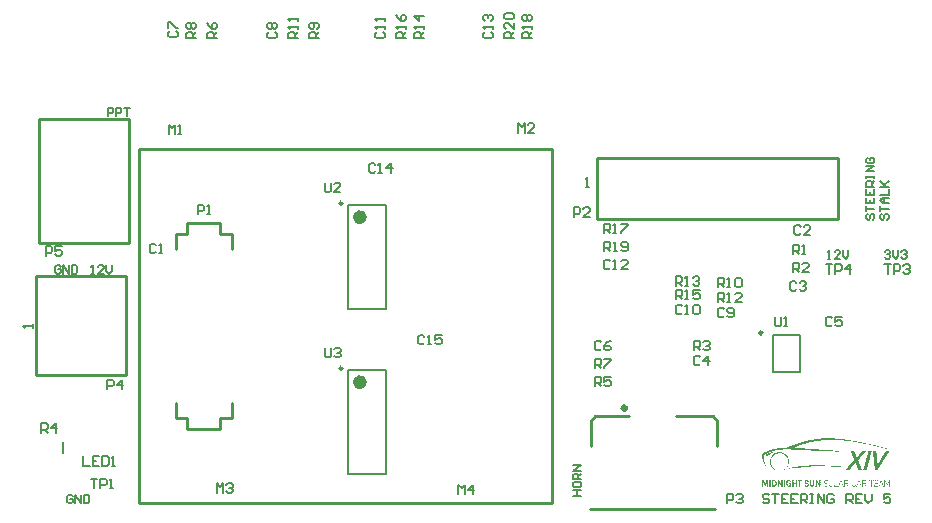
<source format=gto>
G04*
G04 #@! TF.GenerationSoftware,Altium Limited,Altium Designer,19.1.9 (167)*
G04*
G04 Layer_Color=65535*
%FSLAX25Y25*%
%MOIN*%
G70*
G01*
G75*
%ADD10C,0.00984*%
%ADD11C,0.01968*%
%ADD12C,0.02362*%
%ADD13C,0.01000*%
%ADD14C,0.00787*%
%ADD15C,0.00591*%
%ADD16C,0.00591*%
%ADD17C,0.00606*%
G36*
X267785Y23646D02*
X268058D01*
Y23591D01*
X268112D01*
Y23646D01*
X268167D01*
Y23591D01*
X268222D01*
Y23646D01*
X268276D01*
Y23591D01*
X268987D01*
Y23537D01*
X269042D01*
Y23591D01*
X269096D01*
Y23537D01*
X269151D01*
Y23591D01*
X269206D01*
Y23537D01*
X269260D01*
Y23482D01*
X269315D01*
Y23537D01*
X269479D01*
Y23482D01*
X269534D01*
Y23537D01*
X269588D01*
Y23482D01*
X269643D01*
Y23537D01*
X269698D01*
Y23482D01*
X270190D01*
Y23427D01*
X270244D01*
Y23482D01*
X270299D01*
Y23427D01*
X270463D01*
Y23373D01*
X270518D01*
Y23427D01*
X270572D01*
Y23373D01*
X270627D01*
Y23427D01*
X270682D01*
Y23373D01*
X271064D01*
Y23318D01*
X271119D01*
Y23373D01*
X271174D01*
Y23318D01*
X271447D01*
Y23264D01*
X271939D01*
Y23209D01*
X272103D01*
Y23264D01*
X272158D01*
Y23209D01*
X272212D01*
Y23154D01*
X272267D01*
Y23209D01*
X272322D01*
Y23154D01*
X272595D01*
Y23099D01*
X272649D01*
Y23154D01*
X272704D01*
Y23099D01*
X272868D01*
Y23045D01*
X272923D01*
Y23099D01*
X272977D01*
Y23045D01*
X273360D01*
Y22990D01*
X273415D01*
Y23045D01*
X273469D01*
Y22990D01*
X273524D01*
Y22936D01*
X273579D01*
Y22990D01*
X273633D01*
Y22936D01*
X273907D01*
Y22881D01*
X273961D01*
Y22936D01*
X274016D01*
Y22881D01*
X274071D01*
Y22826D01*
X274125D01*
Y22881D01*
X274180D01*
Y22826D01*
X274235D01*
Y22881D01*
X274289D01*
Y22826D01*
X274563D01*
Y22772D01*
X274617D01*
Y22826D01*
X274672D01*
Y22772D01*
X274836D01*
Y22717D01*
X275109D01*
Y22662D01*
X275164D01*
Y22717D01*
X275219D01*
Y22662D01*
X275273D01*
Y22717D01*
X275328D01*
Y22662D01*
X275383D01*
Y22607D01*
X275765D01*
Y22553D01*
X275929D01*
Y22498D01*
X275984D01*
Y22553D01*
X276039D01*
Y22498D01*
X276312D01*
Y22444D01*
X276476D01*
Y22389D01*
X276749D01*
Y22334D01*
X276804D01*
Y22389D01*
X276858D01*
Y22334D01*
X276913D01*
Y22389D01*
X276968D01*
Y22334D01*
X277022D01*
Y22279D01*
X277296D01*
Y22225D01*
X277460D01*
Y22170D01*
X277514D01*
Y22225D01*
X277569D01*
Y22170D01*
X277733D01*
Y22116D01*
X277788D01*
Y22170D01*
X277842D01*
Y22116D01*
X278006D01*
Y22061D01*
X278061D01*
Y22116D01*
X278116D01*
Y22061D01*
X278280D01*
Y22006D01*
X278334D01*
Y22061D01*
X278389D01*
Y22006D01*
X278444D01*
Y21952D01*
X278826D01*
Y21897D01*
X278990D01*
Y21842D01*
X279154D01*
Y21788D01*
X279209D01*
Y21842D01*
X279264D01*
Y21788D01*
X279318D01*
Y21733D01*
X279373D01*
Y21788D01*
X279428D01*
Y21733D01*
X279701D01*
Y21678D01*
X279756D01*
Y21733D01*
X279810D01*
Y21678D01*
X279865D01*
Y21624D01*
X280138D01*
Y21569D01*
X280302D01*
Y21514D01*
X280357D01*
Y21569D01*
X280412D01*
Y21514D01*
X280575D01*
Y21460D01*
X280630D01*
Y21514D01*
X280685D01*
Y21460D01*
X280739D01*
Y21405D01*
X280794D01*
Y21460D01*
X280849D01*
Y21405D01*
X281013D01*
Y21350D01*
X281286D01*
Y21296D01*
X281450D01*
Y21241D01*
X281505D01*
Y21296D01*
X281559D01*
Y21241D01*
X281614D01*
Y21186D01*
X281669D01*
Y21241D01*
X281723D01*
Y21186D01*
X281887D01*
Y21132D01*
X281942D01*
Y21186D01*
X281997D01*
Y21132D01*
X282051D01*
Y21077D01*
X282106D01*
Y21132D01*
X282161D01*
Y21077D01*
X282325D01*
Y21022D01*
X282379D01*
Y21077D01*
X282434D01*
Y21022D01*
X282489D01*
Y20968D01*
X282762D01*
Y20913D01*
X282817D01*
Y20858D01*
X282871D01*
Y20913D01*
X282926D01*
Y20858D01*
X283199D01*
Y20804D01*
X283254D01*
Y20858D01*
X283309D01*
Y20804D01*
X283363D01*
Y20749D01*
X283637D01*
Y20694D01*
X283691D01*
Y20640D01*
X283746D01*
Y20694D01*
X283801D01*
Y20640D01*
X284074D01*
Y20585D01*
X284129D01*
Y20530D01*
X284183D01*
Y20585D01*
X284238D01*
Y20530D01*
X284402D01*
Y20476D01*
X284457D01*
Y20530D01*
X284511D01*
Y20476D01*
X284566D01*
Y20421D01*
X284839D01*
Y20366D01*
X285003D01*
Y20312D01*
X285277D01*
Y20257D01*
X285331D01*
Y20202D01*
X285386D01*
Y20257D01*
X285440D01*
Y20202D01*
X285605D01*
Y20148D01*
X285659D01*
Y20202D01*
X285714D01*
Y20148D01*
X285769D01*
Y20093D01*
X286042D01*
Y20038D01*
X286097D01*
Y19984D01*
X286151D01*
Y19929D01*
X286097D01*
Y19984D01*
X285932D01*
Y20038D01*
X285659D01*
Y20093D01*
X285495D01*
Y20148D01*
X285222D01*
Y20202D01*
X285058D01*
Y20257D01*
X284785D01*
Y20312D01*
X284730D01*
Y20257D01*
X284675D01*
Y20312D01*
X284566D01*
Y20366D01*
X284347D01*
Y20421D01*
X284183D01*
Y20476D01*
X284129D01*
Y20421D01*
X284074D01*
Y20476D01*
X283910D01*
Y20530D01*
X283855D01*
Y20476D01*
X283801D01*
Y20530D01*
X283637D01*
Y20585D01*
X283473D01*
Y20640D01*
X283418D01*
Y20585D01*
X283363D01*
Y20640D01*
X283199D01*
Y20694D01*
X282926D01*
Y20749D01*
X282762D01*
Y20804D01*
X282489D01*
Y20858D01*
X282434D01*
Y20913D01*
X282379D01*
Y20858D01*
X282325D01*
Y20913D01*
X282051D01*
Y20968D01*
X281887D01*
Y21022D01*
X281614D01*
Y21077D01*
X281559D01*
Y21132D01*
X281505D01*
Y21077D01*
X281450D01*
Y21132D01*
X281177D01*
Y21186D01*
X281013D01*
Y21241D01*
X280958D01*
Y21186D01*
X280904D01*
Y21241D01*
X280739D01*
Y21296D01*
X280685D01*
Y21241D01*
X280630D01*
Y21296D01*
X280466D01*
Y21350D01*
X280193D01*
Y21405D01*
X280029D01*
Y21460D01*
X279756D01*
Y21514D01*
X279701D01*
Y21460D01*
X279646D01*
Y21514D01*
X279592D01*
Y21569D01*
X279537D01*
Y21514D01*
X279482D01*
Y21569D01*
X279318D01*
Y21624D01*
X279264D01*
Y21569D01*
X279209D01*
Y21624D01*
X279045D01*
Y21678D01*
X278772D01*
Y21733D01*
X278717D01*
Y21678D01*
X278662D01*
Y21733D01*
X278608D01*
Y21788D01*
X278553D01*
Y21733D01*
X278498D01*
Y21788D01*
X278334D01*
Y21842D01*
X278280D01*
Y21788D01*
X278225D01*
Y21842D01*
X278061D01*
Y21897D01*
X277788D01*
Y21952D01*
X277624D01*
Y22006D01*
X277569D01*
Y21952D01*
X277514D01*
Y22006D01*
X277241D01*
Y22061D01*
X277186D01*
Y22006D01*
X277132D01*
Y22061D01*
X277077D01*
Y22116D01*
X277022D01*
Y22061D01*
X276968D01*
Y22116D01*
X276694D01*
Y22170D01*
X276640D01*
Y22116D01*
X276585D01*
Y22170D01*
X276421D01*
Y22225D01*
X276148D01*
Y22279D01*
X276093D01*
Y22225D01*
X276039D01*
Y22279D01*
X275765D01*
Y22334D01*
X275492D01*
Y22389D01*
X275437D01*
Y22334D01*
X275383D01*
Y22389D01*
X275219D01*
Y22444D01*
X275164D01*
Y22389D01*
X275109D01*
Y22444D01*
X274836D01*
Y22498D01*
X274781D01*
Y22444D01*
X274727D01*
Y22498D01*
X274563D01*
Y22553D01*
X274071D01*
Y22607D01*
X273907D01*
Y22662D01*
X273852D01*
Y22607D01*
X273797D01*
Y22662D01*
X273415D01*
Y22717D01*
X273360D01*
Y22662D01*
X273305D01*
Y22717D01*
X273141D01*
Y22772D01*
X273087D01*
Y22717D01*
X273032D01*
Y22772D01*
X272540D01*
Y22826D01*
X272485D01*
Y22772D01*
X272431D01*
Y22826D01*
X272376D01*
Y22772D01*
X272322D01*
Y22826D01*
X272267D01*
Y22881D01*
X272212D01*
Y22826D01*
X272158D01*
Y22881D01*
X271666D01*
Y22936D01*
X271611D01*
Y22881D01*
X271556D01*
Y22936D01*
X271392D01*
Y22990D01*
X271338D01*
Y22936D01*
X271174D01*
Y22990D01*
X271119D01*
Y22936D01*
X271064D01*
Y22990D01*
X270572D01*
Y23045D01*
X270518D01*
Y22990D01*
X270463D01*
Y23045D01*
X270408D01*
Y22990D01*
X270354D01*
Y23045D01*
X270299D01*
Y22990D01*
X270244D01*
Y23045D01*
X269971D01*
Y23099D01*
X269916D01*
Y23045D01*
X269862D01*
Y23099D01*
X269807D01*
Y23045D01*
X269752D01*
Y23099D01*
X269698D01*
Y23045D01*
X269643D01*
Y23099D01*
X268932D01*
Y23154D01*
X268878D01*
Y23099D01*
X268823D01*
Y23154D01*
X268768D01*
Y23099D01*
X268714D01*
Y23154D01*
X268659D01*
Y23099D01*
X268604D01*
Y23154D01*
X268550D01*
Y23099D01*
X268495D01*
Y23154D01*
X268440D01*
Y23099D01*
X268386D01*
Y23154D01*
X268331D01*
Y23099D01*
X268276D01*
Y23154D01*
X268112D01*
Y23099D01*
X268058D01*
Y23154D01*
X267894D01*
Y23099D01*
X267839D01*
Y23154D01*
X266145D01*
Y23099D01*
X266090D01*
Y23154D01*
X265926D01*
Y23099D01*
X265871D01*
Y23154D01*
X265817D01*
Y23099D01*
X265762D01*
Y23154D01*
X265707D01*
Y23099D01*
X265653D01*
Y23154D01*
X265598D01*
Y23099D01*
X265543D01*
Y23154D01*
X265489D01*
Y23099D01*
X265434D01*
Y23154D01*
X265379D01*
Y23099D01*
X264669D01*
Y23045D01*
X264614D01*
Y23099D01*
X264450D01*
Y23045D01*
X264395D01*
Y23099D01*
X264341D01*
Y23045D01*
X264286D01*
Y23099D01*
X264231D01*
Y23045D01*
X264067D01*
Y22990D01*
X264013D01*
Y23045D01*
X263958D01*
Y22990D01*
X263903D01*
Y23045D01*
X263849D01*
Y22990D01*
X263357D01*
Y22936D01*
X263302D01*
Y22990D01*
X263247D01*
Y22936D01*
X263084D01*
Y22990D01*
X263029D01*
Y22936D01*
X262865D01*
Y22881D01*
X262810D01*
Y22936D01*
X262755D01*
Y22881D01*
X262373D01*
Y22826D01*
X262318D01*
Y22881D01*
X262263D01*
Y22826D01*
X262209D01*
Y22772D01*
X262154D01*
Y22826D01*
X262100D01*
Y22772D01*
X262045D01*
Y22826D01*
X261990D01*
Y22772D01*
X261717D01*
Y22717D01*
X261662D01*
Y22772D01*
X261608D01*
Y22717D01*
X261553D01*
Y22772D01*
X261498D01*
Y22717D01*
X261444D01*
Y22662D01*
X261389D01*
Y22717D01*
X261334D01*
Y22662D01*
X261061D01*
Y22607D01*
X261006D01*
Y22662D01*
X260952D01*
Y22607D01*
X260788D01*
Y22553D01*
X260405D01*
Y22498D01*
X260241D01*
Y22444D01*
X260186D01*
Y22498D01*
X260132D01*
Y22444D01*
X259968D01*
Y22389D01*
X259913D01*
Y22444D01*
X259858D01*
Y22389D01*
X259804D01*
Y22334D01*
X259749D01*
Y22389D01*
X259694D01*
Y22334D01*
X259530D01*
Y22279D01*
X259257D01*
Y22225D01*
X258984D01*
Y22170D01*
X258929D01*
Y22116D01*
X258874D01*
Y22170D01*
X258820D01*
Y22116D01*
X258656D01*
Y22061D01*
X258601D01*
Y22116D01*
X258546D01*
Y22061D01*
X258492D01*
Y22006D01*
X258437D01*
Y22061D01*
X258383D01*
Y22006D01*
X258219D01*
Y21952D01*
X258164D01*
Y22006D01*
X258109D01*
Y21952D01*
X258164D01*
Y21897D01*
X258109D01*
Y21952D01*
X258054D01*
Y21897D01*
X257891D01*
Y21842D01*
X257727D01*
Y21788D01*
X257453D01*
Y21733D01*
X257399D01*
Y21678D01*
X257125D01*
Y21624D01*
X257071D01*
Y21569D01*
X256797D01*
Y21514D01*
X256743D01*
Y21460D01*
X256579D01*
Y21405D01*
X256524D01*
Y21460D01*
X256469D01*
Y21405D01*
X256415D01*
Y21350D01*
X256251D01*
Y21296D01*
X256196D01*
Y21241D01*
X256141D01*
Y21296D01*
X256087D01*
Y21241D01*
X255923D01*
Y21186D01*
X255868D01*
Y21132D01*
X255704D01*
Y21077D01*
X255540D01*
Y21022D01*
X255376D01*
Y20968D01*
X255321D01*
Y20913D01*
X255157D01*
Y20858D01*
X255103D01*
Y20804D01*
X255048D01*
Y20858D01*
X254993D01*
Y20804D01*
X254939D01*
Y20749D01*
X254775D01*
Y20694D01*
X254611D01*
Y20640D01*
X254556D01*
Y20585D01*
X254392D01*
Y20530D01*
X254447D01*
Y20476D01*
X254501D01*
Y20530D01*
X254556D01*
Y20476D01*
X254720D01*
Y20530D01*
X254775D01*
Y20476D01*
X255048D01*
Y20421D01*
X255103D01*
Y20476D01*
X255157D01*
Y20421D01*
X255212D01*
Y20476D01*
X255267D01*
Y20421D01*
X255321D01*
Y20476D01*
X255376D01*
Y20421D01*
X255431D01*
Y20476D01*
X255485D01*
Y20421D01*
X256305D01*
Y20366D01*
X256360D01*
Y20421D01*
X256415D01*
Y20366D01*
X256469D01*
Y20421D01*
X256524D01*
Y20366D01*
X256579D01*
Y20421D01*
X256633D01*
Y20366D01*
X256907D01*
Y20312D01*
X256961D01*
Y20366D01*
X257125D01*
Y20312D01*
X257180D01*
Y20366D01*
X257235D01*
Y20312D01*
X257289D01*
Y20366D01*
X257344D01*
Y20312D01*
X257945D01*
Y20257D01*
X258000D01*
Y20312D01*
X258054D01*
Y20257D01*
X258109D01*
Y20312D01*
X258164D01*
Y20257D01*
X258219D01*
Y20312D01*
X258273D01*
Y20257D01*
X258546D01*
Y20202D01*
X258601D01*
Y20257D01*
X258656D01*
Y20202D01*
X258711D01*
Y20257D01*
X258765D01*
Y20202D01*
X259366D01*
Y20148D01*
X259421D01*
Y20202D01*
X259476D01*
Y20148D01*
X259530D01*
Y20202D01*
X259585D01*
Y20148D01*
X259640D01*
Y20202D01*
X259694D01*
Y20148D01*
X259858D01*
Y20202D01*
X259913D01*
Y20148D01*
X259968D01*
Y20093D01*
X260022D01*
Y20148D01*
X260077D01*
Y20093D01*
X260132D01*
Y20148D01*
X260186D01*
Y20093D01*
X260788D01*
Y20038D01*
X260842D01*
Y20093D01*
X260897D01*
Y20038D01*
X261170D01*
Y19984D01*
X261225D01*
Y20038D01*
X261389D01*
Y19984D01*
X261444D01*
Y20038D01*
X261498D01*
Y19984D01*
X261553D01*
Y20038D01*
X261608D01*
Y19984D01*
X262209D01*
Y19929D01*
X262263D01*
Y19984D01*
X262318D01*
Y19929D01*
X262373D01*
Y19984D01*
X262427D01*
Y19929D01*
X262482D01*
Y19984D01*
X262537D01*
Y19929D01*
X262592D01*
Y19874D01*
X262646D01*
Y19929D01*
X262701D01*
Y19874D01*
X262755D01*
Y19929D01*
X262810D01*
Y19874D01*
X262865D01*
Y19929D01*
X262919D01*
Y19874D01*
X262974D01*
Y19929D01*
X263029D01*
Y19874D01*
X263630D01*
Y19820D01*
X263685D01*
Y19874D01*
X263739D01*
Y19820D01*
X263794D01*
Y19874D01*
X263849D01*
Y19820D01*
X263903D01*
Y19874D01*
X263958D01*
Y19820D01*
X264231D01*
Y19765D01*
X264286D01*
Y19820D01*
X264341D01*
Y19765D01*
X264395D01*
Y19820D01*
X264450D01*
Y19765D01*
X265270D01*
Y19710D01*
X265325D01*
Y19765D01*
X265379D01*
Y19710D01*
X265871D01*
Y19656D01*
X265926D01*
Y19710D01*
X266090D01*
Y19656D01*
X266145D01*
Y19710D01*
X266199D01*
Y19656D01*
X266910D01*
Y19601D01*
X266965D01*
Y19656D01*
X267128D01*
Y19601D01*
X267183D01*
Y19656D01*
X267238D01*
Y19601D01*
X267292D01*
Y19656D01*
X267347D01*
Y19601D01*
X267402D01*
Y19656D01*
X267457D01*
Y19601D01*
X267511D01*
Y19546D01*
X267566D01*
Y19601D01*
X267730D01*
Y19546D01*
X267785D01*
Y19601D01*
X267839D01*
Y19546D01*
X267894D01*
Y19601D01*
X267949D01*
Y19546D01*
X268003D01*
Y19601D01*
X268058D01*
Y19546D01*
X268112D01*
Y19601D01*
X268167D01*
Y19546D01*
X269206D01*
Y19492D01*
X269260D01*
Y19546D01*
X269315D01*
Y19492D01*
X269370D01*
Y19546D01*
X269424D01*
Y19492D01*
X269479D01*
Y19546D01*
X269534D01*
Y19492D01*
X269588D01*
Y19546D01*
X269643D01*
Y19492D01*
X269698D01*
Y19546D01*
X269752D01*
Y19492D01*
X269807D01*
Y19546D01*
X269862D01*
Y19492D01*
X269916D01*
Y19546D01*
X269971D01*
Y19492D01*
X270135D01*
Y19546D01*
X270190D01*
Y19492D01*
X270463D01*
Y19437D01*
X270518D01*
Y19492D01*
X270572D01*
Y19437D01*
X270627D01*
Y19492D01*
X270682D01*
Y19437D01*
X270736D01*
Y19492D01*
X270791D01*
Y19437D01*
X270846D01*
Y19492D01*
X270900D01*
Y19437D01*
X271064D01*
Y19492D01*
X271119D01*
Y19437D01*
X272759D01*
Y19382D01*
X272322D01*
Y19328D01*
X272267D01*
Y19382D01*
X272212D01*
Y19328D01*
X272158D01*
Y19382D01*
X272103D01*
Y19328D01*
X272048D01*
Y19382D01*
X271993D01*
Y19328D01*
X271939D01*
Y19382D01*
X271884D01*
Y19328D01*
X271830D01*
Y19382D01*
X271775D01*
Y19328D01*
X271720D01*
Y19382D01*
X271666D01*
Y19328D01*
X271720D01*
Y19273D01*
X271666D01*
Y19328D01*
X271283D01*
Y19273D01*
X271228D01*
Y19328D01*
X271064D01*
Y19273D01*
X271010D01*
Y19328D01*
X270846D01*
Y19273D01*
X270791D01*
Y19328D01*
X270736D01*
Y19273D01*
X270682D01*
Y19328D01*
X270627D01*
Y19273D01*
X270572D01*
Y19328D01*
X270518D01*
Y19273D01*
X270463D01*
Y19328D01*
X270408D01*
Y19273D01*
X270354D01*
Y19328D01*
X270299D01*
Y19273D01*
X270244D01*
Y19328D01*
X270190D01*
Y19273D01*
X270135D01*
Y19328D01*
X270080D01*
Y19273D01*
X270026D01*
Y19328D01*
X269971D01*
Y19273D01*
X269916D01*
Y19328D01*
X269862D01*
Y19273D01*
X269807D01*
Y19328D01*
X269752D01*
Y19273D01*
X269698D01*
Y19328D01*
X269643D01*
Y19273D01*
X269588D01*
Y19328D01*
X269534D01*
Y19273D01*
X269479D01*
Y19328D01*
X269424D01*
Y19273D01*
X269370D01*
Y19328D01*
X269315D01*
Y19273D01*
X269260D01*
Y19328D01*
X269206D01*
Y19273D01*
X269151D01*
Y19328D01*
X269096D01*
Y19273D01*
X269042D01*
Y19328D01*
X268987D01*
Y19273D01*
X268932D01*
Y19328D01*
X268878D01*
Y19273D01*
X268823D01*
Y19328D01*
X268768D01*
Y19273D01*
X268714D01*
Y19328D01*
X268659D01*
Y19273D01*
X268604D01*
Y19328D01*
X268550D01*
Y19273D01*
X268495D01*
Y19328D01*
X268440D01*
Y19273D01*
X268386D01*
Y19328D01*
X268331D01*
Y19273D01*
X268276D01*
Y19328D01*
X268222D01*
Y19273D01*
X268167D01*
Y19328D01*
X268003D01*
Y19273D01*
X267949D01*
Y19328D01*
X267785D01*
Y19273D01*
X267730D01*
Y19328D01*
X267347D01*
Y19382D01*
X267292D01*
Y19328D01*
X267347D01*
Y19273D01*
X267292D01*
Y19328D01*
X267128D01*
Y19382D01*
X267074D01*
Y19328D01*
X267019D01*
Y19382D01*
X266965D01*
Y19328D01*
X266910D01*
Y19382D01*
X266855D01*
Y19328D01*
X266800D01*
Y19382D01*
X266746D01*
Y19328D01*
X266691D01*
Y19382D01*
X266636D01*
Y19328D01*
X266582D01*
Y19382D01*
X266418D01*
Y19328D01*
X266363D01*
Y19382D01*
X264997D01*
Y19437D01*
X264942D01*
Y19382D01*
X264887D01*
Y19437D01*
X264833D01*
Y19382D01*
X264778D01*
Y19437D01*
X264723D01*
Y19382D01*
X264669D01*
Y19437D01*
X264614D01*
Y19382D01*
X264559D01*
Y19437D01*
X263958D01*
Y19492D01*
X263903D01*
Y19437D01*
X263739D01*
Y19492D01*
X263685D01*
Y19437D01*
X263630D01*
Y19492D01*
X263575D01*
Y19437D01*
X263521D01*
Y19492D01*
X263466D01*
Y19437D01*
X263411D01*
Y19492D01*
X262482D01*
Y19546D01*
X262427D01*
Y19492D01*
X262373D01*
Y19546D01*
X262318D01*
Y19492D01*
X262263D01*
Y19546D01*
X262209D01*
Y19492D01*
X262154D01*
Y19546D01*
X262100D01*
Y19492D01*
X262045D01*
Y19546D01*
X261881D01*
Y19601D01*
X261826D01*
Y19546D01*
X261662D01*
Y19601D01*
X261608D01*
Y19546D01*
X261553D01*
Y19601D01*
X261498D01*
Y19546D01*
X261444D01*
Y19601D01*
X261389D01*
Y19546D01*
X261334D01*
Y19601D01*
X260624D01*
Y19656D01*
X260569D01*
Y19601D01*
X260514D01*
Y19656D01*
X260460D01*
Y19601D01*
X260405D01*
Y19656D01*
X260350D01*
Y19601D01*
X260296D01*
Y19656D01*
X260241D01*
Y19601D01*
X260186D01*
Y19656D01*
X260022D01*
Y19601D01*
X259968D01*
Y19656D01*
X259804D01*
Y19710D01*
X259749D01*
Y19656D01*
X259585D01*
Y19710D01*
X259530D01*
Y19656D01*
X259476D01*
Y19710D01*
X258546D01*
Y19765D01*
X258492D01*
Y19710D01*
X258437D01*
Y19765D01*
X258383D01*
Y19710D01*
X258328D01*
Y19765D01*
X258164D01*
Y19820D01*
X258109D01*
Y19765D01*
X258164D01*
Y19710D01*
X258109D01*
Y19765D01*
X257945D01*
Y19820D01*
X257891D01*
Y19765D01*
X257836D01*
Y19820D01*
X257781D01*
Y19765D01*
X257727D01*
Y19820D01*
X257672D01*
Y19765D01*
X257617D01*
Y19820D01*
X257563D01*
Y19765D01*
X257508D01*
Y19820D01*
X257453D01*
Y19765D01*
X257399D01*
Y19820D01*
X256688D01*
Y19874D01*
X256633D01*
Y19820D01*
X256579D01*
Y19874D01*
X256524D01*
Y19820D01*
X256469D01*
Y19874D01*
X256415D01*
Y19820D01*
X256360D01*
Y19874D01*
X256305D01*
Y19820D01*
X256251D01*
Y19874D01*
X255868D01*
Y19929D01*
X255813D01*
Y19874D01*
X255759D01*
Y19929D01*
X255704D01*
Y19874D01*
X255649D01*
Y19929D01*
X255595D01*
Y19874D01*
X255540D01*
Y19929D01*
X255485D01*
Y19874D01*
X255431D01*
Y19929D01*
X255376D01*
Y19874D01*
X255321D01*
Y19929D01*
X254392D01*
Y19984D01*
X254337D01*
Y19929D01*
X254283D01*
Y19984D01*
X254228D01*
Y19929D01*
X254173D01*
Y19984D01*
X254119D01*
Y19929D01*
X254064D01*
Y19984D01*
X254010D01*
Y19929D01*
X253955D01*
Y19984D01*
X253900D01*
Y19929D01*
X253846D01*
Y19984D01*
X253791D01*
Y19929D01*
X253736D01*
Y19984D01*
X253681D01*
Y19929D01*
X253627D01*
Y19984D01*
X253572D01*
Y19929D01*
X253518D01*
Y19984D01*
X253354D01*
Y19929D01*
X253299D01*
Y19984D01*
X253135D01*
Y19929D01*
X253080D01*
Y19984D01*
X252479D01*
Y20038D01*
X252424D01*
Y19984D01*
X252260D01*
Y20038D01*
X252206D01*
Y19984D01*
X251604D01*
Y19929D01*
X251550D01*
Y19984D01*
X251386D01*
Y19929D01*
X251331D01*
Y19984D01*
X251167D01*
Y19929D01*
X251112D01*
Y19984D01*
X251058D01*
Y19929D01*
X251003D01*
Y19984D01*
X250948D01*
Y19929D01*
X250894D01*
Y19984D01*
X250839D01*
Y19929D01*
X250784D01*
Y19984D01*
X250730D01*
Y19929D01*
X250675D01*
Y19984D01*
X250620D01*
Y19929D01*
X249910D01*
Y19874D01*
X249855D01*
Y19929D01*
X249800D01*
Y19874D01*
X249746D01*
Y19929D01*
X249691D01*
Y19874D01*
X249527D01*
Y19820D01*
X249472D01*
Y19874D01*
X249418D01*
Y19820D01*
X249363D01*
Y19874D01*
X249308D01*
Y19820D01*
X248926D01*
Y19765D01*
X248871D01*
Y19820D01*
X248816D01*
Y19765D01*
X248762D01*
Y19820D01*
X248707D01*
Y19765D01*
X248653D01*
Y19710D01*
X248270D01*
Y19656D01*
X248106D01*
Y19601D01*
X248051D01*
Y19656D01*
X247997D01*
Y19601D01*
X247833D01*
Y19546D01*
X247778D01*
Y19601D01*
X247723D01*
Y19546D01*
X247669D01*
Y19492D01*
X247614D01*
Y19546D01*
X247559D01*
Y19492D01*
X247395D01*
Y19437D01*
X247341D01*
Y19492D01*
X247286D01*
Y19437D01*
X247231D01*
Y19382D01*
X246958D01*
Y19328D01*
X246903D01*
Y19273D01*
X246630D01*
Y19218D01*
X246575D01*
Y19164D01*
X246302D01*
Y19109D01*
X246247D01*
Y19054D01*
X246083D01*
Y19000D01*
X245919D01*
Y18945D01*
X245755D01*
Y18891D01*
X245701D01*
Y18836D01*
X245537D01*
Y18781D01*
X245427D01*
Y18726D01*
X245318D01*
Y18672D01*
X245263D01*
Y18617D01*
X245099D01*
Y18563D01*
X245045D01*
Y18508D01*
X244935D01*
Y18453D01*
X244881D01*
Y18398D01*
X244772D01*
Y18344D01*
X244717D01*
Y18289D01*
X244662D01*
Y18235D01*
X244607D01*
Y18180D01*
X244553D01*
Y18125D01*
Y18070D01*
X244498D01*
Y18016D01*
Y17961D01*
X244443D01*
Y17907D01*
X244389D01*
Y17852D01*
X244334D01*
Y17797D01*
X244389D01*
Y17742D01*
X244334D01*
Y17688D01*
Y17633D01*
Y17579D01*
X244280D01*
Y17524D01*
Y17469D01*
Y17415D01*
Y17360D01*
Y17305D01*
X244225D01*
Y17251D01*
X244280D01*
Y17196D01*
X244225D01*
Y17141D01*
X244280D01*
Y17087D01*
X244225D01*
Y17032D01*
X244280D01*
Y16977D01*
X244225D01*
Y16923D01*
X244280D01*
Y16868D01*
X244225D01*
Y16813D01*
X244280D01*
Y16759D01*
Y16704D01*
Y16649D01*
Y16595D01*
Y16540D01*
X244334D01*
Y16485D01*
Y16431D01*
Y16376D01*
Y16321D01*
Y16267D01*
X244389D01*
Y16212D01*
Y16157D01*
Y16103D01*
Y16048D01*
X244443D01*
Y15993D01*
Y15939D01*
Y15884D01*
Y15829D01*
X244498D01*
Y15775D01*
Y15720D01*
Y15665D01*
X244553D01*
Y15611D01*
Y15556D01*
Y15501D01*
X244607D01*
Y15447D01*
X244553D01*
Y15392D01*
X244607D01*
Y15337D01*
X244662D01*
Y15283D01*
X244607D01*
Y15228D01*
X244662D01*
Y15173D01*
X244717D01*
Y15119D01*
X244662D01*
Y15064D01*
X244717D01*
Y15009D01*
Y14955D01*
X244772D01*
Y14900D01*
Y14845D01*
X244826D01*
Y14791D01*
X244772D01*
Y14736D01*
X244826D01*
Y14681D01*
X244881D01*
Y14627D01*
Y14572D01*
Y14517D01*
X244935D01*
Y14463D01*
Y14408D01*
Y14354D01*
X244990D01*
Y14299D01*
X245045D01*
Y14244D01*
X244990D01*
Y14189D01*
X245045D01*
Y14135D01*
Y14080D01*
X245099D01*
Y14026D01*
Y13971D01*
X245154D01*
Y13916D01*
Y13861D01*
Y13807D01*
X245209D01*
Y13752D01*
X245154D01*
Y13807D01*
X245099D01*
Y13861D01*
X245045D01*
Y13916D01*
Y13971D01*
Y14026D01*
X244990D01*
Y14080D01*
X244935D01*
Y14135D01*
Y14189D01*
Y14244D01*
X244881D01*
Y14299D01*
Y14354D01*
X244826D01*
Y14408D01*
Y14463D01*
X244772D01*
Y14517D01*
Y14572D01*
Y14627D01*
X244717D01*
Y14681D01*
X244662D01*
Y14736D01*
Y14791D01*
Y14845D01*
X244607D01*
Y14900D01*
X244553D01*
Y14955D01*
X244607D01*
Y15009D01*
X244553D01*
Y15064D01*
X244498D01*
Y15119D01*
Y15173D01*
Y15228D01*
X244443D01*
Y15283D01*
X244389D01*
Y15337D01*
Y15392D01*
Y15447D01*
X244334D01*
Y15501D01*
Y15556D01*
Y15611D01*
X244280D01*
Y15665D01*
X244225D01*
Y15720D01*
X244280D01*
Y15775D01*
X244225D01*
Y15829D01*
X244170D01*
Y15884D01*
Y15939D01*
Y15993D01*
X244115D01*
Y16048D01*
Y16103D01*
X244061D01*
Y16157D01*
Y16212D01*
X244006D01*
Y16267D01*
X244061D01*
Y16321D01*
X244006D01*
Y16376D01*
X243952D01*
Y16431D01*
Y16485D01*
Y16540D01*
X243897D01*
Y16595D01*
Y16649D01*
Y16704D01*
X243842D01*
Y16759D01*
Y16813D01*
Y16868D01*
Y16923D01*
Y16977D01*
X243788D01*
Y17032D01*
Y17087D01*
Y17141D01*
Y17196D01*
Y17251D01*
X243733D01*
Y17305D01*
X243678D01*
Y17360D01*
X243733D01*
Y17415D01*
X243678D01*
Y17469D01*
X243733D01*
Y17524D01*
X243678D01*
Y17579D01*
X243733D01*
Y17633D01*
X243678D01*
Y17688D01*
X243733D01*
Y17742D01*
X243678D01*
Y17797D01*
X243733D01*
Y17852D01*
X243678D01*
Y17907D01*
X243733D01*
Y17961D01*
X243678D01*
Y18016D01*
X243733D01*
Y18070D01*
X243788D01*
Y18125D01*
X243733D01*
Y18180D01*
X243788D01*
Y18235D01*
X243842D01*
Y18289D01*
X243788D01*
Y18344D01*
X243842D01*
Y18398D01*
X243897D01*
Y18453D01*
X243952D01*
Y18508D01*
Y18563D01*
X244061D01*
Y18617D01*
X244006D01*
Y18672D01*
X244170D01*
Y18726D01*
Y18781D01*
X244280D01*
Y18836D01*
X244334D01*
Y18891D01*
X244389D01*
Y18945D01*
X244443D01*
Y19000D01*
X244607D01*
Y19054D01*
X244662D01*
Y19109D01*
X244826D01*
Y19164D01*
X244881D01*
Y19218D01*
X245045D01*
Y19273D01*
X245099D01*
Y19328D01*
X245154D01*
Y19273D01*
X245209D01*
Y19328D01*
X245373D01*
Y19382D01*
X245427D01*
Y19437D01*
X245591D01*
Y19492D01*
X245646D01*
Y19546D01*
X245701D01*
Y19492D01*
X245755D01*
Y19546D01*
X245919D01*
Y19601D01*
X246083D01*
Y19656D01*
X246247D01*
Y19710D01*
X246411D01*
Y19765D01*
X246685D01*
Y19820D01*
X246849D01*
Y19874D01*
X247013D01*
Y19929D01*
X247067D01*
Y19874D01*
X247122D01*
Y19929D01*
X247177D01*
Y19984D01*
X247450D01*
Y20038D01*
X247505D01*
Y19984D01*
X247559D01*
Y20038D01*
X247723D01*
Y20093D01*
X247997D01*
Y20148D01*
X248161D01*
Y20202D01*
X248215D01*
Y20148D01*
X248270D01*
Y20202D01*
X248653D01*
Y20257D01*
X248707D01*
Y20202D01*
X248762D01*
Y20257D01*
X248816D01*
Y20312D01*
X248871D01*
Y20257D01*
X248926D01*
Y20312D01*
X248980D01*
Y20257D01*
X249035D01*
Y20312D01*
X249418D01*
Y20366D01*
X249472D01*
Y20312D01*
X249527D01*
Y20366D01*
X249582D01*
Y20421D01*
X249637D01*
Y20366D01*
X249800D01*
Y20421D01*
X249855D01*
Y20366D01*
X249910D01*
Y20421D01*
X249964D01*
Y20366D01*
X250019D01*
Y20421D01*
X250620D01*
Y20476D01*
X250675D01*
Y20421D01*
X250730D01*
Y20476D01*
X250784D01*
Y20421D01*
X250839D01*
Y20476D01*
X250894D01*
Y20421D01*
X250948D01*
Y20476D01*
X251222D01*
Y20530D01*
X251276D01*
Y20476D01*
X251331D01*
Y20530D01*
X251386D01*
Y20476D01*
X251440D01*
Y20530D01*
X251495D01*
Y20476D01*
X251550D01*
Y20530D01*
X251604D01*
Y20476D01*
X251659D01*
Y20530D01*
X251714D01*
Y20476D01*
X251768D01*
Y20530D01*
X251823D01*
Y20476D01*
X251878D01*
Y20530D01*
X251932D01*
Y20585D01*
X252096D01*
Y20640D01*
X252260D01*
Y20694D01*
X252315D01*
Y20749D01*
X252479D01*
Y20804D01*
X252643D01*
Y20858D01*
X252807D01*
Y20913D01*
X252862D01*
Y20968D01*
X253026D01*
Y21022D01*
X253080D01*
Y21077D01*
X253135D01*
Y21022D01*
X253189D01*
Y21077D01*
X253354D01*
Y21132D01*
X253408D01*
Y21186D01*
X253572D01*
Y21241D01*
X253736D01*
Y21296D01*
X253900D01*
Y21350D01*
X254010D01*
Y21405D01*
X254119D01*
Y21460D01*
X254283D01*
Y21514D01*
X254447D01*
Y21569D01*
X254611D01*
Y21624D01*
X254775D01*
Y21678D01*
X254829D01*
Y21733D01*
X255103D01*
Y21788D01*
X255157D01*
Y21842D01*
X255321D01*
Y21897D01*
X255376D01*
Y21842D01*
X255431D01*
Y21897D01*
X255485D01*
Y21952D01*
X255759D01*
Y22006D01*
X255813D01*
Y22061D01*
X255977D01*
Y22116D01*
X256032D01*
Y22061D01*
X256087D01*
Y22116D01*
X256141D01*
Y22170D01*
X256305D01*
Y22225D01*
X256360D01*
Y22170D01*
X256415D01*
Y22225D01*
X256469D01*
Y22279D01*
X256743D01*
Y22334D01*
X256797D01*
Y22389D01*
X256852D01*
Y22334D01*
X256907D01*
Y22389D01*
X257071D01*
Y22444D01*
X257235D01*
Y22498D01*
X257508D01*
Y22553D01*
X257672D01*
Y22607D01*
X257836D01*
Y22662D01*
X257891D01*
Y22607D01*
X257945D01*
Y22662D01*
X258000D01*
Y22717D01*
X258273D01*
Y22772D01*
X258437D01*
Y22826D01*
X258711D01*
Y22881D01*
X258765D01*
Y22826D01*
X258820D01*
Y22881D01*
X258874D01*
Y22936D01*
X259148D01*
Y22990D01*
X259312D01*
Y23045D01*
X259366D01*
Y22990D01*
X259421D01*
Y23045D01*
X259694D01*
Y23099D01*
X259858D01*
Y23154D01*
X259913D01*
Y23099D01*
X259968D01*
Y23154D01*
X260241D01*
Y23209D01*
X260514D01*
Y23264D01*
X260897D01*
Y23318D01*
X261061D01*
Y23373D01*
X261116D01*
Y23318D01*
X261170D01*
Y23373D01*
X261225D01*
Y23318D01*
X261280D01*
Y23373D01*
X261444D01*
Y23427D01*
X261498D01*
Y23373D01*
X261553D01*
Y23427D01*
X261608D01*
Y23373D01*
X261662D01*
Y23427D01*
X261826D01*
Y23482D01*
X261881D01*
Y23427D01*
X261936D01*
Y23482D01*
X262427D01*
Y23537D01*
X262482D01*
Y23482D01*
X262537D01*
Y23537D01*
X262701D01*
Y23482D01*
X262755D01*
Y23537D01*
X262810D01*
Y23591D01*
X262865D01*
Y23537D01*
X262919D01*
Y23591D01*
X263521D01*
Y23646D01*
X263575D01*
Y23591D01*
X263630D01*
Y23646D01*
X263685D01*
Y23591D01*
X263739D01*
Y23646D01*
X264013D01*
Y23701D01*
X264067D01*
Y23646D01*
X264122D01*
Y23701D01*
X264177D01*
Y23646D01*
X264231D01*
Y23701D01*
X264286D01*
Y23646D01*
X264341D01*
Y23701D01*
X264395D01*
Y23646D01*
X264450D01*
Y23701D01*
X264505D01*
Y23646D01*
X264559D01*
Y23701D01*
X264614D01*
Y23646D01*
X264669D01*
Y23701D01*
X267019D01*
Y23646D01*
X267074D01*
Y23701D01*
X267238D01*
Y23646D01*
X267292D01*
Y23701D01*
X267347D01*
Y23646D01*
X267402D01*
Y23701D01*
X267457D01*
Y23646D01*
X267511D01*
Y23701D01*
X267566D01*
Y23646D01*
X267620D01*
Y23701D01*
X267675D01*
Y23646D01*
X267730D01*
Y23701D01*
X267785D01*
Y23646D01*
D02*
G37*
G36*
X286206Y19984D02*
X286260D01*
Y19929D01*
X286206D01*
Y19984D01*
X286151D01*
Y20038D01*
X286206D01*
Y19984D01*
D02*
G37*
G36*
X250074Y19054D02*
X250128D01*
Y19000D01*
X250183D01*
Y19054D01*
X250238D01*
Y19000D01*
X250511D01*
Y18945D01*
X250566D01*
Y18891D01*
X250730D01*
Y18836D01*
X250894D01*
Y18781D01*
X251003D01*
Y18726D01*
X251112D01*
Y18672D01*
X251167D01*
Y18617D01*
X251222D01*
Y18563D01*
X251386D01*
Y18508D01*
X251440D01*
Y18453D01*
X251495D01*
Y18398D01*
X251550D01*
Y18344D01*
X251604D01*
Y18289D01*
X251659D01*
Y18235D01*
X251768D01*
Y18180D01*
X251823D01*
Y18125D01*
Y18070D01*
X251878D01*
Y18016D01*
X251932D01*
Y17961D01*
X251987D01*
Y17907D01*
X252042D01*
Y17852D01*
X252096D01*
Y17797D01*
X252151D01*
Y17742D01*
Y17688D01*
X252206D01*
Y17633D01*
Y17579D01*
X252260D01*
Y17524D01*
X252315D01*
Y17469D01*
X252370D01*
Y17415D01*
X252315D01*
Y17360D01*
X252370D01*
Y17305D01*
X252424D01*
Y17251D01*
Y17196D01*
Y17141D01*
X252479D01*
Y17087D01*
X252534D01*
Y17032D01*
Y16977D01*
Y16923D01*
X252588D01*
Y16868D01*
X252534D01*
Y16813D01*
X252588D01*
Y16759D01*
X252643D01*
Y16704D01*
Y16649D01*
Y16595D01*
Y16540D01*
Y16485D01*
X252698D01*
Y16431D01*
X252643D01*
Y16376D01*
X252698D01*
Y16321D01*
X252643D01*
Y16267D01*
X252698D01*
Y16212D01*
Y16157D01*
Y16103D01*
X252643D01*
Y16048D01*
X252698D01*
Y15993D01*
Y15939D01*
Y15884D01*
Y15829D01*
Y15775D01*
Y15720D01*
Y15665D01*
X252643D01*
Y15611D01*
X252698D01*
Y15556D01*
Y15501D01*
Y15447D01*
X252643D01*
Y15392D01*
X252698D01*
Y15337D01*
X252643D01*
Y15283D01*
Y15228D01*
Y15173D01*
X252588D01*
Y15119D01*
Y15064D01*
Y15009D01*
X252534D01*
Y14955D01*
X252588D01*
Y14900D01*
X252534D01*
Y14845D01*
Y14791D01*
Y14736D01*
X252479D01*
Y14681D01*
Y14627D01*
Y14572D01*
X252424D01*
Y14517D01*
X252370D01*
Y14463D01*
Y14408D01*
Y14354D01*
X252315D01*
Y14299D01*
X252260D01*
Y14244D01*
Y14189D01*
Y14135D01*
X252206D01*
Y14080D01*
X252151D01*
Y14026D01*
X252096D01*
Y13971D01*
X252042D01*
Y13916D01*
X251987D01*
Y13861D01*
Y13807D01*
X251878D01*
Y13752D01*
Y13698D01*
X251768D01*
Y13643D01*
X251823D01*
Y13588D01*
X251659D01*
Y13533D01*
X251604D01*
Y13479D01*
X251550D01*
Y13424D01*
X251495D01*
Y13370D01*
X251440D01*
Y13315D01*
X251331D01*
Y13260D01*
X251222D01*
Y13205D01*
X251167D01*
Y13151D01*
X251003D01*
Y13096D01*
X250894D01*
Y13042D01*
X250784D01*
Y13096D01*
X250839D01*
Y13151D01*
X250894D01*
Y13205D01*
X251058D01*
Y13260D01*
X251112D01*
Y13315D01*
X251276D01*
Y13370D01*
X251331D01*
Y13424D01*
X251386D01*
Y13479D01*
X251440D01*
Y13533D01*
X251495D01*
Y13588D01*
X251550D01*
Y13643D01*
X251604D01*
Y13698D01*
X251659D01*
Y13752D01*
X251714D01*
Y13807D01*
X251768D01*
Y13861D01*
X251823D01*
Y13916D01*
X251878D01*
Y13971D01*
X251932D01*
Y14026D01*
Y14080D01*
Y14135D01*
X251987D01*
Y14189D01*
X252042D01*
Y14244D01*
X252096D01*
Y14299D01*
Y14354D01*
Y14408D01*
X252151D01*
Y14463D01*
X252206D01*
Y14517D01*
Y14572D01*
Y14627D01*
X252260D01*
Y14681D01*
X252206D01*
Y14736D01*
X252260D01*
Y14791D01*
X252315D01*
Y14845D01*
Y14900D01*
Y14955D01*
X252370D01*
Y15009D01*
X252315D01*
Y15064D01*
X252370D01*
Y15119D01*
Y15173D01*
Y15228D01*
X252424D01*
Y15283D01*
Y15337D01*
Y15392D01*
X252479D01*
Y15447D01*
X252424D01*
Y15501D01*
Y15556D01*
Y15611D01*
X252479D01*
Y15665D01*
X252424D01*
Y15720D01*
Y15775D01*
Y15829D01*
X252479D01*
Y15884D01*
X252424D01*
Y15939D01*
Y15993D01*
Y16048D01*
X252479D01*
Y16103D01*
X252424D01*
Y16157D01*
Y16212D01*
Y16267D01*
Y16321D01*
Y16376D01*
X252370D01*
Y16431D01*
Y16485D01*
Y16540D01*
X252315D01*
Y16595D01*
X252370D01*
Y16649D01*
X252315D01*
Y16704D01*
Y16759D01*
Y16813D01*
X252260D01*
Y16868D01*
X252206D01*
Y16923D01*
X252260D01*
Y16977D01*
X252206D01*
Y17032D01*
X252151D01*
Y17087D01*
X252096D01*
Y17141D01*
Y17196D01*
Y17251D01*
X252042D01*
Y17305D01*
X251987D01*
Y17360D01*
Y17415D01*
X251932D01*
Y17469D01*
Y17524D01*
X251878D01*
Y17579D01*
X251823D01*
Y17633D01*
X251768D01*
Y17688D01*
X251714D01*
Y17742D01*
X251659D01*
Y17797D01*
X251604D01*
Y17852D01*
X251550D01*
Y17907D01*
X251495D01*
Y17961D01*
X251440D01*
Y18016D01*
X251386D01*
Y18070D01*
X251331D01*
Y18125D01*
X251276D01*
Y18180D01*
X251167D01*
Y18235D01*
Y18289D01*
X251112D01*
Y18235D01*
X251058D01*
Y18289D01*
X251003D01*
Y18344D01*
X250948D01*
Y18398D01*
X250784D01*
Y18453D01*
X250730D01*
Y18508D01*
X250566D01*
Y18563D01*
X250402D01*
Y18617D01*
X250238D01*
Y18672D01*
X250183D01*
Y18617D01*
X250128D01*
Y18672D01*
X250074D01*
Y18617D01*
X250019D01*
Y18672D01*
X249964D01*
Y18726D01*
X249910D01*
Y18672D01*
X249855D01*
Y18726D01*
X249145D01*
Y18672D01*
X248980D01*
Y18617D01*
X248926D01*
Y18672D01*
X248871D01*
Y18617D01*
X248707D01*
Y18563D01*
X248653D01*
Y18617D01*
X248598D01*
Y18563D01*
X248543D01*
Y18508D01*
X248379D01*
Y18453D01*
X248324D01*
Y18398D01*
X248161D01*
Y18344D01*
X248106D01*
Y18289D01*
X247942D01*
Y18235D01*
X247887D01*
Y18180D01*
X247833D01*
Y18125D01*
X247778D01*
Y18070D01*
X247614D01*
Y18016D01*
X247669D01*
Y17961D01*
X247559D01*
Y17907D01*
Y17852D01*
X247450D01*
Y17797D01*
Y17742D01*
X247341D01*
Y17688D01*
Y17633D01*
X247286D01*
Y17579D01*
X247231D01*
Y17524D01*
X247177D01*
Y17469D01*
X247122D01*
Y17415D01*
X247067D01*
Y17360D01*
X247122D01*
Y17305D01*
X247067D01*
Y17251D01*
X247013D01*
Y17196D01*
X246958D01*
Y17141D01*
Y17087D01*
Y17032D01*
X246903D01*
Y16977D01*
X246849D01*
Y16923D01*
X246903D01*
Y16868D01*
X246849D01*
Y16813D01*
X246794D01*
Y16759D01*
Y16704D01*
Y16649D01*
X246739D01*
Y16595D01*
Y16540D01*
Y16485D01*
Y16431D01*
Y16376D01*
X246685D01*
Y16321D01*
Y16267D01*
Y16212D01*
X246630D01*
Y16157D01*
X246685D01*
Y16103D01*
X246630D01*
Y16048D01*
X246685D01*
Y15993D01*
X246630D01*
Y15939D01*
X246685D01*
Y15884D01*
X246630D01*
Y15829D01*
X246685D01*
Y15775D01*
X246630D01*
Y15720D01*
X246685D01*
Y15665D01*
X246630D01*
Y15611D01*
X246685D01*
Y15556D01*
X246630D01*
Y15501D01*
X246685D01*
Y15447D01*
X246630D01*
Y15392D01*
X246685D01*
Y15337D01*
X246630D01*
Y15283D01*
X246685D01*
Y15228D01*
Y15173D01*
Y15119D01*
X246739D01*
Y15064D01*
Y15009D01*
Y14955D01*
X246794D01*
Y14900D01*
X246739D01*
Y14845D01*
X246794D01*
Y14791D01*
Y14736D01*
X246849D01*
Y14681D01*
Y14627D01*
X246903D01*
Y14572D01*
X246849D01*
Y14517D01*
X246903D01*
Y14463D01*
X246958D01*
Y14408D01*
Y14354D01*
Y14299D01*
X247013D01*
Y14244D01*
X247067D01*
Y14189D01*
X247122D01*
Y14135D01*
Y14080D01*
Y14026D01*
X247177D01*
Y13971D01*
X247231D01*
Y13916D01*
X247286D01*
Y13861D01*
X247341D01*
Y13807D01*
Y13752D01*
X247450D01*
Y13698D01*
Y13643D01*
X247559D01*
Y13588D01*
X247505D01*
Y13533D01*
X247669D01*
Y13479D01*
Y13424D01*
X247778D01*
Y13370D01*
X247833D01*
Y13315D01*
X247887D01*
Y13260D01*
X247942D01*
Y13205D01*
X248106D01*
Y13151D01*
X247942D01*
Y13205D01*
X247887D01*
Y13260D01*
X247723D01*
Y13315D01*
X247669D01*
Y13370D01*
X247614D01*
Y13424D01*
X247559D01*
Y13479D01*
X247450D01*
Y13533D01*
X247395D01*
Y13588D01*
X247286D01*
Y13643D01*
Y13698D01*
X247177D01*
Y13752D01*
Y13807D01*
X247122D01*
Y13861D01*
Y13916D01*
X247067D01*
Y13971D01*
X247013D01*
Y14026D01*
X246958D01*
Y14080D01*
X246903D01*
Y14135D01*
X246849D01*
Y14189D01*
Y14244D01*
X246794D01*
Y14299D01*
Y14354D01*
X246739D01*
Y14408D01*
Y14463D01*
X246685D01*
Y14517D01*
Y14572D01*
X246630D01*
Y14627D01*
Y14681D01*
Y14736D01*
X246575D01*
Y14791D01*
X246521D01*
Y14845D01*
X246575D01*
Y14900D01*
X246521D01*
Y14955D01*
Y15009D01*
Y15064D01*
X246466D01*
Y15119D01*
Y15173D01*
Y15228D01*
X246411D01*
Y15283D01*
X246466D01*
Y15337D01*
X246411D01*
Y15392D01*
Y15447D01*
Y15501D01*
Y15556D01*
Y15611D01*
X246357D01*
Y15665D01*
X246411D01*
Y15720D01*
X246357D01*
Y15775D01*
Y15829D01*
Y15884D01*
Y15939D01*
Y15993D01*
Y16048D01*
Y16103D01*
X246411D01*
Y16157D01*
X246357D01*
Y16212D01*
X246411D01*
Y16267D01*
Y16321D01*
Y16376D01*
X246466D01*
Y16431D01*
X246411D01*
Y16485D01*
X246466D01*
Y16540D01*
X246411D01*
Y16595D01*
X246466D01*
Y16649D01*
Y16704D01*
Y16759D01*
X246521D01*
Y16813D01*
Y16868D01*
Y16923D01*
X246575D01*
Y16977D01*
Y17032D01*
Y17087D01*
X246630D01*
Y17141D01*
Y17196D01*
Y17251D01*
X246685D01*
Y17305D01*
Y17360D01*
X246739D01*
Y17415D01*
Y17469D01*
X246794D01*
Y17524D01*
Y17579D01*
X246903D01*
Y17633D01*
X246849D01*
Y17688D01*
X246903D01*
Y17742D01*
X246958D01*
Y17797D01*
X247013D01*
Y17852D01*
X247067D01*
Y17907D01*
X247122D01*
Y17961D01*
Y18016D01*
X247231D01*
Y18070D01*
Y18125D01*
X247286D01*
Y18180D01*
X247341D01*
Y18235D01*
X247450D01*
Y18289D01*
Y18344D01*
X247559D01*
Y18398D01*
X247614D01*
Y18453D01*
X247669D01*
Y18508D01*
X247723D01*
Y18563D01*
X247778D01*
Y18617D01*
X247833D01*
Y18672D01*
X247997D01*
Y18726D01*
X248051D01*
Y18781D01*
X248215D01*
Y18836D01*
X248270D01*
Y18891D01*
X248434D01*
Y18945D01*
X248488D01*
Y18891D01*
X248543D01*
Y18945D01*
X248598D01*
Y19000D01*
X248871D01*
Y19054D01*
X249145D01*
Y19109D01*
X249964D01*
Y19054D01*
X250019D01*
Y19109D01*
X250074D01*
Y19054D01*
D02*
G37*
G36*
X247559D02*
X247395D01*
Y19000D01*
X247341D01*
Y18945D01*
X247286D01*
Y19000D01*
X247231D01*
Y18945D01*
X247177D01*
Y18891D01*
X247122D01*
Y18836D01*
X246958D01*
Y18781D01*
X246903D01*
Y18726D01*
X246739D01*
Y18672D01*
X246794D01*
Y18617D01*
X246739D01*
Y18672D01*
X246685D01*
Y18617D01*
X246630D01*
Y18563D01*
X246575D01*
Y18508D01*
X246521D01*
Y18453D01*
X246466D01*
Y18398D01*
X246411D01*
Y18344D01*
X246357D01*
Y18289D01*
X246247D01*
Y18235D01*
X246193D01*
Y18180D01*
X246138D01*
Y18125D01*
X246083D01*
Y18070D01*
X245974D01*
Y18016D01*
Y17961D01*
X245865D01*
Y17907D01*
X245810D01*
Y17852D01*
X245646D01*
Y17797D01*
X245701D01*
Y17742D01*
X245646D01*
Y17797D01*
X245591D01*
Y17742D01*
X245099D01*
Y17797D01*
X245045D01*
Y17852D01*
X244935D01*
Y17907D01*
Y17961D01*
X244881D01*
Y18016D01*
X244935D01*
Y18070D01*
X244990D01*
Y18125D01*
X245045D01*
Y18180D01*
X245099D01*
Y18235D01*
X245154D01*
Y18289D01*
X245209D01*
Y18235D01*
X245263D01*
Y18289D01*
X245209D01*
Y18344D01*
X245373D01*
Y18398D01*
X245427D01*
Y18453D01*
X245537D01*
Y18508D01*
X245646D01*
Y18563D01*
X245701D01*
Y18617D01*
X245755D01*
Y18563D01*
X245810D01*
Y18617D01*
X245865D01*
Y18672D01*
X246029D01*
Y18726D01*
X246138D01*
Y18781D01*
X246357D01*
Y18836D01*
X246411D01*
Y18891D01*
X246466D01*
Y18836D01*
X246521D01*
Y18891D01*
X246685D01*
Y18945D01*
X246739D01*
Y18891D01*
X246794D01*
Y18945D01*
X246849D01*
Y19000D01*
X247122D01*
Y19054D01*
X247286D01*
Y19109D01*
X247559D01*
Y19054D01*
D02*
G37*
G36*
X278498Y19492D02*
X278444D01*
Y19437D01*
X278389D01*
Y19382D01*
X278334D01*
Y19328D01*
X278280D01*
Y19273D01*
X278225D01*
Y19218D01*
Y19164D01*
X278116D01*
Y19109D01*
Y19054D01*
X278061D01*
Y19000D01*
X278006D01*
Y18945D01*
X277952D01*
Y18891D01*
Y18836D01*
X277897D01*
Y18781D01*
X277842D01*
Y18726D01*
X277788D01*
Y18672D01*
X277733D01*
Y18617D01*
X277678D01*
Y18563D01*
X277624D01*
Y18508D01*
X277569D01*
Y18453D01*
X277514D01*
Y18398D01*
X277460D01*
Y18344D01*
X277405D01*
Y18289D01*
X277350D01*
Y18235D01*
Y18180D01*
X277296D01*
Y18125D01*
Y18070D01*
X277132D01*
Y18016D01*
X277186D01*
Y17961D01*
X277132D01*
Y17907D01*
X277077D01*
Y17852D01*
X277022D01*
Y17797D01*
X276968D01*
Y17742D01*
X276913D01*
Y17688D01*
X276858D01*
Y17633D01*
X276804D01*
Y17579D01*
X276749D01*
Y17524D01*
X276694D01*
Y17469D01*
X276640D01*
Y17415D01*
X276585D01*
Y17360D01*
Y17305D01*
X276476D01*
Y17251D01*
Y17196D01*
X276421D01*
Y17141D01*
Y17087D01*
X276366D01*
Y17032D01*
X276312D01*
Y16977D01*
X276257D01*
Y16923D01*
X276203D01*
Y16868D01*
X276148D01*
Y16813D01*
X276093D01*
Y16759D01*
X276039D01*
Y16704D01*
X275984D01*
Y16649D01*
X275929D01*
Y16595D01*
X275874D01*
Y16540D01*
X275820D01*
Y16485D01*
X275765D01*
Y16431D01*
Y16376D01*
Y16321D01*
X275820D01*
Y16267D01*
X275874D01*
Y16212D01*
X275820D01*
Y16157D01*
X275874D01*
Y16103D01*
X275820D01*
Y16048D01*
X275929D01*
Y15993D01*
Y15939D01*
X275984D01*
Y15884D01*
X275929D01*
Y15829D01*
X275984D01*
Y15775D01*
Y15720D01*
X276039D01*
Y15665D01*
Y15611D01*
X276093D01*
Y15556D01*
Y15501D01*
Y15447D01*
X276148D01*
Y15392D01*
Y15337D01*
Y15283D01*
X276203D01*
Y15228D01*
Y15173D01*
Y15119D01*
X276257D01*
Y15064D01*
X276312D01*
Y15009D01*
X276257D01*
Y14955D01*
X276312D01*
Y14900D01*
X276366D01*
Y14845D01*
Y14791D01*
Y14736D01*
X276421D01*
Y14681D01*
Y14627D01*
Y14572D01*
X276476D01*
Y14517D01*
X276531D01*
Y14463D01*
X276476D01*
Y14408D01*
X276531D01*
Y14354D01*
Y14299D01*
X276585D01*
Y14244D01*
Y14189D01*
X276640D01*
Y14135D01*
Y14080D01*
Y14026D01*
X276694D01*
Y13971D01*
Y13916D01*
Y13861D01*
X276749D01*
Y13807D01*
Y13752D01*
Y13698D01*
X276804D01*
Y13643D01*
X276858D01*
Y13588D01*
X276804D01*
Y13533D01*
X276858D01*
Y13479D01*
X276913D01*
Y13424D01*
Y13370D01*
Y13315D01*
X276968D01*
Y13260D01*
X276913D01*
Y13205D01*
X276968D01*
Y13151D01*
X276913D01*
Y13205D01*
X276749D01*
Y13151D01*
X276694D01*
Y13205D01*
X276531D01*
Y13260D01*
X276476D01*
Y13205D01*
X276531D01*
Y13151D01*
X276476D01*
Y13205D01*
X276312D01*
Y13151D01*
X276257D01*
Y13205D01*
X276093D01*
Y13260D01*
X276039D01*
Y13205D01*
X276093D01*
Y13151D01*
X276039D01*
Y13205D01*
X275874D01*
Y13151D01*
X275820D01*
Y13205D01*
X275765D01*
Y13260D01*
Y13315D01*
Y13370D01*
X275711D01*
Y13424D01*
Y13479D01*
Y13533D01*
X275656D01*
Y13588D01*
X275601D01*
Y13643D01*
X275656D01*
Y13698D01*
X275601D01*
Y13752D01*
Y13807D01*
X275547D01*
Y13861D01*
Y13916D01*
X275492D01*
Y13971D01*
X275547D01*
Y14026D01*
X275492D01*
Y14080D01*
X275437D01*
Y14135D01*
Y14189D01*
Y14244D01*
X275383D01*
Y14299D01*
X275437D01*
Y14354D01*
X275383D01*
Y14408D01*
X275328D01*
Y14463D01*
Y14517D01*
Y14572D01*
X275273D01*
Y14627D01*
Y14681D01*
X275219D01*
Y14736D01*
Y14791D01*
X275164D01*
Y14845D01*
X275219D01*
Y14900D01*
X275164D01*
Y14955D01*
X275109D01*
Y15009D01*
Y15064D01*
Y15119D01*
X275055D01*
Y15173D01*
Y15228D01*
Y15283D01*
X275000D01*
Y15337D01*
X274945D01*
Y15392D01*
X275000D01*
Y15447D01*
X274945D01*
Y15501D01*
Y15556D01*
Y15611D01*
X274891D01*
Y15556D01*
X274836D01*
Y15501D01*
X274781D01*
Y15447D01*
X274727D01*
Y15392D01*
X274781D01*
Y15337D01*
X274617D01*
Y15283D01*
Y15228D01*
X274508D01*
Y15173D01*
X274563D01*
Y15119D01*
X274453D01*
Y15064D01*
Y15009D01*
X274399D01*
Y14955D01*
X274344D01*
Y14900D01*
X274289D01*
Y14845D01*
X274235D01*
Y14791D01*
X274180D01*
Y14736D01*
X274125D01*
Y14681D01*
X274071D01*
Y14627D01*
Y14572D01*
X273961D01*
Y14517D01*
X274016D01*
Y14463D01*
X273961D01*
Y14408D01*
X273907D01*
Y14354D01*
X273852D01*
Y14299D01*
X273797D01*
Y14244D01*
X273743D01*
Y14189D01*
X273688D01*
Y14135D01*
X273633D01*
Y14080D01*
X273579D01*
Y14026D01*
X273524D01*
Y13971D01*
X273469D01*
Y13916D01*
X273415D01*
Y13861D01*
Y13807D01*
X273305D01*
Y13752D01*
X273360D01*
Y13698D01*
X273251D01*
Y13643D01*
Y13588D01*
X273196D01*
Y13533D01*
X273141D01*
Y13479D01*
X273087D01*
Y13424D01*
X273032D01*
Y13370D01*
X272977D01*
Y13315D01*
X272923D01*
Y13260D01*
X272868D01*
Y13205D01*
X272813D01*
Y13151D01*
X272759D01*
Y13205D01*
X272595D01*
Y13260D01*
X272540D01*
Y13205D01*
X272595D01*
Y13151D01*
X272540D01*
Y13205D01*
X272376D01*
Y13151D01*
X272322D01*
Y13205D01*
X272158D01*
Y13260D01*
X272103D01*
Y13205D01*
X272158D01*
Y13151D01*
X272103D01*
Y13205D01*
X271939D01*
Y13151D01*
X271884D01*
Y13205D01*
X271720D01*
Y13260D01*
X271666D01*
Y13315D01*
X271720D01*
Y13370D01*
Y13424D01*
X271775D01*
Y13479D01*
Y13533D01*
X271884D01*
Y13588D01*
Y13643D01*
X271993D01*
Y13698D01*
Y13752D01*
X272048D01*
Y13807D01*
X272103D01*
Y13861D01*
X272158D01*
Y13916D01*
X272212D01*
Y13971D01*
X272267D01*
Y14026D01*
X272322D01*
Y14080D01*
X272376D01*
Y14135D01*
X272431D01*
Y14189D01*
X272485D01*
Y14244D01*
Y14299D01*
X272595D01*
Y14354D01*
Y14408D01*
X272649D01*
Y14463D01*
Y14517D01*
X272704D01*
Y14572D01*
X272759D01*
Y14627D01*
X272813D01*
Y14681D01*
X272868D01*
Y14736D01*
X272923D01*
Y14791D01*
X272977D01*
Y14845D01*
X273032D01*
Y14900D01*
X273087D01*
Y14955D01*
X273141D01*
Y15009D01*
X273196D01*
Y15064D01*
X273251D01*
Y15119D01*
X273196D01*
Y15173D01*
X273360D01*
Y15228D01*
X273305D01*
Y15283D01*
X273415D01*
Y15337D01*
Y15392D01*
X273524D01*
Y15447D01*
Y15501D01*
X273579D01*
Y15556D01*
X273633D01*
Y15611D01*
X273688D01*
Y15665D01*
X273743D01*
Y15720D01*
X273797D01*
Y15775D01*
X273852D01*
Y15829D01*
X273907D01*
Y15884D01*
X273961D01*
Y15939D01*
X274016D01*
Y15993D01*
Y16048D01*
X274125D01*
Y16103D01*
Y16157D01*
X274180D01*
Y16212D01*
Y16267D01*
X274235D01*
Y16321D01*
X274289D01*
Y16376D01*
X274344D01*
Y16431D01*
X274399D01*
Y16485D01*
Y16540D01*
Y16595D01*
X274344D01*
Y16649D01*
X274289D01*
Y16704D01*
X274344D01*
Y16759D01*
X274289D01*
Y16813D01*
X274235D01*
Y16868D01*
Y16923D01*
Y16977D01*
X274180D01*
Y17032D01*
X274235D01*
Y17087D01*
X274180D01*
Y17141D01*
X274125D01*
Y17196D01*
Y17251D01*
Y17305D01*
X274071D01*
Y17360D01*
Y17415D01*
X274016D01*
Y17469D01*
Y17524D01*
X273961D01*
Y17579D01*
X274016D01*
Y17633D01*
X273961D01*
Y17688D01*
X273907D01*
Y17742D01*
Y17797D01*
Y17852D01*
X273852D01*
Y17907D01*
Y17961D01*
Y18016D01*
X273797D01*
Y18070D01*
X273743D01*
Y18125D01*
X273797D01*
Y18180D01*
X273743D01*
Y18235D01*
Y18289D01*
X273688D01*
Y18344D01*
Y18398D01*
X273633D01*
Y18453D01*
X273688D01*
Y18508D01*
X273633D01*
Y18563D01*
X273579D01*
Y18617D01*
Y18672D01*
Y18726D01*
X273524D01*
Y18781D01*
Y18836D01*
X273469D01*
Y18891D01*
Y18945D01*
X273415D01*
Y19000D01*
Y19054D01*
Y19109D01*
X273360D01*
Y19164D01*
Y19218D01*
Y19273D01*
X273305D01*
Y19328D01*
Y19382D01*
Y19437D01*
X273251D01*
Y19492D01*
X273196D01*
Y19546D01*
X274399D01*
Y19492D01*
Y19437D01*
X274453D01*
Y19382D01*
Y19328D01*
X274508D01*
Y19273D01*
Y19218D01*
X274563D01*
Y19164D01*
X274508D01*
Y19109D01*
X274563D01*
Y19054D01*
X274617D01*
Y19000D01*
Y18945D01*
Y18891D01*
X274672D01*
Y18836D01*
Y18781D01*
Y18726D01*
X274727D01*
Y18672D01*
X274781D01*
Y18617D01*
X274727D01*
Y18563D01*
X274781D01*
Y18508D01*
Y18453D01*
X274836D01*
Y18398D01*
Y18344D01*
X274891D01*
Y18289D01*
Y18235D01*
Y18180D01*
X274945D01*
Y18125D01*
Y18070D01*
Y18016D01*
X275000D01*
Y17961D01*
Y17907D01*
X275055D01*
Y17852D01*
Y17797D01*
X275109D01*
Y17742D01*
X275055D01*
Y17688D01*
X275109D01*
Y17633D01*
X275164D01*
Y17579D01*
X275219D01*
Y17524D01*
X275164D01*
Y17469D01*
X275219D01*
Y17415D01*
Y17360D01*
X275273D01*
Y17305D01*
Y17251D01*
X275328D01*
Y17305D01*
Y17360D01*
X275437D01*
Y17415D01*
X275383D01*
Y17469D01*
X275437D01*
Y17524D01*
X275492D01*
Y17579D01*
X275547D01*
Y17633D01*
X275601D01*
Y17688D01*
X275656D01*
Y17742D01*
X275711D01*
Y17797D01*
X275765D01*
Y17852D01*
X275820D01*
Y17907D01*
X275874D01*
Y17961D01*
X275820D01*
Y18016D01*
X275929D01*
Y18070D01*
X275984D01*
Y18125D01*
X276039D01*
Y18180D01*
Y18235D01*
X276093D01*
Y18289D01*
X276148D01*
Y18344D01*
X276203D01*
Y18398D01*
X276257D01*
Y18453D01*
X276312D01*
Y18508D01*
X276366D01*
Y18563D01*
X276421D01*
Y18617D01*
X276476D01*
Y18672D01*
X276531D01*
Y18726D01*
Y18781D01*
X276585D01*
Y18836D01*
Y18891D01*
X276694D01*
Y18945D01*
Y19000D01*
X276749D01*
Y19054D01*
X276804D01*
Y19109D01*
X276858D01*
Y19164D01*
X276913D01*
Y19218D01*
X276968D01*
Y19273D01*
X277022D01*
Y19328D01*
X277077D01*
Y19382D01*
Y19437D01*
X277132D01*
Y19492D01*
Y19546D01*
X278498D01*
Y19492D01*
D02*
G37*
G36*
X286206D02*
Y19437D01*
X286151D01*
Y19382D01*
X286097D01*
Y19328D01*
X286042D01*
Y19273D01*
X285987D01*
Y19218D01*
X286042D01*
Y19164D01*
X285987D01*
Y19109D01*
X285932D01*
Y19054D01*
X285878D01*
Y19000D01*
Y18945D01*
X285823D01*
Y18891D01*
Y18836D01*
X285769D01*
Y18781D01*
X285714D01*
Y18726D01*
X285659D01*
Y18672D01*
X285714D01*
Y18617D01*
X285605D01*
Y18563D01*
Y18508D01*
X285550D01*
Y18453D01*
X285495D01*
Y18398D01*
Y18344D01*
X285440D01*
Y18289D01*
Y18235D01*
X285386D01*
Y18180D01*
X285331D01*
Y18125D01*
X285277D01*
Y18070D01*
X285222D01*
Y18016D01*
X285277D01*
Y17961D01*
X285222D01*
Y17907D01*
X285167D01*
Y17852D01*
X285113D01*
Y17797D01*
Y17742D01*
X285058D01*
Y17688D01*
Y17633D01*
X285003D01*
Y17579D01*
X284948D01*
Y17524D01*
X284894D01*
Y17469D01*
X284948D01*
Y17415D01*
X284839D01*
Y17360D01*
Y17305D01*
X284785D01*
Y17251D01*
X284730D01*
Y17196D01*
Y17141D01*
Y17087D01*
X284675D01*
Y17032D01*
X284621D01*
Y16977D01*
X284566D01*
Y16923D01*
Y16868D01*
X284511D01*
Y16813D01*
Y16759D01*
X284457D01*
Y16704D01*
X284402D01*
Y16649D01*
X284347D01*
Y16595D01*
Y16540D01*
X284293D01*
Y16485D01*
Y16431D01*
X284238D01*
Y16376D01*
X284183D01*
Y16321D01*
X284129D01*
Y16267D01*
X284183D01*
Y16212D01*
X284129D01*
Y16157D01*
X284074D01*
Y16103D01*
X284019D01*
Y16048D01*
Y15993D01*
X283965D01*
Y15939D01*
Y15884D01*
X283910D01*
Y15829D01*
X283855D01*
Y15775D01*
X283801D01*
Y15720D01*
Y15665D01*
X283746D01*
Y15611D01*
Y15556D01*
X283691D01*
Y15501D01*
X283637D01*
Y15447D01*
X283582D01*
Y15392D01*
Y15337D01*
Y15283D01*
X283527D01*
Y15228D01*
X283473D01*
Y15173D01*
X283418D01*
Y15119D01*
X283363D01*
Y15064D01*
X283418D01*
Y15009D01*
X283363D01*
Y14955D01*
X283309D01*
Y14900D01*
X283254D01*
Y14845D01*
Y14791D01*
X283199D01*
Y14736D01*
Y14681D01*
X283145D01*
Y14627D01*
X283090D01*
Y14572D01*
X283035D01*
Y14517D01*
X283090D01*
Y14463D01*
X282981D01*
Y14408D01*
Y14354D01*
X282926D01*
Y14299D01*
X282871D01*
Y14244D01*
Y14189D01*
Y14135D01*
X282817D01*
Y14080D01*
X282762D01*
Y14026D01*
X282707D01*
Y13971D01*
Y13916D01*
X282653D01*
Y13861D01*
Y13807D01*
X282598D01*
Y13752D01*
X282543D01*
Y13698D01*
X282489D01*
Y13643D01*
Y13588D01*
X282434D01*
Y13533D01*
Y13479D01*
X282379D01*
Y13424D01*
X282325D01*
Y13370D01*
X282270D01*
Y13315D01*
Y13260D01*
Y13205D01*
X282215D01*
Y13260D01*
X282161D01*
Y13205D01*
X282215D01*
Y13151D01*
X282161D01*
Y13205D01*
X281997D01*
Y13151D01*
X281942D01*
Y13205D01*
X281778D01*
Y13260D01*
X281723D01*
Y13205D01*
X281778D01*
Y13151D01*
X281723D01*
Y13205D01*
X281559D01*
Y13151D01*
X281505D01*
Y13205D01*
X281396D01*
Y13260D01*
Y13315D01*
Y13370D01*
Y13424D01*
X281341D01*
Y13479D01*
Y13533D01*
Y13588D01*
X281286D01*
Y13643D01*
X281341D01*
Y13698D01*
Y13752D01*
Y13807D01*
X281286D01*
Y13861D01*
X281341D01*
Y13916D01*
X281286D01*
Y13971D01*
Y14026D01*
Y14080D01*
Y14135D01*
Y14189D01*
Y14244D01*
Y14299D01*
X281231D01*
Y14354D01*
Y14408D01*
Y14463D01*
Y14517D01*
Y14572D01*
X281177D01*
Y14627D01*
X281231D01*
Y14681D01*
X281177D01*
Y14736D01*
X281231D01*
Y14791D01*
X281177D01*
Y14845D01*
X281231D01*
Y14900D01*
X281177D01*
Y14955D01*
Y15009D01*
Y15064D01*
X281122D01*
Y15119D01*
Y15173D01*
Y15228D01*
Y15283D01*
Y15337D01*
Y15392D01*
Y15447D01*
X281067D01*
Y15501D01*
X281122D01*
Y15556D01*
X281067D01*
Y15611D01*
X281122D01*
Y15665D01*
X281067D01*
Y15720D01*
Y15775D01*
Y15829D01*
Y15884D01*
Y15939D01*
Y15993D01*
Y16048D01*
X281013D01*
Y16103D01*
Y16157D01*
Y16212D01*
Y16267D01*
Y16321D01*
X280958D01*
Y16376D01*
X281013D01*
Y16431D01*
X280958D01*
Y16485D01*
X281013D01*
Y16540D01*
X280958D01*
Y16595D01*
Y16649D01*
Y16704D01*
Y16759D01*
Y16813D01*
X280904D01*
Y16868D01*
X280958D01*
Y16923D01*
X280904D01*
Y16977D01*
Y17032D01*
Y17087D01*
X280849D01*
Y17141D01*
X280904D01*
Y17196D01*
X280849D01*
Y17251D01*
X280904D01*
Y17305D01*
X280849D01*
Y17360D01*
X280904D01*
Y17415D01*
X280849D01*
Y17469D01*
Y17524D01*
Y17579D01*
Y17633D01*
Y17688D01*
X280794D01*
Y17742D01*
Y17797D01*
Y17852D01*
Y17907D01*
Y17961D01*
Y18016D01*
Y18070D01*
X280739D01*
Y18125D01*
X280794D01*
Y18180D01*
X280739D01*
Y18235D01*
Y18289D01*
Y18344D01*
Y18398D01*
Y18453D01*
Y18508D01*
Y18563D01*
X280685D01*
Y18617D01*
Y18672D01*
Y18726D01*
Y18781D01*
Y18836D01*
X280630D01*
Y18891D01*
X280685D01*
Y18945D01*
X280630D01*
Y19000D01*
X280685D01*
Y19054D01*
X280630D01*
Y19109D01*
X280685D01*
Y19164D01*
X280630D01*
Y19218D01*
Y19273D01*
Y19328D01*
Y19382D01*
Y19437D01*
X280575D01*
Y19492D01*
X280630D01*
Y19546D01*
X281778D01*
Y19492D01*
Y19437D01*
Y19382D01*
Y19328D01*
Y19273D01*
X281833D01*
Y19218D01*
X281778D01*
Y19164D01*
X281833D01*
Y19109D01*
Y19054D01*
Y19000D01*
Y18945D01*
Y18891D01*
X281887D01*
Y18836D01*
X281833D01*
Y18781D01*
X281887D01*
Y18726D01*
X281833D01*
Y18672D01*
X281887D01*
Y18617D01*
X281833D01*
Y18563D01*
X281887D01*
Y18508D01*
Y18453D01*
Y18398D01*
Y18344D01*
Y18289D01*
X281942D01*
Y18235D01*
X281887D01*
Y18180D01*
X281942D01*
Y18125D01*
Y18070D01*
Y18016D01*
Y17961D01*
Y17907D01*
Y17852D01*
Y17797D01*
X281997D01*
Y17742D01*
X281942D01*
Y17688D01*
X281997D01*
Y17633D01*
X281942D01*
Y17579D01*
X281997D01*
Y17524D01*
Y17469D01*
Y17415D01*
Y17360D01*
Y17305D01*
X282051D01*
Y17251D01*
X281997D01*
Y17196D01*
X282051D01*
Y17141D01*
Y17087D01*
Y17032D01*
Y16977D01*
Y16923D01*
X282106D01*
Y16868D01*
X282051D01*
Y16813D01*
X282106D01*
Y16759D01*
X282051D01*
Y16704D01*
X282106D01*
Y16649D01*
Y16595D01*
Y16540D01*
Y16485D01*
Y16431D01*
Y16376D01*
Y16321D01*
X282161D01*
Y16267D01*
X282106D01*
Y16212D01*
X282161D01*
Y16157D01*
Y16103D01*
Y16048D01*
X282215D01*
Y15993D01*
X282161D01*
Y15939D01*
X282215D01*
Y15884D01*
X282161D01*
Y15829D01*
X282215D01*
Y15775D01*
X282161D01*
Y15720D01*
X282215D01*
Y15665D01*
X282161D01*
Y15611D01*
X282215D01*
Y15556D01*
Y15501D01*
Y15447D01*
Y15392D01*
X282270D01*
Y15337D01*
Y15283D01*
Y15228D01*
Y15173D01*
Y15119D01*
Y15064D01*
X282325D01*
Y15119D01*
Y15173D01*
X282434D01*
Y15228D01*
X282379D01*
Y15283D01*
X282434D01*
Y15337D01*
X282489D01*
Y15392D01*
X282543D01*
Y15447D01*
X282489D01*
Y15501D01*
X282543D01*
Y15556D01*
X282598D01*
Y15611D01*
X282653D01*
Y15665D01*
X282707D01*
Y15720D01*
Y15775D01*
Y15829D01*
X282762D01*
Y15884D01*
X282817D01*
Y15939D01*
X282871D01*
Y15993D01*
X282817D01*
Y16048D01*
X282926D01*
Y16103D01*
Y16157D01*
X282981D01*
Y16212D01*
X283035D01*
Y16267D01*
X283090D01*
Y16321D01*
X283035D01*
Y16376D01*
X283090D01*
Y16431D01*
X283145D01*
Y16485D01*
X283199D01*
Y16540D01*
Y16595D01*
X283254D01*
Y16649D01*
Y16704D01*
X283309D01*
Y16759D01*
X283363D01*
Y16813D01*
X283418D01*
Y16868D01*
Y16923D01*
Y16977D01*
X283473D01*
Y17032D01*
X283527D01*
Y17087D01*
X283473D01*
Y17141D01*
X283582D01*
Y17196D01*
Y17251D01*
X283637D01*
Y17305D01*
X283691D01*
Y17360D01*
X283746D01*
Y17415D01*
Y17469D01*
Y17524D01*
X283801D01*
Y17579D01*
X283855D01*
Y17633D01*
X283910D01*
Y17688D01*
Y17742D01*
Y17797D01*
X283965D01*
Y17852D01*
X284019D01*
Y17907D01*
X284074D01*
Y17961D01*
Y18016D01*
X284129D01*
Y18070D01*
Y18125D01*
X284183D01*
Y18180D01*
X284238D01*
Y18235D01*
Y18289D01*
Y18344D01*
X284293D01*
Y18398D01*
X284347D01*
Y18453D01*
X284402D01*
Y18508D01*
X284457D01*
Y18563D01*
Y18617D01*
Y18672D01*
X284511D01*
Y18726D01*
X284566D01*
Y18781D01*
X284621D01*
Y18836D01*
X284566D01*
Y18891D01*
X284675D01*
Y18945D01*
Y19000D01*
X284730D01*
Y19054D01*
X284785D01*
Y19109D01*
Y19164D01*
Y19218D01*
X284839D01*
Y19273D01*
X284894D01*
Y19328D01*
X284948D01*
Y19382D01*
Y19437D01*
X285003D01*
Y19492D01*
Y19546D01*
X286206D01*
Y19492D01*
D02*
G37*
G36*
X265489Y14572D02*
X265543D01*
Y14517D01*
X265598D01*
Y14572D01*
X265762D01*
Y14517D01*
X265817D01*
Y14572D01*
X265981D01*
Y14517D01*
X266035D01*
Y14572D01*
X266090D01*
Y14517D01*
X266145D01*
Y14572D01*
X266199D01*
Y14517D01*
X266254D01*
Y14572D01*
X266309D01*
Y14517D01*
X266363D01*
Y14572D01*
X266418D01*
Y14517D01*
X266473D01*
Y14572D01*
X266527D01*
Y14517D01*
X266582D01*
Y14572D01*
X266636D01*
Y14517D01*
X266691D01*
Y14572D01*
X266746D01*
Y14517D01*
X266800D01*
Y14572D01*
X266855D01*
Y14517D01*
X267675D01*
Y14463D01*
X267730D01*
Y14517D01*
X267785D01*
Y14463D01*
X267839D01*
Y14517D01*
X267894D01*
Y14463D01*
X267949D01*
Y14517D01*
X268003D01*
Y14463D01*
X268276D01*
Y14408D01*
X268331D01*
Y14463D01*
X268386D01*
Y14408D01*
X268440D01*
Y14463D01*
X268495D01*
Y14408D01*
X268878D01*
Y14354D01*
X268932D01*
Y14408D01*
X268987D01*
Y14354D01*
X269042D01*
Y14408D01*
X269096D01*
Y14354D01*
X269151D01*
Y14408D01*
X269206D01*
Y14354D01*
X269260D01*
Y14299D01*
X269315D01*
Y14354D01*
X269370D01*
Y14299D01*
X269424D01*
Y14354D01*
X269479D01*
Y14299D01*
X269971D01*
Y14244D01*
X270026D01*
Y14299D01*
X270080D01*
Y14244D01*
X270135D01*
Y14299D01*
X270190D01*
Y14244D01*
X270244D01*
Y14189D01*
X270299D01*
Y14244D01*
X270354D01*
Y14189D01*
X270408D01*
Y14244D01*
X270463D01*
Y14189D01*
X270846D01*
Y14135D01*
X270900D01*
Y14189D01*
X270955D01*
Y14135D01*
X271228D01*
Y14080D01*
X271611D01*
Y14026D01*
X271010D01*
Y14080D01*
X270955D01*
Y14026D01*
X270900D01*
Y14080D01*
X270846D01*
Y14135D01*
X270791D01*
Y14080D01*
X270846D01*
Y14026D01*
X270791D01*
Y14080D01*
X270627D01*
Y14135D01*
X270572D01*
Y14080D01*
X270518D01*
Y14135D01*
X270463D01*
Y14080D01*
X270408D01*
Y14135D01*
X270354D01*
Y14080D01*
X270299D01*
Y14135D01*
X269807D01*
Y14189D01*
X269752D01*
Y14135D01*
X269698D01*
Y14189D01*
X269643D01*
Y14135D01*
X269588D01*
Y14189D01*
X269534D01*
Y14135D01*
X269479D01*
Y14189D01*
X269424D01*
Y14135D01*
X269370D01*
Y14189D01*
X269206D01*
Y14244D01*
X269151D01*
Y14189D01*
X269096D01*
Y14244D01*
X269042D01*
Y14189D01*
X268987D01*
Y14244D01*
X268932D01*
Y14189D01*
X268878D01*
Y14244D01*
X268823D01*
Y14189D01*
X268768D01*
Y14244D01*
X268714D01*
Y14189D01*
X268659D01*
Y14244D01*
X267730D01*
Y14299D01*
X267675D01*
Y14244D01*
X267620D01*
Y14299D01*
X267566D01*
Y14244D01*
X267511D01*
Y14299D01*
X267457D01*
Y14244D01*
X267402D01*
Y14299D01*
X267347D01*
Y14244D01*
X267292D01*
Y14299D01*
X267238D01*
Y14244D01*
X267183D01*
Y14299D01*
X267128D01*
Y14244D01*
X267074D01*
Y14299D01*
X266910D01*
Y14244D01*
X266855D01*
Y14299D01*
X266691D01*
Y14244D01*
X266636D01*
Y14299D01*
X266473D01*
Y14354D01*
X266418D01*
Y14299D01*
X266254D01*
Y14354D01*
X266199D01*
Y14299D01*
X266035D01*
Y14354D01*
X265981D01*
Y14299D01*
X265926D01*
Y14354D01*
X265871D01*
Y14299D01*
X265817D01*
Y14354D01*
X265762D01*
Y14299D01*
X265707D01*
Y14354D01*
X265653D01*
Y14299D01*
X265598D01*
Y14354D01*
X265543D01*
Y14299D01*
X265489D01*
Y14354D01*
X260952D01*
Y14299D01*
X260897D01*
Y14354D01*
X260842D01*
Y14299D01*
X260788D01*
Y14354D01*
X260733D01*
Y14299D01*
X260678D01*
Y14354D01*
X260624D01*
Y14299D01*
X260569D01*
Y14354D01*
X260514D01*
Y14299D01*
X260350D01*
Y14244D01*
X260296D01*
Y14299D01*
X260132D01*
Y14244D01*
X260077D01*
Y14299D01*
X260022D01*
Y14244D01*
X259968D01*
Y14299D01*
X259913D01*
Y14244D01*
X259858D01*
Y14299D01*
X259804D01*
Y14244D01*
X259093D01*
Y14189D01*
X259038D01*
Y14244D01*
X258984D01*
Y14189D01*
X258929D01*
Y14244D01*
X258874D01*
Y14189D01*
X258711D01*
Y14135D01*
X258656D01*
Y14189D01*
X258601D01*
Y14135D01*
X258546D01*
Y14189D01*
X258492D01*
Y14135D01*
X258437D01*
Y14189D01*
X258383D01*
Y14135D01*
X258000D01*
Y14080D01*
X257945D01*
Y14135D01*
X257891D01*
Y14080D01*
X257836D01*
Y14135D01*
X257781D01*
Y14080D01*
X257727D01*
Y14135D01*
X257672D01*
Y14080D01*
X257727D01*
Y14026D01*
X257672D01*
Y14080D01*
X257617D01*
Y14026D01*
X257563D01*
Y14080D01*
X257508D01*
Y14026D01*
X257125D01*
Y13971D01*
X257071D01*
Y14026D01*
X257016D01*
Y13971D01*
X256852D01*
Y13916D01*
X256797D01*
Y13971D01*
X256743D01*
Y13916D01*
X256360D01*
Y13861D01*
X256305D01*
Y13916D01*
X256251D01*
Y13861D01*
X256196D01*
Y13807D01*
X256141D01*
Y13861D01*
X256087D01*
Y13807D01*
X255813D01*
Y13752D01*
X255759D01*
Y13807D01*
X255704D01*
Y13752D01*
X255649D01*
Y13807D01*
X255595D01*
Y13752D01*
X255431D01*
Y13698D01*
X255048D01*
Y13643D01*
X254993D01*
Y13698D01*
X254939D01*
Y13643D01*
X254884D01*
Y13698D01*
X254829D01*
Y13643D01*
X254775D01*
Y13698D01*
X254720D01*
Y13643D01*
X254665D01*
Y13698D01*
X254611D01*
Y13643D01*
X254556D01*
Y13698D01*
X254501D01*
Y13643D01*
X254447D01*
Y13698D01*
X254392D01*
Y13643D01*
X254337D01*
Y13698D01*
X254283D01*
Y13643D01*
X254228D01*
Y13698D01*
X254173D01*
Y13643D01*
X254119D01*
Y13698D01*
X254064D01*
Y13643D01*
X254010D01*
Y13698D01*
X253955D01*
Y13643D01*
X253900D01*
Y13698D01*
X253846D01*
Y13643D01*
X253791D01*
Y13698D01*
X253736D01*
Y13643D01*
X253681D01*
Y13698D01*
X253627D01*
Y13643D01*
X253572D01*
Y13698D01*
X253518D01*
Y13643D01*
X253463D01*
Y13698D01*
X253408D01*
Y13643D01*
X253354D01*
Y13698D01*
X253299D01*
Y13643D01*
X253135D01*
Y13698D01*
X253080D01*
Y13643D01*
X253135D01*
Y13588D01*
X253080D01*
Y13643D01*
X252916D01*
Y13588D01*
X252862D01*
Y13643D01*
X252752D01*
Y13698D01*
X252862D01*
Y13752D01*
X253135D01*
Y13807D01*
X253299D01*
Y13861D01*
X253572D01*
Y13916D01*
X253627D01*
Y13861D01*
X253681D01*
Y13916D01*
X253846D01*
Y13971D01*
X254119D01*
Y14026D01*
X254173D01*
Y14080D01*
X254228D01*
Y14026D01*
X254392D01*
Y14080D01*
X254775D01*
Y14135D01*
X254829D01*
Y14080D01*
X254884D01*
Y14135D01*
X254939D01*
Y14189D01*
X254993D01*
Y14135D01*
X255048D01*
Y14189D01*
X255103D01*
Y14135D01*
X255157D01*
Y14189D01*
X255321D01*
Y14244D01*
X255376D01*
Y14189D01*
X255431D01*
Y14244D01*
X255485D01*
Y14189D01*
X255540D01*
Y14244D01*
X255704D01*
Y14299D01*
X256196D01*
Y14354D01*
X256251D01*
Y14299D01*
X256305D01*
Y14354D01*
X256469D01*
Y14408D01*
X256524D01*
Y14354D01*
X256579D01*
Y14408D01*
X256633D01*
Y14354D01*
X256688D01*
Y14408D01*
X257071D01*
Y14463D01*
X257125D01*
Y14408D01*
X257180D01*
Y14463D01*
X257235D01*
Y14408D01*
X257289D01*
Y14463D01*
X257453D01*
Y14517D01*
X257508D01*
Y14463D01*
X257563D01*
Y14517D01*
X257617D01*
Y14463D01*
X257672D01*
Y14517D01*
X257727D01*
Y14463D01*
X257781D01*
Y14517D01*
X257836D01*
Y14463D01*
X257891D01*
Y14517D01*
X258492D01*
Y14572D01*
X258546D01*
Y14517D01*
X258601D01*
Y14572D01*
X258656D01*
Y14517D01*
X258711D01*
Y14572D01*
X258765D01*
Y14517D01*
X258820D01*
Y14572D01*
X258984D01*
Y14517D01*
X259038D01*
Y14572D01*
X259312D01*
Y14627D01*
X259366D01*
Y14572D01*
X259421D01*
Y14627D01*
X259476D01*
Y14572D01*
X259530D01*
Y14627D01*
X264723D01*
Y14572D01*
X264778D01*
Y14627D01*
X264833D01*
Y14572D01*
X264887D01*
Y14627D01*
X264942D01*
Y14572D01*
X264997D01*
Y14627D01*
X265051D01*
Y14572D01*
X265106D01*
Y14627D01*
X265161D01*
Y14572D01*
X265215D01*
Y14627D01*
X265270D01*
Y14572D01*
X265434D01*
Y14627D01*
X265489D01*
Y14572D01*
D02*
G37*
G36*
X280302Y19492D02*
Y19437D01*
X280248D01*
Y19382D01*
X280193D01*
Y19328D01*
X280248D01*
Y19273D01*
X280193D01*
Y19218D01*
Y19164D01*
Y19109D01*
X280138D01*
Y19054D01*
Y19000D01*
Y18945D01*
Y18891D01*
Y18836D01*
X280084D01*
Y18781D01*
Y18726D01*
Y18672D01*
X280029D01*
Y18617D01*
Y18563D01*
Y18508D01*
X279974D01*
Y18453D01*
X280029D01*
Y18398D01*
X279974D01*
Y18344D01*
Y18289D01*
Y18235D01*
X279920D01*
Y18180D01*
Y18125D01*
Y18070D01*
X279865D01*
Y18016D01*
X279920D01*
Y17961D01*
X279865D01*
Y17907D01*
Y17852D01*
X279810D01*
Y17797D01*
Y17742D01*
Y17688D01*
Y17633D01*
X279756D01*
Y17579D01*
Y17524D01*
Y17469D01*
Y17415D01*
X279701D01*
Y17360D01*
Y17305D01*
X279646D01*
Y17251D01*
X279701D01*
Y17196D01*
X279646D01*
Y17141D01*
Y17087D01*
Y17032D01*
X279592D01*
Y16977D01*
Y16923D01*
Y16868D01*
X279537D01*
Y16813D01*
X279592D01*
Y16759D01*
X279537D01*
Y16704D01*
X279592D01*
Y16649D01*
X279537D01*
Y16595D01*
X279482D01*
Y16540D01*
Y16485D01*
Y16431D01*
X279428D01*
Y16376D01*
X279482D01*
Y16321D01*
X279428D01*
Y16267D01*
Y16212D01*
Y16157D01*
X279373D01*
Y16103D01*
X279318D01*
Y16048D01*
X279373D01*
Y15993D01*
X279318D01*
Y15939D01*
Y15884D01*
Y15829D01*
X279264D01*
Y15775D01*
Y15720D01*
Y15665D01*
X279209D01*
Y15611D01*
X279264D01*
Y15556D01*
X279209D01*
Y15501D01*
Y15447D01*
Y15392D01*
X279154D01*
Y15337D01*
Y15283D01*
Y15228D01*
X279100D01*
Y15173D01*
X279154D01*
Y15119D01*
X279100D01*
Y15064D01*
Y15009D01*
Y14955D01*
X279045D01*
Y14900D01*
X278990D01*
Y14845D01*
X279045D01*
Y14791D01*
X278990D01*
Y14736D01*
X279045D01*
Y14681D01*
X278990D01*
Y14627D01*
X278936D01*
Y14572D01*
Y14517D01*
Y14463D01*
Y14408D01*
Y14354D01*
X278881D01*
Y14299D01*
X278936D01*
Y14244D01*
X278881D01*
Y14189D01*
X278826D01*
Y14135D01*
Y14080D01*
Y14026D01*
X278772D01*
Y13971D01*
X278826D01*
Y13916D01*
X278772D01*
Y13861D01*
Y13807D01*
Y13752D01*
X278717D01*
Y13698D01*
X278662D01*
Y13643D01*
X278717D01*
Y13588D01*
X278662D01*
Y13533D01*
X278717D01*
Y13479D01*
X278662D01*
Y13424D01*
X278608D01*
Y13370D01*
Y13315D01*
Y13260D01*
Y13205D01*
X278498D01*
Y13151D01*
X278444D01*
Y13205D01*
X278280D01*
Y13260D01*
X278225D01*
Y13205D01*
X278280D01*
Y13151D01*
X278225D01*
Y13205D01*
X278061D01*
Y13151D01*
X278006D01*
Y13205D01*
X277842D01*
Y13260D01*
X277788D01*
Y13205D01*
X277842D01*
Y13151D01*
X277788D01*
Y13205D01*
X277624D01*
Y13151D01*
X277569D01*
Y13205D01*
X277514D01*
Y13260D01*
Y13315D01*
X277569D01*
Y13370D01*
Y13424D01*
X277624D01*
Y13479D01*
X277569D01*
Y13533D01*
X277624D01*
Y13588D01*
Y13643D01*
Y13698D01*
X277678D01*
Y13752D01*
Y13807D01*
Y13861D01*
X277733D01*
Y13916D01*
X277678D01*
Y13971D01*
X277733D01*
Y14026D01*
Y14080D01*
Y14135D01*
X277788D01*
Y14189D01*
Y14244D01*
Y14299D01*
X277842D01*
Y14354D01*
X277788D01*
Y14408D01*
X277842D01*
Y14463D01*
Y14517D01*
X277897D01*
Y14572D01*
Y14627D01*
X277952D01*
Y14681D01*
X277897D01*
Y14736D01*
X277952D01*
Y14791D01*
Y14845D01*
Y14900D01*
Y14955D01*
X278006D01*
Y15009D01*
Y15064D01*
X278061D01*
Y15119D01*
X278006D01*
Y15173D01*
X278061D01*
Y15228D01*
Y15283D01*
Y15337D01*
X278116D01*
Y15392D01*
Y15447D01*
Y15501D01*
X278170D01*
Y15556D01*
X278116D01*
Y15611D01*
X278170D01*
Y15665D01*
Y15720D01*
Y15775D01*
X278225D01*
Y15829D01*
X278280D01*
Y15884D01*
X278225D01*
Y15939D01*
X278280D01*
Y15993D01*
X278225D01*
Y16048D01*
X278280D01*
Y16103D01*
X278334D01*
Y16157D01*
X278280D01*
Y16212D01*
X278334D01*
Y16267D01*
X278389D01*
Y16321D01*
X278334D01*
Y16376D01*
X278389D01*
Y16431D01*
Y16485D01*
Y16540D01*
X278444D01*
Y16595D01*
Y16649D01*
Y16704D01*
X278498D01*
Y16759D01*
X278444D01*
Y16813D01*
X278498D01*
Y16868D01*
X278444D01*
Y16923D01*
X278498D01*
Y16977D01*
X278553D01*
Y17032D01*
Y17087D01*
Y17141D01*
X278608D01*
Y17196D01*
X278553D01*
Y17251D01*
X278608D01*
Y17305D01*
Y17360D01*
Y17415D01*
X278662D01*
Y17469D01*
Y17524D01*
Y17579D01*
X278717D01*
Y17633D01*
Y17688D01*
Y17742D01*
Y17797D01*
X278772D01*
Y17852D01*
Y17907D01*
X278826D01*
Y17961D01*
X278772D01*
Y18016D01*
X278826D01*
Y18070D01*
Y18125D01*
Y18180D01*
X278881D01*
Y18235D01*
X278936D01*
Y18289D01*
X278881D01*
Y18344D01*
X278936D01*
Y18398D01*
X278881D01*
Y18453D01*
X278936D01*
Y18508D01*
Y18563D01*
Y18617D01*
X278990D01*
Y18672D01*
Y18726D01*
Y18781D01*
X279045D01*
Y18836D01*
X278990D01*
Y18891D01*
X279045D01*
Y18945D01*
Y19000D01*
X279100D01*
Y19054D01*
Y19109D01*
Y19164D01*
Y19218D01*
X279154D01*
Y19273D01*
X279100D01*
Y19328D01*
X279154D01*
Y19382D01*
X279209D01*
Y19437D01*
Y19492D01*
Y19546D01*
X280302D01*
Y19492D01*
D02*
G37*
G36*
X271666Y13205D02*
X271720D01*
Y13151D01*
X271666D01*
Y13205D01*
X271611D01*
Y13260D01*
X271666D01*
Y13205D01*
D02*
G37*
G36*
X286315Y9707D02*
Y9652D01*
Y9598D01*
Y9543D01*
Y9488D01*
Y9434D01*
Y9379D01*
Y9324D01*
Y9270D01*
Y9215D01*
Y9161D01*
Y9106D01*
Y9051D01*
Y8997D01*
Y8942D01*
Y8887D01*
Y8833D01*
Y8778D01*
Y8723D01*
Y8669D01*
Y8614D01*
Y8559D01*
Y8505D01*
Y8450D01*
Y8395D01*
Y8341D01*
Y8286D01*
Y8231D01*
Y8177D01*
Y8122D01*
Y8067D01*
Y8013D01*
Y7958D01*
Y7903D01*
Y7849D01*
Y7794D01*
Y7739D01*
Y7685D01*
Y7630D01*
Y7575D01*
X286151D01*
Y7630D01*
Y7685D01*
Y7739D01*
Y7794D01*
Y7849D01*
Y7903D01*
Y7958D01*
Y8013D01*
Y8067D01*
Y8122D01*
Y8177D01*
Y8231D01*
Y8286D01*
Y8341D01*
Y8395D01*
Y8450D01*
Y8505D01*
Y8559D01*
Y8614D01*
Y8669D01*
Y8723D01*
Y8778D01*
Y8833D01*
Y8887D01*
Y8942D01*
Y8997D01*
Y9051D01*
Y9106D01*
Y9161D01*
Y9215D01*
Y9270D01*
Y9324D01*
X286097D01*
Y9270D01*
X286042D01*
Y9215D01*
X285987D01*
Y9161D01*
X286042D01*
Y9106D01*
X285987D01*
Y9051D01*
X285932D01*
Y8997D01*
Y8942D01*
Y8887D01*
X285878D01*
Y8833D01*
Y8778D01*
X285823D01*
Y8723D01*
Y8669D01*
X285769D01*
Y8614D01*
Y8559D01*
X285714D01*
Y8505D01*
Y8450D01*
X285659D01*
Y8395D01*
Y8341D01*
X285605D01*
Y8286D01*
Y8231D01*
X285550D01*
Y8177D01*
Y8122D01*
Y8067D01*
X285495D01*
Y8013D01*
X285331D01*
Y8067D01*
Y8122D01*
X285277D01*
Y8177D01*
Y8231D01*
X285222D01*
Y8286D01*
Y8341D01*
Y8395D01*
X285167D01*
Y8450D01*
X285113D01*
Y8505D01*
Y8559D01*
Y8614D01*
X285058D01*
Y8669D01*
X285003D01*
Y8723D01*
Y8778D01*
Y8833D01*
X284948D01*
Y8887D01*
X284894D01*
Y8942D01*
X284948D01*
Y8997D01*
X284894D01*
Y9051D01*
X284839D01*
Y9106D01*
X284785D01*
Y9161D01*
Y9215D01*
Y9270D01*
X284730D01*
Y9324D01*
X284675D01*
Y9270D01*
Y9215D01*
Y9161D01*
Y9106D01*
Y9051D01*
Y8997D01*
Y8942D01*
Y8887D01*
Y8833D01*
Y8778D01*
Y8723D01*
Y8669D01*
Y8614D01*
Y8559D01*
Y8505D01*
Y8450D01*
Y8395D01*
Y8341D01*
Y8286D01*
Y8231D01*
Y8177D01*
Y8122D01*
Y8067D01*
Y8013D01*
Y7958D01*
Y7903D01*
Y7849D01*
Y7794D01*
Y7739D01*
Y7685D01*
Y7630D01*
Y7575D01*
X284511D01*
Y7630D01*
Y7685D01*
Y7739D01*
Y7794D01*
Y7849D01*
Y7903D01*
Y7958D01*
Y8013D01*
Y8067D01*
Y8122D01*
Y8177D01*
Y8231D01*
Y8286D01*
Y8341D01*
Y8395D01*
Y8450D01*
Y8505D01*
Y8559D01*
Y8614D01*
Y8669D01*
Y8723D01*
Y8778D01*
Y8833D01*
Y8887D01*
Y8942D01*
Y8997D01*
Y9051D01*
Y9106D01*
Y9161D01*
Y9215D01*
Y9270D01*
Y9324D01*
Y9379D01*
Y9434D01*
Y9488D01*
Y9543D01*
Y9598D01*
Y9652D01*
Y9707D01*
Y9762D01*
X284566D01*
Y9707D01*
X284621D01*
Y9762D01*
X284675D01*
Y9707D01*
X284730D01*
Y9652D01*
Y9598D01*
X284785D01*
Y9543D01*
Y9488D01*
X284839D01*
Y9434D01*
Y9379D01*
Y9324D01*
X284894D01*
Y9270D01*
X284948D01*
Y9215D01*
Y9161D01*
Y9106D01*
X285003D01*
Y9051D01*
X285058D01*
Y8997D01*
Y8942D01*
Y8887D01*
X285113D01*
Y8833D01*
X285167D01*
Y8778D01*
X285113D01*
Y8723D01*
X285167D01*
Y8669D01*
X285222D01*
Y8614D01*
X285277D01*
Y8559D01*
X285222D01*
Y8505D01*
X285277D01*
Y8450D01*
X285331D01*
Y8395D01*
X285386D01*
Y8341D01*
X285331D01*
Y8286D01*
X285386D01*
Y8231D01*
X285440D01*
Y8286D01*
X285495D01*
Y8341D01*
Y8395D01*
X285550D01*
Y8450D01*
Y8505D01*
X285605D01*
Y8559D01*
Y8614D01*
Y8669D01*
X285659D01*
Y8723D01*
X285714D01*
Y8778D01*
X285659D01*
Y8833D01*
X285714D01*
Y8887D01*
X285769D01*
Y8942D01*
X285823D01*
Y8997D01*
Y9051D01*
Y9106D01*
X285878D01*
Y9161D01*
X285932D01*
Y9215D01*
X285878D01*
Y9270D01*
X285932D01*
Y9324D01*
X285987D01*
Y9379D01*
X286042D01*
Y9434D01*
X285987D01*
Y9488D01*
X286042D01*
Y9543D01*
X286097D01*
Y9598D01*
Y9652D01*
Y9707D01*
X286151D01*
Y9762D01*
X286206D01*
Y9707D01*
X286260D01*
Y9762D01*
X286315D01*
Y9707D01*
D02*
G37*
G36*
X282379D02*
X282434D01*
Y9652D01*
X282379D01*
Y9598D01*
X282325D01*
Y9652D01*
X282270D01*
Y9598D01*
X282106D01*
Y9652D01*
X282051D01*
Y9598D01*
X281887D01*
Y9652D01*
X281833D01*
Y9598D01*
X281669D01*
Y9652D01*
X281614D01*
Y9598D01*
X281450D01*
Y9652D01*
X281396D01*
Y9598D01*
X281341D01*
Y9543D01*
X281286D01*
Y9488D01*
X281341D01*
Y9434D01*
Y9379D01*
Y9324D01*
X281286D01*
Y9270D01*
X281341D01*
Y9215D01*
Y9161D01*
Y9106D01*
X281286D01*
Y9051D01*
X281341D01*
Y8997D01*
Y8942D01*
Y8887D01*
X281286D01*
Y8833D01*
X281341D01*
Y8778D01*
Y8723D01*
X282270D01*
Y8669D01*
Y8614D01*
X282215D01*
Y8559D01*
X282161D01*
Y8614D01*
X281997D01*
Y8559D01*
X281942D01*
Y8614D01*
X281778D01*
Y8559D01*
X281723D01*
Y8614D01*
X281559D01*
Y8559D01*
X281505D01*
Y8614D01*
X281341D01*
Y8559D01*
Y8505D01*
Y8450D01*
X281286D01*
Y8395D01*
X281341D01*
Y8341D01*
Y8286D01*
Y8231D01*
X281286D01*
Y8177D01*
X281341D01*
Y8122D01*
Y8067D01*
Y8013D01*
X281286D01*
Y7958D01*
X281341D01*
Y7903D01*
Y7849D01*
Y7794D01*
X281286D01*
Y7739D01*
X281341D01*
Y7685D01*
X281505D01*
Y7739D01*
X281559D01*
Y7685D01*
X281723D01*
Y7739D01*
X281778D01*
Y7685D01*
X281942D01*
Y7739D01*
X281997D01*
Y7685D01*
X282161D01*
Y7739D01*
X282215D01*
Y7685D01*
X282379D01*
Y7630D01*
X282434D01*
Y7575D01*
X281177D01*
Y7630D01*
X281231D01*
Y7685D01*
X281177D01*
Y7739D01*
X281231D01*
Y7794D01*
X281177D01*
Y7849D01*
X281231D01*
Y7903D01*
X281177D01*
Y7958D01*
X281231D01*
Y8013D01*
X281177D01*
Y8067D01*
X281231D01*
Y8122D01*
X281177D01*
Y8177D01*
X281231D01*
Y8231D01*
X281177D01*
Y8286D01*
X281231D01*
Y8341D01*
X281177D01*
Y8395D01*
X281231D01*
Y8450D01*
X281177D01*
Y8505D01*
X281231D01*
Y8559D01*
X281177D01*
Y8614D01*
X281231D01*
Y8669D01*
X281177D01*
Y8723D01*
X281231D01*
Y8778D01*
X281177D01*
Y8833D01*
X281231D01*
Y8887D01*
X281177D01*
Y8942D01*
X281231D01*
Y8997D01*
X281177D01*
Y9051D01*
X281231D01*
Y9106D01*
X281177D01*
Y9161D01*
X281231D01*
Y9215D01*
X281177D01*
Y9270D01*
X281231D01*
Y9324D01*
X281177D01*
Y9379D01*
X281231D01*
Y9434D01*
X281177D01*
Y9488D01*
X281231D01*
Y9543D01*
X281177D01*
Y9598D01*
X281231D01*
Y9652D01*
X281177D01*
Y9707D01*
X281231D01*
Y9762D01*
X281286D01*
Y9707D01*
X281341D01*
Y9762D01*
X281396D01*
Y9707D01*
X281450D01*
Y9762D01*
X281505D01*
Y9707D01*
X281559D01*
Y9762D01*
X281614D01*
Y9707D01*
X281669D01*
Y9762D01*
X281723D01*
Y9707D01*
X281778D01*
Y9762D01*
X281833D01*
Y9707D01*
X281887D01*
Y9762D01*
X281942D01*
Y9707D01*
X281997D01*
Y9762D01*
X282051D01*
Y9707D01*
X282106D01*
Y9762D01*
X282161D01*
Y9707D01*
X282215D01*
Y9762D01*
X282270D01*
Y9707D01*
X282325D01*
Y9762D01*
X282379D01*
Y9707D01*
D02*
G37*
G36*
X280849D02*
X280904D01*
Y9652D01*
X280958D01*
Y9598D01*
X280794D01*
Y9652D01*
X280739D01*
Y9598D01*
X280575D01*
Y9652D01*
X280521D01*
Y9598D01*
X280357D01*
Y9652D01*
X280302D01*
Y9598D01*
X280248D01*
Y9543D01*
X280302D01*
Y9488D01*
Y9434D01*
Y9379D01*
X280248D01*
Y9324D01*
X280302D01*
Y9270D01*
X280248D01*
Y9215D01*
X280302D01*
Y9161D01*
X280248D01*
Y9106D01*
X280302D01*
Y9051D01*
Y8997D01*
Y8942D01*
X280248D01*
Y8887D01*
X280302D01*
Y8833D01*
X280248D01*
Y8778D01*
X280302D01*
Y8723D01*
X280248D01*
Y8669D01*
X280302D01*
Y8614D01*
Y8559D01*
Y8505D01*
X280248D01*
Y8450D01*
X280302D01*
Y8395D01*
X280248D01*
Y8341D01*
X280302D01*
Y8286D01*
X280248D01*
Y8231D01*
X280302D01*
Y8177D01*
Y8122D01*
Y8067D01*
X280248D01*
Y8013D01*
X280302D01*
Y7958D01*
X280248D01*
Y7903D01*
X280302D01*
Y7849D01*
X280248D01*
Y7794D01*
X280302D01*
Y7739D01*
Y7685D01*
Y7630D01*
X280248D01*
Y7575D01*
X280138D01*
Y7630D01*
Y7685D01*
Y7739D01*
Y7794D01*
Y7849D01*
Y7903D01*
Y7958D01*
Y8013D01*
Y8067D01*
Y8122D01*
Y8177D01*
Y8231D01*
Y8286D01*
Y8341D01*
Y8395D01*
Y8450D01*
Y8505D01*
Y8559D01*
Y8614D01*
Y8669D01*
Y8723D01*
Y8778D01*
Y8833D01*
Y8887D01*
Y8942D01*
Y8997D01*
Y9051D01*
Y9106D01*
Y9161D01*
Y9215D01*
Y9270D01*
Y9324D01*
Y9379D01*
Y9434D01*
Y9488D01*
Y9543D01*
Y9598D01*
Y9652D01*
X280084D01*
Y9598D01*
X279920D01*
Y9652D01*
X279865D01*
Y9598D01*
X279701D01*
Y9652D01*
X279646D01*
Y9598D01*
X279482D01*
Y9652D01*
Y9707D01*
Y9762D01*
X279537D01*
Y9707D01*
X279592D01*
Y9762D01*
X279646D01*
Y9707D01*
X279701D01*
Y9762D01*
X279756D01*
Y9707D01*
X279810D01*
Y9762D01*
X279865D01*
Y9707D01*
X279920D01*
Y9762D01*
X279974D01*
Y9707D01*
X280029D01*
Y9762D01*
X280084D01*
Y9707D01*
X280138D01*
Y9762D01*
X280193D01*
Y9707D01*
X280248D01*
Y9762D01*
X280302D01*
Y9707D01*
X280357D01*
Y9762D01*
X280412D01*
Y9707D01*
X280466D01*
Y9762D01*
X280521D01*
Y9707D01*
X280575D01*
Y9762D01*
X280630D01*
Y9707D01*
X280685D01*
Y9762D01*
X280739D01*
Y9707D01*
X280794D01*
Y9762D01*
X280849D01*
Y9707D01*
D02*
G37*
G36*
X278006D02*
X278170D01*
Y9652D01*
X278225D01*
Y9707D01*
X278280D01*
Y9652D01*
Y9598D01*
X278389D01*
Y9543D01*
Y9488D01*
Y9434D01*
X278444D01*
Y9379D01*
X278498D01*
Y9324D01*
X278444D01*
Y9270D01*
X278498D01*
Y9215D01*
Y9161D01*
Y9106D01*
X278444D01*
Y9051D01*
X278498D01*
Y8997D01*
X278444D01*
Y8942D01*
Y8887D01*
Y8833D01*
X278389D01*
Y8778D01*
X278334D01*
Y8723D01*
Y8669D01*
X278225D01*
Y8614D01*
X278170D01*
Y8559D01*
X278006D01*
Y8505D01*
X278061D01*
Y8450D01*
Y8395D01*
X278116D01*
Y8341D01*
Y8286D01*
X278170D01*
Y8231D01*
Y8177D01*
X278225D01*
Y8122D01*
Y8067D01*
X278280D01*
Y8013D01*
X278225D01*
Y7958D01*
X278334D01*
Y7903D01*
Y7849D01*
X278389D01*
Y7794D01*
Y7739D01*
Y7685D01*
X278444D01*
Y7630D01*
X278498D01*
Y7575D01*
X278334D01*
Y7630D01*
X278280D01*
Y7685D01*
X278225D01*
Y7739D01*
X278280D01*
Y7794D01*
X278225D01*
Y7849D01*
X278170D01*
Y7903D01*
X278116D01*
Y7958D01*
Y8013D01*
Y8067D01*
X278061D01*
Y8122D01*
X278006D01*
Y8177D01*
X278061D01*
Y8231D01*
X278006D01*
Y8286D01*
X277952D01*
Y8341D01*
X277897D01*
Y8395D01*
X277952D01*
Y8450D01*
X277897D01*
Y8505D01*
X277842D01*
Y8559D01*
X277241D01*
Y8505D01*
X277296D01*
Y8450D01*
X277241D01*
Y8395D01*
X277296D01*
Y8341D01*
X277241D01*
Y8286D01*
X277296D01*
Y8231D01*
X277241D01*
Y8177D01*
X277296D01*
Y8122D01*
X277241D01*
Y8067D01*
X277296D01*
Y8013D01*
X277241D01*
Y7958D01*
X277296D01*
Y7903D01*
X277241D01*
Y7849D01*
X277296D01*
Y7794D01*
X277241D01*
Y7739D01*
X277296D01*
Y7685D01*
X277241D01*
Y7630D01*
X277296D01*
Y7575D01*
X277132D01*
Y7630D01*
Y7685D01*
Y7739D01*
Y7794D01*
Y7849D01*
Y7903D01*
Y7958D01*
Y8013D01*
Y8067D01*
Y8122D01*
Y8177D01*
Y8231D01*
Y8286D01*
Y8341D01*
Y8395D01*
Y8450D01*
Y8505D01*
Y8559D01*
Y8614D01*
Y8669D01*
Y8723D01*
Y8778D01*
Y8833D01*
Y8887D01*
Y8942D01*
Y8997D01*
Y9051D01*
Y9106D01*
Y9161D01*
Y9215D01*
Y9270D01*
Y9324D01*
Y9379D01*
Y9434D01*
Y9488D01*
Y9543D01*
Y9598D01*
Y9652D01*
Y9707D01*
X277186D01*
Y9762D01*
X277241D01*
Y9707D01*
X277296D01*
Y9762D01*
X277350D01*
Y9707D01*
X277405D01*
Y9762D01*
X277460D01*
Y9707D01*
X277514D01*
Y9762D01*
X277569D01*
Y9707D01*
X277624D01*
Y9762D01*
X277678D01*
Y9707D01*
X277733D01*
Y9762D01*
X277788D01*
Y9707D01*
X277842D01*
Y9762D01*
X277897D01*
Y9707D01*
X277952D01*
Y9762D01*
X278006D01*
Y9707D01*
D02*
G37*
G36*
X274617D02*
X274781D01*
Y9652D01*
X274836D01*
Y9598D01*
X274891D01*
Y9543D01*
X274945D01*
Y9488D01*
X275000D01*
Y9434D01*
Y9379D01*
Y9324D01*
Y9270D01*
Y9215D01*
X274945D01*
Y9270D01*
X274891D01*
Y9324D01*
X274836D01*
Y9379D01*
Y9434D01*
X274781D01*
Y9488D01*
Y9543D01*
X274617D01*
Y9598D01*
X274563D01*
Y9652D01*
X274508D01*
Y9598D01*
X274453D01*
Y9652D01*
X274180D01*
Y9598D01*
X274071D01*
Y9543D01*
X273961D01*
Y9488D01*
Y9434D01*
X273907D01*
Y9379D01*
Y9324D01*
X273852D01*
Y9270D01*
X273907D01*
Y9215D01*
X273852D01*
Y9161D01*
X273797D01*
Y9106D01*
Y9051D01*
Y8997D01*
Y8942D01*
Y8887D01*
Y8833D01*
Y8778D01*
Y8723D01*
Y8669D01*
Y8614D01*
Y8559D01*
Y8505D01*
Y8450D01*
Y8395D01*
Y8341D01*
Y8286D01*
Y8231D01*
Y8177D01*
Y8122D01*
X273852D01*
Y8067D01*
Y8013D01*
Y7958D01*
X273907D01*
Y7903D01*
X273961D01*
Y7849D01*
X274016D01*
Y7794D01*
Y7739D01*
X274125D01*
Y7685D01*
X274508D01*
Y7739D01*
X274563D01*
Y7685D01*
X274617D01*
Y7739D01*
X274781D01*
Y7794D01*
Y7849D01*
Y7903D01*
X274836D01*
Y7958D01*
X274891D01*
Y8013D01*
Y8067D01*
X275000D01*
Y8013D01*
Y7958D01*
Y7903D01*
Y7849D01*
Y7794D01*
X274945D01*
Y7739D01*
X274891D01*
Y7685D01*
X274836D01*
Y7630D01*
X274727D01*
Y7575D01*
X274508D01*
Y7521D01*
X274453D01*
Y7575D01*
X274399D01*
Y7521D01*
X274344D01*
Y7575D01*
X274289D01*
Y7521D01*
X274235D01*
Y7575D01*
X273961D01*
Y7630D01*
X273907D01*
Y7685D01*
X273852D01*
Y7739D01*
X273797D01*
Y7794D01*
X273743D01*
Y7849D01*
X273797D01*
Y7903D01*
X273743D01*
Y7958D01*
X273688D01*
Y8013D01*
Y8067D01*
Y8122D01*
X273633D01*
Y8177D01*
X273688D01*
Y8231D01*
X273633D01*
Y8286D01*
X273688D01*
Y8341D01*
X273633D01*
Y8395D01*
X273688D01*
Y8450D01*
X273633D01*
Y8505D01*
X273688D01*
Y8559D01*
X273633D01*
Y8614D01*
X273688D01*
Y8669D01*
X273633D01*
Y8723D01*
X273688D01*
Y8778D01*
X273633D01*
Y8833D01*
X273688D01*
Y8887D01*
X273633D01*
Y8942D01*
X273688D01*
Y8997D01*
X273633D01*
Y9051D01*
X273688D01*
Y9106D01*
X273633D01*
Y9161D01*
X273688D01*
Y9215D01*
X273633D01*
Y9270D01*
X273688D01*
Y9324D01*
X273743D01*
Y9379D01*
Y9434D01*
Y9488D01*
X273797D01*
Y9543D01*
X273852D01*
Y9598D01*
X273907D01*
Y9652D01*
X273961D01*
Y9707D01*
X274125D01*
Y9762D01*
X274508D01*
Y9707D01*
X274563D01*
Y9762D01*
X274617D01*
Y9707D01*
D02*
G37*
G36*
X272103D02*
X272267D01*
Y9652D01*
X272322D01*
Y9598D01*
X272376D01*
Y9543D01*
Y9488D01*
X272431D01*
Y9434D01*
Y9379D01*
X272485D01*
Y9324D01*
Y9270D01*
Y9215D01*
Y9161D01*
Y9106D01*
Y9051D01*
Y8997D01*
X272431D01*
Y8942D01*
X272485D01*
Y8887D01*
X272431D01*
Y8833D01*
Y8778D01*
X272376D01*
Y8723D01*
X272322D01*
Y8669D01*
X272212D01*
Y8614D01*
X272158D01*
Y8559D01*
X271993D01*
Y8505D01*
X272048D01*
Y8450D01*
X272103D01*
Y8395D01*
X272158D01*
Y8341D01*
X272103D01*
Y8286D01*
X272158D01*
Y8231D01*
X272212D01*
Y8177D01*
Y8122D01*
Y8067D01*
X272267D01*
Y8013D01*
X272322D01*
Y7958D01*
Y7903D01*
Y7849D01*
X272376D01*
Y7794D01*
Y7739D01*
X272431D01*
Y7685D01*
Y7630D01*
X272485D01*
Y7575D01*
X272322D01*
Y7630D01*
X272267D01*
Y7685D01*
Y7739D01*
Y7794D01*
X272212D01*
Y7849D01*
X272158D01*
Y7903D01*
X272103D01*
Y7958D01*
X272158D01*
Y8013D01*
X272103D01*
Y8067D01*
X272048D01*
Y8122D01*
Y8177D01*
Y8231D01*
X271993D01*
Y8286D01*
X271939D01*
Y8341D01*
Y8395D01*
Y8450D01*
X271884D01*
Y8505D01*
Y8559D01*
X271283D01*
Y8505D01*
Y8450D01*
X271228D01*
Y8395D01*
X271283D01*
Y8341D01*
Y8286D01*
Y8231D01*
X271228D01*
Y8177D01*
X271283D01*
Y8122D01*
Y8067D01*
Y8013D01*
X271228D01*
Y7958D01*
X271283D01*
Y7903D01*
Y7849D01*
Y7794D01*
X271228D01*
Y7739D01*
X271283D01*
Y7685D01*
Y7630D01*
Y7575D01*
X271119D01*
Y7630D01*
Y7685D01*
Y7739D01*
Y7794D01*
Y7849D01*
Y7903D01*
Y7958D01*
Y8013D01*
Y8067D01*
Y8122D01*
Y8177D01*
Y8231D01*
Y8286D01*
X271174D01*
Y8341D01*
X271119D01*
Y8395D01*
Y8450D01*
Y8505D01*
Y8559D01*
Y8614D01*
Y8669D01*
Y8723D01*
Y8778D01*
Y8833D01*
Y8887D01*
Y8942D01*
Y8997D01*
Y9051D01*
Y9106D01*
Y9161D01*
X271174D01*
Y9215D01*
X271119D01*
Y9270D01*
Y9324D01*
Y9379D01*
Y9434D01*
Y9488D01*
Y9543D01*
Y9598D01*
Y9652D01*
Y9707D01*
X271174D01*
Y9762D01*
X271228D01*
Y9707D01*
X271283D01*
Y9762D01*
X271338D01*
Y9707D01*
X271392D01*
Y9762D01*
X271447D01*
Y9707D01*
X271501D01*
Y9762D01*
X271556D01*
Y9707D01*
X271611D01*
Y9762D01*
X271666D01*
Y9707D01*
X271720D01*
Y9762D01*
X271775D01*
Y9707D01*
X271830D01*
Y9762D01*
X271884D01*
Y9707D01*
X271939D01*
Y9762D01*
X271993D01*
Y9707D01*
X272048D01*
Y9762D01*
X272103D01*
Y9707D01*
D02*
G37*
G36*
X266800Y9762D02*
X266855D01*
Y9707D01*
X266910D01*
Y9762D01*
X266965D01*
Y9707D01*
X267128D01*
Y9652D01*
X267183D01*
Y9598D01*
X267292D01*
Y9543D01*
Y9488D01*
X267347D01*
Y9434D01*
X267402D01*
Y9379D01*
X267457D01*
Y9324D01*
X267402D01*
Y9270D01*
X267457D01*
Y9215D01*
Y9161D01*
Y9106D01*
X267511D01*
Y9051D01*
X267457D01*
Y8997D01*
Y8942D01*
Y8887D01*
X267511D01*
Y8833D01*
X267457D01*
Y8778D01*
X267511D01*
Y8723D01*
X267457D01*
Y8669D01*
X267511D01*
Y8614D01*
X267457D01*
Y8559D01*
Y8505D01*
Y8450D01*
X267511D01*
Y8395D01*
X267457D01*
Y8341D01*
X267511D01*
Y8286D01*
X267457D01*
Y8231D01*
X267511D01*
Y8177D01*
X267457D01*
Y8122D01*
Y8067D01*
Y8013D01*
X267402D01*
Y7958D01*
X267457D01*
Y7903D01*
X267402D01*
Y7849D01*
X267347D01*
Y7794D01*
X267292D01*
Y7739D01*
X267238D01*
Y7685D01*
X267183D01*
Y7630D01*
X267128D01*
Y7575D01*
X266855D01*
Y7521D01*
X266800D01*
Y7575D01*
X266746D01*
Y7521D01*
X266691D01*
Y7575D01*
X266636D01*
Y7521D01*
X266582D01*
Y7575D01*
X266418D01*
Y7630D01*
X266309D01*
Y7685D01*
X266199D01*
Y7739D01*
X266145D01*
Y7794D01*
X266090D01*
Y7849D01*
X266145D01*
Y7903D01*
X266090D01*
Y7958D01*
X266035D01*
Y8013D01*
Y8067D01*
Y8122D01*
X265981D01*
Y8177D01*
X266035D01*
Y8231D01*
X265981D01*
Y8286D01*
X266035D01*
Y8341D01*
X265981D01*
Y8395D01*
X266035D01*
Y8450D01*
X265981D01*
Y8505D01*
X266035D01*
Y8559D01*
X265981D01*
Y8614D01*
X266035D01*
Y8669D01*
X265981D01*
Y8723D01*
X266035D01*
Y8778D01*
X265981D01*
Y8833D01*
X266035D01*
Y8887D01*
X265981D01*
Y8942D01*
X266035D01*
Y8997D01*
X265981D01*
Y9051D01*
X266035D01*
Y9106D01*
X265981D01*
Y9161D01*
X266035D01*
Y9215D01*
X265981D01*
Y9270D01*
X266035D01*
Y9324D01*
X266090D01*
Y9379D01*
Y9434D01*
Y9488D01*
X266145D01*
Y9543D01*
X266199D01*
Y9598D01*
X266254D01*
Y9652D01*
X266309D01*
Y9707D01*
X266473D01*
Y9762D01*
X266527D01*
Y9707D01*
X266582D01*
Y9762D01*
X266746D01*
Y9816D01*
X266800D01*
Y9762D01*
D02*
G37*
G36*
X263138Y9707D02*
X263193D01*
Y9652D01*
X263247D01*
Y9598D01*
X263193D01*
Y9543D01*
Y9488D01*
Y9434D01*
X263247D01*
Y9379D01*
X263193D01*
Y9324D01*
Y9270D01*
Y9215D01*
X263247D01*
Y9161D01*
X263193D01*
Y9106D01*
Y9051D01*
Y8997D01*
X263247D01*
Y8942D01*
X263193D01*
Y8887D01*
Y8833D01*
Y8778D01*
X263247D01*
Y8723D01*
X263193D01*
Y8669D01*
Y8614D01*
Y8559D01*
X263247D01*
Y8505D01*
X263193D01*
Y8450D01*
Y8395D01*
Y8341D01*
X263247D01*
Y8286D01*
X263193D01*
Y8231D01*
Y8177D01*
Y8122D01*
X263247D01*
Y8067D01*
X263193D01*
Y8013D01*
Y7958D01*
Y7903D01*
X263247D01*
Y7849D01*
X263193D01*
Y7794D01*
Y7739D01*
Y7685D01*
X263247D01*
Y7630D01*
X263193D01*
Y7575D01*
X262810D01*
Y7630D01*
X262755D01*
Y7685D01*
X262701D01*
Y7739D01*
X262755D01*
Y7794D01*
X262646D01*
Y7849D01*
Y7903D01*
X262592D01*
Y7958D01*
X262537D01*
Y8013D01*
Y8067D01*
Y8122D01*
X262482D01*
Y8177D01*
X262427D01*
Y8231D01*
X262373D01*
Y8286D01*
Y8341D01*
X262318D01*
Y8395D01*
Y8450D01*
X262263D01*
Y8505D01*
X262209D01*
Y8559D01*
X262154D01*
Y8614D01*
X262209D01*
Y8669D01*
X262154D01*
Y8723D01*
X262100D01*
Y8778D01*
X262045D01*
Y8833D01*
X262100D01*
Y8887D01*
X261936D01*
Y8833D01*
X261990D01*
Y8778D01*
X261936D01*
Y8723D01*
X261990D01*
Y8669D01*
X261936D01*
Y8614D01*
X261990D01*
Y8559D01*
X261936D01*
Y8505D01*
X261990D01*
Y8450D01*
X261936D01*
Y8395D01*
X261990D01*
Y8341D01*
X261936D01*
Y8286D01*
X261990D01*
Y8231D01*
X261936D01*
Y8177D01*
X261990D01*
Y8122D01*
X261936D01*
Y8067D01*
X261990D01*
Y8013D01*
X261936D01*
Y7958D01*
X261990D01*
Y7903D01*
X261936D01*
Y7849D01*
X261990D01*
Y7794D01*
X261936D01*
Y7739D01*
X261990D01*
Y7685D01*
X261936D01*
Y7630D01*
X261990D01*
Y7575D01*
X261498D01*
Y7630D01*
X261553D01*
Y7685D01*
Y7739D01*
Y7794D01*
X261498D01*
Y7849D01*
X261553D01*
Y7903D01*
Y7958D01*
Y8013D01*
X261498D01*
Y8067D01*
X261553D01*
Y8122D01*
Y8177D01*
Y8231D01*
X261498D01*
Y8286D01*
X261553D01*
Y8341D01*
Y8395D01*
Y8450D01*
X261498D01*
Y8505D01*
X261553D01*
Y8559D01*
Y8614D01*
Y8669D01*
X261498D01*
Y8723D01*
X261553D01*
Y8778D01*
Y8833D01*
Y8887D01*
X261498D01*
Y8942D01*
X261553D01*
Y8997D01*
Y9051D01*
Y9106D01*
X261498D01*
Y9161D01*
X261553D01*
Y9215D01*
Y9270D01*
Y9324D01*
X261498D01*
Y9379D01*
X261553D01*
Y9434D01*
Y9488D01*
Y9543D01*
X261498D01*
Y9598D01*
X261553D01*
Y9652D01*
Y9707D01*
Y9762D01*
X261608D01*
Y9707D01*
X261772D01*
Y9762D01*
X261826D01*
Y9707D01*
X261990D01*
Y9652D01*
X262045D01*
Y9598D01*
X262100D01*
Y9543D01*
Y9488D01*
X262154D01*
Y9434D01*
Y9379D01*
X262209D01*
Y9324D01*
X262263D01*
Y9270D01*
Y9215D01*
Y9161D01*
X262318D01*
Y9106D01*
X262373D01*
Y9051D01*
X262427D01*
Y8997D01*
X262373D01*
Y8942D01*
X262427D01*
Y8887D01*
X262482D01*
Y8833D01*
X262537D01*
Y8778D01*
Y8723D01*
X262592D01*
Y8669D01*
Y8614D01*
X262646D01*
Y8559D01*
X262701D01*
Y8505D01*
Y8450D01*
Y8395D01*
X262810D01*
Y8450D01*
Y8505D01*
Y8559D01*
Y8614D01*
Y8669D01*
Y8723D01*
Y8778D01*
Y8833D01*
Y8887D01*
Y8942D01*
Y8997D01*
Y9051D01*
Y9106D01*
Y9161D01*
Y9215D01*
Y9270D01*
Y9324D01*
Y9379D01*
Y9434D01*
Y9488D01*
Y9543D01*
Y9598D01*
Y9652D01*
Y9707D01*
X262865D01*
Y9762D01*
X262919D01*
Y9707D01*
X263084D01*
Y9762D01*
X263138D01*
Y9707D01*
D02*
G37*
G36*
X261170D02*
Y9652D01*
Y9598D01*
Y9543D01*
Y9488D01*
Y9434D01*
Y9379D01*
Y9324D01*
Y9270D01*
Y9215D01*
Y9161D01*
Y9106D01*
Y9051D01*
Y8997D01*
Y8942D01*
Y8887D01*
Y8833D01*
Y8778D01*
Y8723D01*
Y8669D01*
Y8614D01*
Y8559D01*
Y8505D01*
Y8450D01*
Y8395D01*
Y8341D01*
Y8286D01*
Y8231D01*
Y8177D01*
X261116D01*
Y8122D01*
Y8067D01*
Y8013D01*
X261061D01*
Y7958D01*
Y7903D01*
Y7849D01*
X261006D01*
Y7794D01*
X260952D01*
Y7739D01*
X260897D01*
Y7685D01*
X260842D01*
Y7630D01*
X260788D01*
Y7575D01*
X260624D01*
Y7521D01*
X260569D01*
Y7575D01*
X260514D01*
Y7521D01*
X260350D01*
Y7575D01*
X260296D01*
Y7521D01*
X260241D01*
Y7575D01*
X260186D01*
Y7521D01*
X260132D01*
Y7575D01*
X259968D01*
Y7630D01*
X259913D01*
Y7685D01*
X259804D01*
Y7739D01*
Y7794D01*
X259749D01*
Y7849D01*
X259694D01*
Y7903D01*
X259640D01*
Y7958D01*
X259694D01*
Y8013D01*
X259640D01*
Y8067D01*
Y8122D01*
Y8177D01*
X259585D01*
Y8231D01*
Y8286D01*
Y8341D01*
Y8395D01*
Y8450D01*
Y8505D01*
Y8559D01*
Y8614D01*
Y8669D01*
Y8723D01*
Y8778D01*
Y8833D01*
Y8887D01*
Y8942D01*
Y8997D01*
Y9051D01*
Y9106D01*
Y9161D01*
Y9215D01*
Y9270D01*
Y9324D01*
Y9379D01*
Y9434D01*
Y9488D01*
Y9543D01*
Y9598D01*
Y9652D01*
Y9707D01*
X259804D01*
Y9762D01*
X259858D01*
Y9707D01*
X260022D01*
Y9652D01*
Y9598D01*
Y9543D01*
Y9488D01*
Y9434D01*
X259968D01*
Y9379D01*
X260022D01*
Y9324D01*
Y9270D01*
Y9215D01*
Y9161D01*
Y9106D01*
Y9051D01*
Y8997D01*
X259968D01*
Y8942D01*
X260022D01*
Y8887D01*
Y8833D01*
Y8778D01*
Y8723D01*
Y8669D01*
Y8614D01*
Y8559D01*
X259968D01*
Y8505D01*
X260022D01*
Y8450D01*
Y8395D01*
Y8341D01*
Y8286D01*
Y8231D01*
Y8177D01*
Y8122D01*
X260077D01*
Y8067D01*
X260132D01*
Y8013D01*
Y7958D01*
X260241D01*
Y7903D01*
X260296D01*
Y7958D01*
X260350D01*
Y7903D01*
X260405D01*
Y7849D01*
X260460D01*
Y7903D01*
X260514D01*
Y7958D01*
X260624D01*
Y8013D01*
Y8067D01*
X260678D01*
Y8122D01*
X260733D01*
Y8177D01*
Y8231D01*
Y8286D01*
Y8341D01*
Y8395D01*
X260788D01*
Y8450D01*
X260733D01*
Y8505D01*
Y8559D01*
Y8614D01*
X260788D01*
Y8669D01*
X260733D01*
Y8723D01*
Y8778D01*
Y8833D01*
X260788D01*
Y8887D01*
X260733D01*
Y8942D01*
Y8997D01*
Y9051D01*
X260788D01*
Y9106D01*
X260733D01*
Y9161D01*
Y9215D01*
Y9270D01*
X260788D01*
Y9324D01*
X260733D01*
Y9379D01*
Y9434D01*
Y9488D01*
X260788D01*
Y9543D01*
X260733D01*
Y9598D01*
Y9652D01*
Y9707D01*
X260897D01*
Y9762D01*
X260952D01*
Y9707D01*
X261116D01*
Y9762D01*
X261170D01*
Y9707D01*
D02*
G37*
G36*
X258874D02*
X259038D01*
Y9652D01*
X259093D01*
Y9598D01*
X259148D01*
Y9543D01*
X259202D01*
Y9488D01*
X259257D01*
Y9434D01*
X259202D01*
Y9379D01*
X259257D01*
Y9324D01*
Y9270D01*
Y9215D01*
X259093D01*
Y9161D01*
X258929D01*
Y9106D01*
X258874D01*
Y9161D01*
Y9215D01*
X258820D01*
Y9270D01*
Y9324D01*
X258765D01*
Y9379D01*
X258711D01*
Y9434D01*
X258656D01*
Y9379D01*
X258601D01*
Y9434D01*
X258546D01*
Y9379D01*
X258492D01*
Y9434D01*
X258437D01*
Y9379D01*
X258383D01*
Y9324D01*
X258328D01*
Y9270D01*
Y9215D01*
Y9161D01*
X258273D01*
Y9106D01*
X258328D01*
Y9051D01*
X258383D01*
Y8997D01*
X258328D01*
Y8942D01*
X258437D01*
Y8887D01*
X258546D01*
Y8833D01*
X258711D01*
Y8778D01*
X258765D01*
Y8833D01*
X258820D01*
Y8778D01*
X258874D01*
Y8723D01*
X259038D01*
Y8669D01*
X259093D01*
Y8614D01*
X259257D01*
Y8559D01*
X259202D01*
Y8505D01*
X259257D01*
Y8450D01*
X259312D01*
Y8395D01*
Y8341D01*
Y8286D01*
X259366D01*
Y8231D01*
X259312D01*
Y8177D01*
X259366D01*
Y8122D01*
X259312D01*
Y8067D01*
Y8013D01*
Y7958D01*
Y7903D01*
Y7849D01*
X259257D01*
Y7794D01*
X259202D01*
Y7739D01*
X259148D01*
Y7685D01*
X259093D01*
Y7630D01*
X259038D01*
Y7575D01*
X258765D01*
Y7521D01*
X258601D01*
Y7575D01*
X258546D01*
Y7521D01*
X258383D01*
Y7575D01*
X258328D01*
Y7521D01*
X258273D01*
Y7575D01*
X258109D01*
Y7630D01*
X258054D01*
Y7685D01*
X257891D01*
Y7739D01*
X257945D01*
Y7794D01*
Y7849D01*
Y7903D01*
Y7958D01*
Y8013D01*
X258000D01*
Y8067D01*
X258054D01*
Y8013D01*
X258109D01*
Y7958D01*
X258383D01*
Y7903D01*
X258437D01*
Y7849D01*
X258492D01*
Y7903D01*
X258765D01*
Y7958D01*
X258874D01*
Y8013D01*
Y8067D01*
X258929D01*
Y8122D01*
X258874D01*
Y8177D01*
X258929D01*
Y8231D01*
X258874D01*
Y8286D01*
Y8341D01*
X258765D01*
Y8395D01*
X258711D01*
Y8450D01*
X258546D01*
Y8505D01*
X258492D01*
Y8450D01*
X258437D01*
Y8505D01*
X258383D01*
Y8559D01*
X258219D01*
Y8614D01*
X258109D01*
Y8669D01*
X258000D01*
Y8723D01*
Y8778D01*
X257945D01*
Y8833D01*
Y8887D01*
X257891D01*
Y8942D01*
Y8997D01*
Y9051D01*
X257945D01*
Y9106D01*
X257891D01*
Y9161D01*
Y9215D01*
Y9270D01*
X257945D01*
Y9324D01*
X257891D01*
Y9379D01*
X257945D01*
Y9434D01*
Y9488D01*
X258000D01*
Y9543D01*
Y9598D01*
X258109D01*
Y9652D01*
Y9707D01*
X258164D01*
Y9652D01*
X258219D01*
Y9707D01*
X258383D01*
Y9762D01*
X258546D01*
Y9707D01*
X258601D01*
Y9762D01*
X258765D01*
Y9707D01*
X258820D01*
Y9762D01*
X258874D01*
Y9707D01*
D02*
G37*
G36*
X257016D02*
X257071D01*
Y9652D01*
X257016D01*
Y9598D01*
X257071D01*
Y9543D01*
X257016D01*
Y9488D01*
X257071D01*
Y9434D01*
X257016D01*
Y9379D01*
X257071D01*
Y9324D01*
X257016D01*
Y9379D01*
X256961D01*
Y9324D01*
X256907D01*
Y9379D01*
X256852D01*
Y9324D01*
X256797D01*
Y9379D01*
X256743D01*
Y9324D01*
X256688D01*
Y9379D01*
X256633D01*
Y9324D01*
X256579D01*
Y9379D01*
X256524D01*
Y9324D01*
Y9270D01*
Y9215D01*
Y9161D01*
Y9106D01*
Y9051D01*
Y8997D01*
Y8942D01*
Y8887D01*
Y8833D01*
Y8778D01*
Y8723D01*
Y8669D01*
Y8614D01*
Y8559D01*
Y8505D01*
Y8450D01*
Y8395D01*
Y8341D01*
Y8286D01*
Y8231D01*
Y8177D01*
Y8122D01*
Y8067D01*
Y8013D01*
Y7958D01*
Y7903D01*
Y7849D01*
Y7794D01*
Y7739D01*
Y7685D01*
Y7630D01*
Y7575D01*
X256141D01*
Y7630D01*
Y7685D01*
Y7739D01*
X256087D01*
Y7794D01*
X256141D01*
Y7849D01*
X256087D01*
Y7903D01*
X256141D01*
Y7958D01*
X256087D01*
Y8013D01*
X256141D01*
Y8067D01*
Y8122D01*
Y8177D01*
X256087D01*
Y8231D01*
X256141D01*
Y8286D01*
X256087D01*
Y8341D01*
X256141D01*
Y8395D01*
X256087D01*
Y8450D01*
X256141D01*
Y8505D01*
Y8559D01*
Y8614D01*
X256087D01*
Y8669D01*
X256141D01*
Y8723D01*
X256087D01*
Y8778D01*
X256141D01*
Y8833D01*
X256087D01*
Y8887D01*
X256141D01*
Y8942D01*
Y8997D01*
Y9051D01*
X256087D01*
Y9106D01*
X256141D01*
Y9161D01*
X256087D01*
Y9215D01*
X256141D01*
Y9270D01*
X256087D01*
Y9324D01*
X256032D01*
Y9379D01*
X255977D01*
Y9324D01*
X255923D01*
Y9379D01*
X255868D01*
Y9324D01*
X255813D01*
Y9379D01*
X255759D01*
Y9324D01*
X255704D01*
Y9379D01*
X255649D01*
Y9324D01*
X255595D01*
Y9379D01*
Y9434D01*
Y9488D01*
Y9543D01*
Y9598D01*
Y9652D01*
Y9707D01*
X255649D01*
Y9762D01*
X255704D01*
Y9707D01*
X255868D01*
Y9762D01*
X255923D01*
Y9707D01*
X256087D01*
Y9762D01*
X256141D01*
Y9707D01*
X256305D01*
Y9762D01*
X256360D01*
Y9707D01*
X256524D01*
Y9762D01*
X256579D01*
Y9707D01*
X256743D01*
Y9762D01*
X256797D01*
Y9707D01*
X256961D01*
Y9762D01*
X257016D01*
Y9707D01*
D02*
G37*
G36*
X252862D02*
X253026D01*
Y9652D01*
X253080D01*
Y9707D01*
X253135D01*
Y9652D01*
X253189D01*
Y9598D01*
X253244D01*
Y9543D01*
X253299D01*
Y9488D01*
X253354D01*
Y9434D01*
Y9379D01*
Y9324D01*
X253408D01*
Y9270D01*
Y9215D01*
Y9161D01*
X253463D01*
Y9106D01*
X253408D01*
Y9161D01*
X253354D01*
Y9106D01*
X253189D01*
Y9051D01*
X253135D01*
Y9106D01*
X253080D01*
Y9051D01*
X253026D01*
Y9106D01*
X252971D01*
Y9161D01*
X252916D01*
Y9215D01*
X252862D01*
Y9270D01*
X252916D01*
Y9324D01*
X252752D01*
Y9379D01*
X252588D01*
Y9434D01*
X252534D01*
Y9379D01*
X252479D01*
Y9324D01*
X252315D01*
Y9270D01*
Y9215D01*
X252260D01*
Y9161D01*
Y9106D01*
X252206D01*
Y9051D01*
Y8997D01*
Y8942D01*
X252151D01*
Y8887D01*
Y8833D01*
Y8778D01*
Y8723D01*
Y8669D01*
Y8614D01*
Y8559D01*
Y8505D01*
Y8450D01*
Y8395D01*
Y8341D01*
X252206D01*
Y8286D01*
Y8231D01*
Y8177D01*
X252260D01*
Y8122D01*
X252315D01*
Y8067D01*
X252370D01*
Y8013D01*
Y7958D01*
X252479D01*
Y7903D01*
X252752D01*
Y7958D01*
X252807D01*
Y7903D01*
X252862D01*
Y7958D01*
X252916D01*
Y8013D01*
X252971D01*
Y8067D01*
X253026D01*
Y8122D01*
X253080D01*
Y8177D01*
X253135D01*
Y8231D01*
X253080D01*
Y8286D01*
Y8341D01*
Y8395D01*
X253135D01*
Y8450D01*
X252643D01*
Y8505D01*
Y8559D01*
Y8614D01*
Y8669D01*
Y8723D01*
X252698D01*
Y8778D01*
X252752D01*
Y8723D01*
X252916D01*
Y8778D01*
X252971D01*
Y8723D01*
X253026D01*
Y8778D01*
X253080D01*
Y8723D01*
X253135D01*
Y8778D01*
X253189D01*
Y8723D01*
X253354D01*
Y8778D01*
X253408D01*
Y8723D01*
X253463D01*
Y8669D01*
Y8614D01*
Y8559D01*
Y8505D01*
Y8450D01*
Y8395D01*
Y8341D01*
Y8286D01*
Y8231D01*
Y8177D01*
Y8122D01*
Y8067D01*
Y8013D01*
Y7958D01*
Y7903D01*
Y7849D01*
Y7794D01*
Y7739D01*
Y7685D01*
Y7630D01*
Y7575D01*
X253135D01*
Y7630D01*
Y7685D01*
X252971D01*
Y7630D01*
X252916D01*
Y7575D01*
X252752D01*
Y7521D01*
X252698D01*
Y7575D01*
X252643D01*
Y7521D01*
X252479D01*
Y7575D01*
X252424D01*
Y7521D01*
X252370D01*
Y7575D01*
X252206D01*
Y7630D01*
X252151D01*
Y7685D01*
X252042D01*
Y7739D01*
Y7794D01*
X251932D01*
Y7849D01*
Y7903D01*
X251878D01*
Y7958D01*
X251823D01*
Y8013D01*
Y8067D01*
Y8122D01*
X251768D01*
Y8177D01*
Y8231D01*
Y8286D01*
X251714D01*
Y8341D01*
Y8395D01*
Y8450D01*
Y8505D01*
Y8559D01*
Y8614D01*
Y8669D01*
X251659D01*
Y8723D01*
X251714D01*
Y8778D01*
Y8833D01*
Y8887D01*
Y8942D01*
Y8997D01*
X251768D01*
Y9051D01*
Y9106D01*
Y9161D01*
X251823D01*
Y9215D01*
Y9270D01*
Y9324D01*
X251878D01*
Y9379D01*
X251932D01*
Y9434D01*
Y9488D01*
X252042D01*
Y9543D01*
Y9598D01*
X252151D01*
Y9652D01*
X252206D01*
Y9707D01*
X252370D01*
Y9762D01*
X252424D01*
Y9707D01*
X252479D01*
Y9762D01*
X252643D01*
Y9707D01*
X252698D01*
Y9762D01*
X252862D01*
Y9707D01*
D02*
G37*
G36*
X251331D02*
X251386D01*
Y9652D01*
X251440D01*
Y9598D01*
X251386D01*
Y9543D01*
Y9488D01*
Y9434D01*
X251440D01*
Y9379D01*
X251386D01*
Y9324D01*
Y9270D01*
Y9215D01*
X251440D01*
Y9161D01*
X251386D01*
Y9106D01*
Y9051D01*
Y8997D01*
X251440D01*
Y8942D01*
X251386D01*
Y8887D01*
Y8833D01*
Y8778D01*
X251440D01*
Y8723D01*
X251386D01*
Y8669D01*
Y8614D01*
Y8559D01*
X251440D01*
Y8505D01*
X251386D01*
Y8450D01*
Y8395D01*
Y8341D01*
X251440D01*
Y8286D01*
X251386D01*
Y8231D01*
Y8177D01*
Y8122D01*
X251440D01*
Y8067D01*
X251386D01*
Y8013D01*
Y7958D01*
Y7903D01*
X251440D01*
Y7849D01*
X251386D01*
Y7794D01*
Y7739D01*
Y7685D01*
X251440D01*
Y7630D01*
X251386D01*
Y7575D01*
X251003D01*
Y7630D01*
X250948D01*
Y7685D01*
X251003D01*
Y7739D01*
Y7794D01*
Y7849D01*
X250948D01*
Y7903D01*
X251003D01*
Y7958D01*
Y8013D01*
Y8067D01*
X250948D01*
Y8122D01*
X251003D01*
Y8177D01*
Y8231D01*
Y8286D01*
X250948D01*
Y8341D01*
X251003D01*
Y8395D01*
Y8450D01*
Y8505D01*
X250948D01*
Y8559D01*
X251003D01*
Y8614D01*
Y8669D01*
Y8723D01*
X250948D01*
Y8778D01*
X251003D01*
Y8833D01*
Y8887D01*
Y8942D01*
X250948D01*
Y8997D01*
X251003D01*
Y9051D01*
Y9106D01*
Y9161D01*
X250948D01*
Y9215D01*
X251003D01*
Y9270D01*
Y9324D01*
Y9379D01*
X250948D01*
Y9434D01*
X251003D01*
Y9488D01*
Y9543D01*
Y9598D01*
X250948D01*
Y9652D01*
X251003D01*
Y9707D01*
X251058D01*
Y9762D01*
X251112D01*
Y9707D01*
X251276D01*
Y9762D01*
X251331D01*
Y9707D01*
D02*
G37*
G36*
X250456D02*
X250620D01*
Y9652D01*
X250566D01*
Y9598D01*
X250620D01*
Y9543D01*
X250566D01*
Y9488D01*
X250620D01*
Y9434D01*
X250566D01*
Y9379D01*
X250620D01*
Y9324D01*
X250566D01*
Y9270D01*
X250620D01*
Y9215D01*
X250566D01*
Y9161D01*
X250620D01*
Y9106D01*
X250566D01*
Y9051D01*
X250620D01*
Y8997D01*
X250566D01*
Y8942D01*
X250620D01*
Y8887D01*
X250566D01*
Y8833D01*
X250620D01*
Y8778D01*
X250566D01*
Y8723D01*
X250620D01*
Y8669D01*
X250566D01*
Y8614D01*
X250620D01*
Y8559D01*
X250566D01*
Y8505D01*
X250620D01*
Y8450D01*
X250566D01*
Y8395D01*
X250620D01*
Y8341D01*
X250566D01*
Y8286D01*
X250620D01*
Y8231D01*
X250566D01*
Y8177D01*
X250620D01*
Y8122D01*
X250566D01*
Y8067D01*
X250620D01*
Y8013D01*
X250566D01*
Y7958D01*
X250620D01*
Y7903D01*
X250566D01*
Y7849D01*
X250620D01*
Y7794D01*
X250566D01*
Y7739D01*
X250620D01*
Y7685D01*
X250566D01*
Y7630D01*
X250620D01*
Y7575D01*
X250128D01*
Y7630D01*
Y7685D01*
X250074D01*
Y7739D01*
Y7794D01*
X250019D01*
Y7849D01*
X249964D01*
Y7903D01*
Y7958D01*
Y8013D01*
X249910D01*
Y8067D01*
X249855D01*
Y8122D01*
X249800D01*
Y8177D01*
Y8231D01*
X249746D01*
Y8286D01*
Y8341D01*
X249691D01*
Y8395D01*
X249637D01*
Y8450D01*
Y8505D01*
Y8559D01*
X249582D01*
Y8614D01*
X249527D01*
Y8669D01*
X249472D01*
Y8723D01*
Y8778D01*
X249418D01*
Y8833D01*
Y8887D01*
X249363D01*
Y8942D01*
X249308D01*
Y8887D01*
X249363D01*
Y8833D01*
X249308D01*
Y8778D01*
Y8723D01*
Y8669D01*
X249363D01*
Y8614D01*
X249308D01*
Y8559D01*
Y8505D01*
Y8450D01*
X249363D01*
Y8395D01*
X249308D01*
Y8341D01*
Y8286D01*
Y8231D01*
X249363D01*
Y8177D01*
X249308D01*
Y8122D01*
Y8067D01*
Y8013D01*
X249363D01*
Y7958D01*
X249308D01*
Y7903D01*
Y7849D01*
Y7794D01*
X249363D01*
Y7739D01*
X249308D01*
Y7685D01*
Y7630D01*
Y7575D01*
X248926D01*
Y7630D01*
Y7685D01*
Y7739D01*
Y7794D01*
Y7849D01*
Y7903D01*
Y7958D01*
X248980D01*
Y8013D01*
X248926D01*
Y8067D01*
Y8122D01*
Y8177D01*
Y8231D01*
Y8286D01*
Y8341D01*
Y8395D01*
X248980D01*
Y8450D01*
X248926D01*
Y8505D01*
Y8559D01*
Y8614D01*
Y8669D01*
Y8723D01*
Y8778D01*
Y8833D01*
X248980D01*
Y8887D01*
X248926D01*
Y8942D01*
Y8997D01*
Y9051D01*
Y9106D01*
Y9161D01*
Y9215D01*
Y9270D01*
X248980D01*
Y9324D01*
X248926D01*
Y9379D01*
Y9434D01*
Y9488D01*
Y9543D01*
Y9598D01*
Y9652D01*
Y9707D01*
X249090D01*
Y9762D01*
X249145D01*
Y9707D01*
X249308D01*
Y9762D01*
X249363D01*
Y9707D01*
X249418D01*
Y9652D01*
Y9598D01*
Y9543D01*
X249472D01*
Y9488D01*
X249527D01*
Y9434D01*
Y9379D01*
X249582D01*
Y9324D01*
Y9270D01*
X249637D01*
Y9215D01*
X249691D01*
Y9161D01*
X249746D01*
Y9106D01*
X249691D01*
Y9051D01*
X249746D01*
Y8997D01*
X249800D01*
Y8942D01*
X249855D01*
Y8887D01*
X249800D01*
Y8833D01*
X249910D01*
Y8778D01*
Y8723D01*
X249964D01*
Y8669D01*
Y8614D01*
X250019D01*
Y8559D01*
Y8505D01*
X250074D01*
Y8450D01*
X250128D01*
Y8395D01*
X250183D01*
Y8450D01*
X250128D01*
Y8505D01*
X250183D01*
Y8559D01*
X250128D01*
Y8614D01*
X250183D01*
Y8669D01*
X250128D01*
Y8723D01*
X250183D01*
Y8778D01*
X250128D01*
Y8833D01*
X250183D01*
Y8887D01*
X250128D01*
Y8942D01*
X250183D01*
Y8997D01*
X250128D01*
Y9051D01*
X250183D01*
Y9106D01*
X250128D01*
Y9161D01*
X250183D01*
Y9215D01*
X250128D01*
Y9270D01*
X250183D01*
Y9324D01*
X250128D01*
Y9379D01*
X250183D01*
Y9434D01*
X250128D01*
Y9488D01*
X250183D01*
Y9543D01*
X250128D01*
Y9598D01*
X250183D01*
Y9652D01*
X250128D01*
Y9707D01*
X250183D01*
Y9762D01*
X250238D01*
Y9707D01*
X250402D01*
Y9762D01*
X250456D01*
Y9707D01*
D02*
G37*
G36*
X247614D02*
X247997D01*
Y9652D01*
X248051D01*
Y9707D01*
X248106D01*
Y9652D01*
Y9598D01*
X248215D01*
Y9543D01*
X248270D01*
Y9488D01*
X248324D01*
Y9434D01*
X248379D01*
Y9379D01*
X248434D01*
Y9324D01*
X248488D01*
Y9270D01*
X248543D01*
Y9215D01*
X248488D01*
Y9161D01*
X248543D01*
Y9106D01*
Y9051D01*
Y8997D01*
X248598D01*
Y8942D01*
Y8887D01*
Y8833D01*
Y8778D01*
Y8723D01*
Y8669D01*
Y8614D01*
Y8559D01*
Y8505D01*
Y8450D01*
Y8395D01*
Y8341D01*
Y8286D01*
X248543D01*
Y8231D01*
X248488D01*
Y8177D01*
X248543D01*
Y8122D01*
X248488D01*
Y8067D01*
Y8013D01*
X248434D01*
Y7958D01*
Y7903D01*
X248379D01*
Y7849D01*
X248324D01*
Y7794D01*
X248270D01*
Y7739D01*
X248215D01*
Y7685D01*
X248051D01*
Y7630D01*
X247997D01*
Y7575D01*
X247942D01*
Y7630D01*
X247887D01*
Y7575D01*
X247013D01*
Y7630D01*
Y7685D01*
X246958D01*
Y7739D01*
X247013D01*
Y7794D01*
Y7849D01*
Y7903D01*
X246958D01*
Y7958D01*
X247013D01*
Y8013D01*
Y8067D01*
Y8122D01*
X246958D01*
Y8177D01*
X247013D01*
Y8231D01*
Y8286D01*
Y8341D01*
X246958D01*
Y8395D01*
X247013D01*
Y8450D01*
Y8505D01*
Y8559D01*
X246958D01*
Y8614D01*
X247013D01*
Y8669D01*
Y8723D01*
Y8778D01*
X246958D01*
Y8833D01*
X247013D01*
Y8887D01*
Y8942D01*
Y8997D01*
X246958D01*
Y9051D01*
X247013D01*
Y9106D01*
Y9161D01*
Y9215D01*
X246958D01*
Y9270D01*
X247013D01*
Y9324D01*
Y9379D01*
Y9434D01*
X246958D01*
Y9488D01*
X247013D01*
Y9543D01*
Y9598D01*
Y9652D01*
X246958D01*
Y9707D01*
X247122D01*
Y9762D01*
X247177D01*
Y9707D01*
X247341D01*
Y9762D01*
X247395D01*
Y9707D01*
X247559D01*
Y9762D01*
X247614D01*
Y9707D01*
D02*
G37*
G36*
X246521D02*
X246575D01*
Y9652D01*
X246630D01*
Y9598D01*
X246575D01*
Y9543D01*
X246630D01*
Y9488D01*
Y9434D01*
Y9379D01*
X246575D01*
Y9324D01*
X246630D01*
Y9270D01*
X246575D01*
Y9215D01*
X246630D01*
Y9161D01*
X246575D01*
Y9106D01*
X246630D01*
Y9051D01*
Y8997D01*
Y8942D01*
X246575D01*
Y8887D01*
X246630D01*
Y8833D01*
X246575D01*
Y8778D01*
X246630D01*
Y8723D01*
X246575D01*
Y8669D01*
X246630D01*
Y8614D01*
Y8559D01*
Y8505D01*
X246575D01*
Y8450D01*
X246630D01*
Y8395D01*
X246575D01*
Y8341D01*
X246630D01*
Y8286D01*
X246575D01*
Y8231D01*
X246630D01*
Y8177D01*
Y8122D01*
Y8067D01*
X246575D01*
Y8013D01*
X246630D01*
Y7958D01*
X246575D01*
Y7903D01*
X246630D01*
Y7849D01*
X246575D01*
Y7794D01*
X246630D01*
Y7739D01*
Y7685D01*
Y7630D01*
X246575D01*
Y7575D01*
X246193D01*
Y7630D01*
Y7685D01*
Y7739D01*
Y7794D01*
Y7849D01*
Y7903D01*
Y7958D01*
Y8013D01*
Y8067D01*
Y8122D01*
Y8177D01*
Y8231D01*
Y8286D01*
Y8341D01*
Y8395D01*
Y8450D01*
Y8505D01*
Y8559D01*
Y8614D01*
Y8669D01*
Y8723D01*
Y8778D01*
Y8833D01*
Y8887D01*
Y8942D01*
Y8997D01*
Y9051D01*
Y9106D01*
Y9161D01*
Y9215D01*
Y9270D01*
Y9324D01*
Y9379D01*
Y9434D01*
Y9488D01*
Y9543D01*
Y9598D01*
Y9652D01*
Y9707D01*
X246247D01*
Y9762D01*
X246302D01*
Y9707D01*
X246466D01*
Y9762D01*
X246521D01*
Y9707D01*
D02*
G37*
G36*
X245646D02*
X245755D01*
Y9652D01*
Y9598D01*
Y9543D01*
Y9488D01*
Y9434D01*
Y9379D01*
Y9324D01*
Y9270D01*
Y9215D01*
Y9161D01*
Y9106D01*
Y9051D01*
Y8997D01*
Y8942D01*
Y8887D01*
Y8833D01*
Y8778D01*
Y8723D01*
Y8669D01*
Y8614D01*
Y8559D01*
Y8505D01*
X245810D01*
Y8450D01*
X245755D01*
Y8395D01*
Y8341D01*
Y8286D01*
X245810D01*
Y8231D01*
X245755D01*
Y8177D01*
X245810D01*
Y8122D01*
X245755D01*
Y8067D01*
X245810D01*
Y8013D01*
X245755D01*
Y7958D01*
X245810D01*
Y7903D01*
X245755D01*
Y7849D01*
X245810D01*
Y7794D01*
X245755D01*
Y7739D01*
X245810D01*
Y7685D01*
X245755D01*
Y7630D01*
X245810D01*
Y7575D01*
X245318D01*
Y7630D01*
X245373D01*
Y7685D01*
X245318D01*
Y7739D01*
X245373D01*
Y7794D01*
X245318D01*
Y7849D01*
X245373D01*
Y7903D01*
X245318D01*
Y7958D01*
X245373D01*
Y8013D01*
X245318D01*
Y8067D01*
X245373D01*
Y8122D01*
X245318D01*
Y8177D01*
X245373D01*
Y8231D01*
X245318D01*
Y8286D01*
X245373D01*
Y8341D01*
X245318D01*
Y8395D01*
X245373D01*
Y8450D01*
X245318D01*
Y8505D01*
X245373D01*
Y8559D01*
X245318D01*
Y8614D01*
X245373D01*
Y8669D01*
X245318D01*
Y8723D01*
X245373D01*
Y8778D01*
X245318D01*
Y8833D01*
X245373D01*
Y8887D01*
X245318D01*
Y8942D01*
X245263D01*
Y8887D01*
Y8833D01*
Y8778D01*
X245209D01*
Y8723D01*
Y8669D01*
Y8614D01*
X245154D01*
Y8559D01*
Y8505D01*
Y8450D01*
X245099D01*
Y8395D01*
Y8341D01*
Y8286D01*
X245045D01*
Y8231D01*
X244990D01*
Y8177D01*
X245045D01*
Y8122D01*
X244990D01*
Y8067D01*
Y8013D01*
Y7958D01*
X244935D01*
Y7903D01*
X244881D01*
Y7849D01*
X244717D01*
Y7794D01*
X244662D01*
Y7849D01*
X244607D01*
Y7903D01*
X244553D01*
Y7958D01*
X244498D01*
Y8013D01*
Y8067D01*
Y8122D01*
X244443D01*
Y8177D01*
Y8231D01*
Y8286D01*
X244389D01*
Y8341D01*
X244334D01*
Y8395D01*
X244389D01*
Y8450D01*
X244334D01*
Y8505D01*
Y8559D01*
Y8614D01*
X244280D01*
Y8669D01*
X244225D01*
Y8723D01*
X244280D01*
Y8778D01*
X244225D01*
Y8833D01*
Y8887D01*
Y8942D01*
X244170D01*
Y8997D01*
X244115D01*
Y8942D01*
X244170D01*
Y8887D01*
X244115D01*
Y8833D01*
X244170D01*
Y8778D01*
X244115D01*
Y8723D01*
X244170D01*
Y8669D01*
X244115D01*
Y8614D01*
X244170D01*
Y8559D01*
X244115D01*
Y8505D01*
X244170D01*
Y8450D01*
X244115D01*
Y8395D01*
X244170D01*
Y8341D01*
X244115D01*
Y8286D01*
X244170D01*
Y8231D01*
X244115D01*
Y8177D01*
X244170D01*
Y8122D01*
X244115D01*
Y8067D01*
Y8013D01*
Y7958D01*
Y7903D01*
Y7849D01*
Y7794D01*
Y7739D01*
Y7685D01*
Y7630D01*
Y7575D01*
X243678D01*
Y7630D01*
X243733D01*
Y7685D01*
X243678D01*
Y7739D01*
X243733D01*
Y7794D01*
X243678D01*
Y7849D01*
X243733D01*
Y7903D01*
X243678D01*
Y7958D01*
X243733D01*
Y8013D01*
X243678D01*
Y8067D01*
X243733D01*
Y8122D01*
X243678D01*
Y8177D01*
X243733D01*
Y8231D01*
X243678D01*
Y8286D01*
X243733D01*
Y8341D01*
X243678D01*
Y8395D01*
X243733D01*
Y8450D01*
X243678D01*
Y8505D01*
X243733D01*
Y8559D01*
X243678D01*
Y8614D01*
X243733D01*
Y8669D01*
X243678D01*
Y8723D01*
X243733D01*
Y8778D01*
X243678D01*
Y8833D01*
X243733D01*
Y8887D01*
Y8942D01*
Y8997D01*
X243678D01*
Y9051D01*
X243733D01*
Y9106D01*
Y9161D01*
Y9215D01*
X243678D01*
Y9270D01*
X243733D01*
Y9324D01*
Y9379D01*
Y9434D01*
Y9488D01*
Y9543D01*
Y9598D01*
Y9652D01*
Y9707D01*
X243842D01*
Y9762D01*
X243897D01*
Y9707D01*
X244061D01*
Y9762D01*
X244115D01*
Y9707D01*
X244280D01*
Y9652D01*
X244334D01*
Y9598D01*
Y9543D01*
Y9488D01*
X244389D01*
Y9434D01*
Y9379D01*
X244443D01*
Y9324D01*
Y9270D01*
X244498D01*
Y9215D01*
X244443D01*
Y9161D01*
X244498D01*
Y9106D01*
X244553D01*
Y9051D01*
Y8997D01*
Y8942D01*
X244607D01*
Y8887D01*
X244553D01*
Y8833D01*
X244607D01*
Y8778D01*
X244662D01*
Y8723D01*
Y8669D01*
Y8614D01*
X244717D01*
Y8559D01*
Y8505D01*
X244772D01*
Y8559D01*
Y8614D01*
X244826D01*
Y8669D01*
Y8723D01*
Y8778D01*
X244881D01*
Y8833D01*
X244935D01*
Y8887D01*
X244881D01*
Y8942D01*
X244935D01*
Y8997D01*
X244990D01*
Y9051D01*
Y9106D01*
Y9161D01*
X245045D01*
Y9215D01*
X244990D01*
Y9270D01*
X245045D01*
Y9324D01*
X245099D01*
Y9379D01*
Y9434D01*
Y9488D01*
X245154D01*
Y9543D01*
Y9598D01*
Y9652D01*
X245209D01*
Y9707D01*
X245373D01*
Y9762D01*
X245427D01*
Y9707D01*
X245591D01*
Y9762D01*
X245646D01*
Y9707D01*
D02*
G37*
G36*
X265051Y9762D02*
X265215D01*
Y9707D01*
X265270D01*
Y9762D01*
X265325D01*
Y9707D01*
X265489D01*
Y9652D01*
X265543D01*
Y9598D01*
X265598D01*
Y9543D01*
X265543D01*
Y9488D01*
X265434D01*
Y9543D01*
X265325D01*
Y9598D01*
X265270D01*
Y9652D01*
X265215D01*
Y9598D01*
X265161D01*
Y9652D01*
X264887D01*
Y9598D01*
X264723D01*
Y9543D01*
X264669D01*
Y9488D01*
X264614D01*
Y9434D01*
X264559D01*
Y9379D01*
Y9324D01*
Y9270D01*
Y9215D01*
Y9161D01*
Y9106D01*
Y9051D01*
X264614D01*
Y8997D01*
Y8942D01*
X264669D01*
Y8887D01*
Y8833D01*
X264833D01*
Y8778D01*
X264887D01*
Y8833D01*
X264942D01*
Y8778D01*
X264997D01*
Y8723D01*
X265270D01*
Y8669D01*
X265325D01*
Y8614D01*
X265379D01*
Y8669D01*
X265434D01*
Y8614D01*
X265489D01*
Y8559D01*
X265543D01*
Y8505D01*
X265598D01*
Y8450D01*
X265653D01*
Y8395D01*
X265707D01*
Y8341D01*
Y8286D01*
X265762D01*
Y8231D01*
Y8177D01*
Y8122D01*
Y8067D01*
Y8013D01*
Y7958D01*
X265707D01*
Y7903D01*
X265653D01*
Y7849D01*
X265707D01*
Y7794D01*
X265653D01*
Y7739D01*
X265598D01*
Y7685D01*
X265489D01*
Y7630D01*
X265379D01*
Y7575D01*
X265106D01*
Y7521D01*
X265051D01*
Y7575D01*
X264997D01*
Y7521D01*
X264942D01*
Y7575D01*
X264887D01*
Y7521D01*
X264833D01*
Y7575D01*
X264559D01*
Y7630D01*
X264505D01*
Y7685D01*
X264450D01*
Y7739D01*
X264395D01*
Y7794D01*
X264341D01*
Y7849D01*
X264395D01*
Y7903D01*
X264450D01*
Y7849D01*
X264505D01*
Y7794D01*
X264559D01*
Y7739D01*
X264723D01*
Y7685D01*
X264997D01*
Y7630D01*
X265051D01*
Y7685D01*
X265325D01*
Y7739D01*
X265434D01*
Y7794D01*
Y7849D01*
X265543D01*
Y7903D01*
Y7958D01*
X265598D01*
Y8013D01*
Y8067D01*
Y8122D01*
X265543D01*
Y8177D01*
X265598D01*
Y8231D01*
X265543D01*
Y8286D01*
Y8341D01*
Y8395D01*
X265489D01*
Y8450D01*
X265434D01*
Y8505D01*
X265270D01*
Y8559D01*
X265106D01*
Y8614D01*
X265051D01*
Y8559D01*
X264997D01*
Y8614D01*
X264942D01*
Y8669D01*
X264887D01*
Y8614D01*
X264833D01*
Y8669D01*
X264669D01*
Y8723D01*
X264614D01*
Y8778D01*
X264559D01*
Y8833D01*
X264505D01*
Y8887D01*
X264450D01*
Y8942D01*
Y8997D01*
X264395D01*
Y9051D01*
Y9106D01*
X264341D01*
Y9161D01*
X264395D01*
Y9215D01*
X264341D01*
Y9270D01*
X264395D01*
Y9324D01*
Y9379D01*
Y9434D01*
X264450D01*
Y9488D01*
X264505D01*
Y9543D01*
Y9598D01*
X264614D01*
Y9652D01*
X264669D01*
Y9707D01*
X264833D01*
Y9762D01*
X264997D01*
Y9816D01*
X265051D01*
Y9762D01*
D02*
G37*
G36*
X255267Y9707D02*
X255431D01*
Y9652D01*
Y9598D01*
Y9543D01*
Y9488D01*
Y9434D01*
Y9379D01*
Y9324D01*
Y9270D01*
Y9215D01*
Y9161D01*
Y9106D01*
Y9051D01*
Y8997D01*
Y8942D01*
Y8887D01*
Y8833D01*
Y8778D01*
Y8723D01*
Y8669D01*
Y8614D01*
Y8559D01*
Y8505D01*
Y8450D01*
Y8395D01*
Y8341D01*
Y8286D01*
Y8231D01*
Y8177D01*
Y8122D01*
Y8067D01*
Y8013D01*
Y7958D01*
Y7903D01*
Y7849D01*
Y7794D01*
Y7739D01*
Y7685D01*
Y7630D01*
Y7575D01*
X254993D01*
Y7630D01*
Y7685D01*
Y7739D01*
Y7794D01*
Y7849D01*
Y7903D01*
Y7958D01*
Y8013D01*
Y8067D01*
Y8122D01*
Y8177D01*
Y8231D01*
Y8286D01*
Y8341D01*
Y8395D01*
Y8450D01*
X254939D01*
Y8395D01*
X254884D01*
Y8450D01*
X254829D01*
Y8395D01*
X254775D01*
Y8450D01*
X254720D01*
Y8395D01*
X254665D01*
Y8450D01*
X254611D01*
Y8395D01*
X254556D01*
Y8450D01*
X254501D01*
Y8395D01*
X254447D01*
Y8450D01*
X254392D01*
Y8395D01*
X254337D01*
Y8450D01*
X254283D01*
Y8395D01*
X254228D01*
Y8450D01*
X254173D01*
Y8395D01*
X254228D01*
Y8341D01*
Y8286D01*
Y8231D01*
X254173D01*
Y8177D01*
X254228D01*
Y8122D01*
Y8067D01*
Y8013D01*
X254173D01*
Y7958D01*
X254228D01*
Y7903D01*
Y7849D01*
Y7794D01*
X254173D01*
Y7739D01*
X254228D01*
Y7685D01*
Y7630D01*
Y7575D01*
X253846D01*
Y7630D01*
X253791D01*
Y7685D01*
Y7739D01*
Y7794D01*
Y7849D01*
Y7903D01*
Y7958D01*
Y8013D01*
X253846D01*
Y8067D01*
X253791D01*
Y8122D01*
Y8177D01*
Y8231D01*
Y8286D01*
Y8341D01*
Y8395D01*
Y8450D01*
X253846D01*
Y8505D01*
X253791D01*
Y8559D01*
Y8614D01*
Y8669D01*
Y8723D01*
Y8778D01*
Y8833D01*
Y8887D01*
X253846D01*
Y8942D01*
X253791D01*
Y8997D01*
Y9051D01*
Y9106D01*
Y9161D01*
Y9215D01*
Y9270D01*
Y9324D01*
X253846D01*
Y9379D01*
X253791D01*
Y9434D01*
Y9488D01*
Y9543D01*
Y9598D01*
Y9652D01*
Y9707D01*
X253900D01*
Y9762D01*
X253955D01*
Y9707D01*
X254119D01*
Y9762D01*
X254173D01*
Y9707D01*
X254228D01*
Y9652D01*
Y9598D01*
Y9543D01*
X254173D01*
Y9488D01*
X254228D01*
Y9434D01*
Y9379D01*
Y9324D01*
X254173D01*
Y9270D01*
X254228D01*
Y9215D01*
Y9161D01*
Y9106D01*
X254173D01*
Y9051D01*
X254228D01*
Y8997D01*
Y8942D01*
Y8887D01*
X254173D01*
Y8833D01*
X254337D01*
Y8778D01*
X254392D01*
Y8833D01*
X254556D01*
Y8778D01*
X254611D01*
Y8833D01*
X254775D01*
Y8778D01*
X254829D01*
Y8833D01*
X254993D01*
Y8887D01*
Y8942D01*
Y8997D01*
Y9051D01*
Y9106D01*
Y9161D01*
Y9215D01*
Y9270D01*
Y9324D01*
Y9379D01*
Y9434D01*
Y9488D01*
Y9543D01*
Y9598D01*
Y9652D01*
Y9707D01*
X255212D01*
Y9762D01*
X255267D01*
Y9707D01*
D02*
G37*
G36*
X283473D02*
X283527D01*
Y9652D01*
Y9598D01*
X283582D01*
Y9543D01*
Y9488D01*
X283637D01*
Y9434D01*
X283582D01*
Y9379D01*
X283637D01*
Y9324D01*
X283691D01*
Y9270D01*
Y9215D01*
Y9161D01*
X283746D01*
Y9106D01*
X283691D01*
Y9051D01*
X283746D01*
Y8997D01*
X283801D01*
Y8942D01*
Y8887D01*
Y8833D01*
X283855D01*
Y8778D01*
Y8723D01*
Y8669D01*
X283910D01*
Y8614D01*
X283965D01*
Y8559D01*
X283910D01*
Y8505D01*
X283965D01*
Y8450D01*
Y8395D01*
X284019D01*
Y8341D01*
Y8286D01*
X284074D01*
Y8231D01*
Y8177D01*
Y8122D01*
X284129D01*
Y8067D01*
Y8013D01*
Y7958D01*
X284183D01*
Y7903D01*
Y7849D01*
Y7794D01*
X284238D01*
Y7739D01*
Y7685D01*
Y7630D01*
X284293D01*
Y7575D01*
X284129D01*
Y7630D01*
X284074D01*
Y7685D01*
Y7739D01*
Y7794D01*
X284019D01*
Y7849D01*
X284074D01*
Y7903D01*
X284019D01*
Y7958D01*
X283965D01*
Y8013D01*
Y8067D01*
X283855D01*
Y8122D01*
X283801D01*
Y8067D01*
X283637D01*
Y8122D01*
X283582D01*
Y8067D01*
X283418D01*
Y8122D01*
X283363D01*
Y8067D01*
X283199D01*
Y8122D01*
X283145D01*
Y8067D01*
X282981D01*
Y8122D01*
X282926D01*
Y8067D01*
X282871D01*
Y8013D01*
Y7958D01*
Y7903D01*
X282817D01*
Y7849D01*
Y7794D01*
Y7739D01*
X282762D01*
Y7685D01*
Y7630D01*
Y7575D01*
X282598D01*
Y7630D01*
Y7685D01*
Y7739D01*
X282653D01*
Y7794D01*
Y7849D01*
Y7903D01*
X282707D01*
Y7958D01*
X282762D01*
Y8013D01*
X282707D01*
Y8067D01*
X282762D01*
Y8122D01*
Y8177D01*
Y8231D01*
X282817D01*
Y8286D01*
X282871D01*
Y8341D01*
X282817D01*
Y8395D01*
X282871D01*
Y8450D01*
X282926D01*
Y8505D01*
Y8559D01*
Y8614D01*
X282981D01*
Y8669D01*
Y8723D01*
Y8778D01*
X283035D01*
Y8833D01*
X283090D01*
Y8887D01*
X283035D01*
Y8942D01*
X283090D01*
Y8997D01*
Y9051D01*
Y9106D01*
X283145D01*
Y9161D01*
X283199D01*
Y9215D01*
X283145D01*
Y9270D01*
X283199D01*
Y9324D01*
Y9379D01*
X283254D01*
Y9434D01*
Y9488D01*
X283309D01*
Y9543D01*
Y9598D01*
Y9652D01*
X283363D01*
Y9707D01*
X283418D01*
Y9762D01*
X283473D01*
Y9707D01*
D02*
G37*
G36*
X276039D02*
X276093D01*
Y9652D01*
X276148D01*
Y9598D01*
X276203D01*
Y9543D01*
X276148D01*
Y9488D01*
X276203D01*
Y9434D01*
Y9379D01*
X276257D01*
Y9324D01*
Y9270D01*
X276312D01*
Y9215D01*
Y9161D01*
Y9106D01*
Y9051D01*
X276366D01*
Y8997D01*
Y8942D01*
X276421D01*
Y8887D01*
Y8833D01*
Y8778D01*
X276476D01*
Y8723D01*
Y8669D01*
Y8614D01*
X276531D01*
Y8559D01*
Y8505D01*
Y8450D01*
X276585D01*
Y8395D01*
Y8341D01*
Y8286D01*
X276640D01*
Y8231D01*
Y8177D01*
X276694D01*
Y8122D01*
Y8067D01*
X276749D01*
Y8013D01*
X276694D01*
Y7958D01*
X276749D01*
Y7903D01*
X276804D01*
Y7849D01*
Y7794D01*
Y7739D01*
X276858D01*
Y7685D01*
Y7630D01*
Y7575D01*
X276694D01*
Y7630D01*
Y7685D01*
Y7739D01*
X276640D01*
Y7794D01*
Y7849D01*
Y7903D01*
X276585D01*
Y7958D01*
Y8013D01*
Y8067D01*
X276421D01*
Y8122D01*
X276366D01*
Y8067D01*
X276203D01*
Y8122D01*
X276148D01*
Y8067D01*
X275984D01*
Y8122D01*
X275929D01*
Y8067D01*
X275765D01*
Y8122D01*
X275711D01*
Y8067D01*
X275547D01*
Y8122D01*
X275492D01*
Y8067D01*
Y8013D01*
Y7958D01*
X275437D01*
Y7903D01*
Y7849D01*
Y7794D01*
X275383D01*
Y7739D01*
X275437D01*
Y7685D01*
X275328D01*
Y7630D01*
Y7575D01*
X275164D01*
Y7630D01*
X275219D01*
Y7685D01*
X275164D01*
Y7739D01*
X275219D01*
Y7794D01*
X275273D01*
Y7849D01*
Y7903D01*
Y7958D01*
X275328D01*
Y8013D01*
Y8067D01*
Y8122D01*
X275383D01*
Y8177D01*
X275437D01*
Y8231D01*
X275383D01*
Y8286D01*
X275437D01*
Y8341D01*
Y8395D01*
Y8450D01*
X275492D01*
Y8505D01*
X275547D01*
Y8559D01*
X275492D01*
Y8614D01*
X275547D01*
Y8669D01*
X275601D01*
Y8723D01*
Y8778D01*
Y8833D01*
X275656D01*
Y8887D01*
Y8942D01*
Y8997D01*
X275711D01*
Y9051D01*
Y9106D01*
Y9161D01*
X275765D01*
Y9215D01*
Y9270D01*
Y9324D01*
X275820D01*
Y9379D01*
Y9434D01*
Y9488D01*
X275874D01*
Y9543D01*
Y9598D01*
X275929D01*
Y9652D01*
Y9707D01*
X275984D01*
Y9762D01*
X276039D01*
Y9707D01*
D02*
G37*
G36*
X270026D02*
X270135D01*
Y9652D01*
Y9598D01*
X270190D01*
Y9543D01*
X270135D01*
Y9488D01*
X270190D01*
Y9434D01*
X270244D01*
Y9379D01*
Y9324D01*
Y9270D01*
X270299D01*
Y9215D01*
Y9161D01*
Y9106D01*
X270354D01*
Y9051D01*
X270408D01*
Y8997D01*
X270354D01*
Y8942D01*
X270408D01*
Y8887D01*
Y8833D01*
X270463D01*
Y8778D01*
Y8723D01*
X270518D01*
Y8669D01*
X270463D01*
Y8614D01*
X270518D01*
Y8559D01*
X270572D01*
Y8505D01*
Y8450D01*
Y8395D01*
X270627D01*
Y8341D01*
Y8286D01*
Y8231D01*
X270682D01*
Y8177D01*
Y8122D01*
Y8067D01*
X270736D01*
Y8013D01*
Y7958D01*
Y7903D01*
X270791D01*
Y7849D01*
X270846D01*
Y7794D01*
X270791D01*
Y7739D01*
X270846D01*
Y7685D01*
Y7630D01*
X270900D01*
Y7575D01*
X270682D01*
Y7630D01*
X270736D01*
Y7685D01*
X270682D01*
Y7739D01*
Y7794D01*
X270627D01*
Y7849D01*
Y7903D01*
X270572D01*
Y7958D01*
X270627D01*
Y8013D01*
X270572D01*
Y8067D01*
X270518D01*
Y8122D01*
X270463D01*
Y8067D01*
X270299D01*
Y8122D01*
X270244D01*
Y8067D01*
X270080D01*
Y8122D01*
X270026D01*
Y8067D01*
X269862D01*
Y8122D01*
X269807D01*
Y8067D01*
X269643D01*
Y8122D01*
X269588D01*
Y8067D01*
X269534D01*
Y8013D01*
X269479D01*
Y7958D01*
X269424D01*
Y7903D01*
Y7849D01*
Y7794D01*
X269370D01*
Y7739D01*
X269424D01*
Y7685D01*
X269370D01*
Y7630D01*
X269315D01*
Y7575D01*
X269151D01*
Y7630D01*
X269206D01*
Y7685D01*
Y7739D01*
Y7794D01*
X269260D01*
Y7849D01*
Y7903D01*
Y7958D01*
X269315D01*
Y8013D01*
Y8067D01*
X269370D01*
Y8122D01*
Y8177D01*
X269424D01*
Y8231D01*
X269370D01*
Y8286D01*
X269424D01*
Y8341D01*
X269479D01*
Y8395D01*
X269534D01*
Y8450D01*
X269479D01*
Y8505D01*
X269534D01*
Y8559D01*
X269479D01*
Y8614D01*
X269534D01*
Y8669D01*
X269588D01*
Y8723D01*
Y8778D01*
Y8833D01*
X269643D01*
Y8887D01*
Y8942D01*
Y8997D01*
X269698D01*
Y9051D01*
X269752D01*
Y9106D01*
X269698D01*
Y9161D01*
X269752D01*
Y9215D01*
Y9270D01*
X269807D01*
Y9324D01*
Y9379D01*
X269862D01*
Y9434D01*
Y9488D01*
Y9543D01*
X269916D01*
Y9598D01*
Y9652D01*
Y9707D01*
X269971D01*
Y9762D01*
X270026D01*
Y9707D01*
D02*
G37*
G36*
X267949D02*
X268003D01*
Y9652D01*
Y9598D01*
Y9543D01*
X267949D01*
Y9488D01*
X268003D01*
Y9434D01*
Y9379D01*
Y9324D01*
Y9270D01*
Y9215D01*
Y9161D01*
Y9106D01*
X267949D01*
Y9051D01*
X268003D01*
Y8997D01*
Y8942D01*
Y8887D01*
Y8833D01*
Y8778D01*
Y8723D01*
Y8669D01*
X267949D01*
Y8614D01*
X268003D01*
Y8559D01*
Y8505D01*
Y8450D01*
Y8395D01*
Y8341D01*
Y8286D01*
Y8231D01*
X267949D01*
Y8177D01*
X268003D01*
Y8122D01*
Y8067D01*
Y8013D01*
Y7958D01*
Y7903D01*
Y7849D01*
Y7794D01*
X267949D01*
Y7739D01*
X268003D01*
Y7685D01*
X268167D01*
Y7739D01*
X268222D01*
Y7685D01*
X268386D01*
Y7739D01*
X268440D01*
Y7685D01*
X268604D01*
Y7739D01*
X268659D01*
Y7685D01*
X268823D01*
Y7739D01*
X268878D01*
Y7685D01*
X269042D01*
Y7630D01*
Y7575D01*
X267839D01*
Y7630D01*
X267894D01*
Y7685D01*
X267839D01*
Y7739D01*
X267894D01*
Y7794D01*
X267839D01*
Y7849D01*
X267894D01*
Y7903D01*
X267839D01*
Y7958D01*
X267894D01*
Y8013D01*
X267839D01*
Y8067D01*
X267894D01*
Y8122D01*
X267839D01*
Y8177D01*
X267894D01*
Y8231D01*
X267839D01*
Y8286D01*
X267894D01*
Y8341D01*
X267839D01*
Y8395D01*
X267894D01*
Y8450D01*
X267839D01*
Y8505D01*
X267894D01*
Y8559D01*
X267839D01*
Y8614D01*
X267894D01*
Y8669D01*
X267839D01*
Y8723D01*
X267894D01*
Y8778D01*
X267839D01*
Y8833D01*
X267894D01*
Y8887D01*
X267839D01*
Y8942D01*
X267894D01*
Y8997D01*
X267839D01*
Y9051D01*
X267894D01*
Y9106D01*
X267839D01*
Y9161D01*
X267894D01*
Y9215D01*
X267839D01*
Y9270D01*
X267894D01*
Y9324D01*
X267839D01*
Y9379D01*
X267894D01*
Y9434D01*
X267839D01*
Y9488D01*
X267894D01*
Y9543D01*
X267839D01*
Y9598D01*
X267894D01*
Y9652D01*
X267839D01*
Y9707D01*
X267894D01*
Y9762D01*
X267949D01*
Y9707D01*
D02*
G37*
%LPC*%
G36*
X254392Y20530D02*
X254337D01*
Y20476D01*
X254392D01*
Y20530D01*
D02*
G37*
G36*
X284730Y9434D02*
X284675D01*
Y9379D01*
X284730D01*
Y9434D01*
D02*
G37*
G36*
X277952Y9652D02*
X277897D01*
Y9598D01*
X277733D01*
Y9652D01*
X277678D01*
Y9598D01*
X277514D01*
Y9652D01*
X277460D01*
Y9598D01*
X277296D01*
Y9543D01*
X277241D01*
Y9488D01*
X277296D01*
Y9434D01*
X277241D01*
Y9379D01*
X277296D01*
Y9324D01*
X277241D01*
Y9270D01*
X277296D01*
Y9215D01*
X277241D01*
Y9161D01*
X277296D01*
Y9106D01*
X277241D01*
Y9051D01*
X277296D01*
Y8997D01*
X277241D01*
Y8942D01*
X277296D01*
Y8887D01*
X277241D01*
Y8833D01*
X277296D01*
Y8778D01*
X277241D01*
Y8723D01*
X277296D01*
Y8669D01*
X277460D01*
Y8723D01*
X277514D01*
Y8669D01*
X277678D01*
Y8723D01*
X277733D01*
Y8669D01*
X277897D01*
Y8723D01*
X277952D01*
Y8669D01*
X278006D01*
Y8723D01*
X278170D01*
Y8778D01*
X278225D01*
Y8833D01*
X278280D01*
Y8887D01*
Y8942D01*
Y8997D01*
X278334D01*
Y9051D01*
Y9106D01*
Y9161D01*
Y9215D01*
Y9270D01*
Y9324D01*
Y9379D01*
X278280D01*
Y9434D01*
X278225D01*
Y9488D01*
X278170D01*
Y9543D01*
X278116D01*
Y9598D01*
X277952D01*
Y9652D01*
D02*
G37*
G36*
X271830D02*
X271775D01*
Y9598D01*
X271611D01*
Y9652D01*
X271556D01*
Y9598D01*
X271392D01*
Y9652D01*
X271338D01*
Y9598D01*
X271283D01*
Y9543D01*
X271228D01*
Y9488D01*
X271283D01*
Y9434D01*
Y9379D01*
Y9324D01*
X271228D01*
Y9270D01*
X271283D01*
Y9215D01*
Y9161D01*
Y9106D01*
X271228D01*
Y9051D01*
X271283D01*
Y8997D01*
Y8942D01*
Y8887D01*
X271228D01*
Y8833D01*
X271283D01*
Y8778D01*
Y8723D01*
Y8669D01*
X271338D01*
Y8723D01*
X271392D01*
Y8669D01*
X271556D01*
Y8723D01*
X271611D01*
Y8669D01*
X271775D01*
Y8723D01*
X271830D01*
Y8669D01*
X271993D01*
Y8723D01*
X272158D01*
Y8778D01*
X272212D01*
Y8833D01*
X272267D01*
Y8887D01*
X272322D01*
Y8942D01*
Y8997D01*
Y9051D01*
X272376D01*
Y9106D01*
X272322D01*
Y9161D01*
X272376D01*
Y9215D01*
X272322D01*
Y9270D01*
X272376D01*
Y9324D01*
X272322D01*
Y9379D01*
X272267D01*
Y9434D01*
X272212D01*
Y9488D01*
X272158D01*
Y9543D01*
X272103D01*
Y9598D01*
X271830D01*
Y9652D01*
D02*
G37*
G36*
X266910D02*
X266636D01*
Y9598D01*
X266582D01*
Y9652D01*
X266527D01*
Y9598D01*
X266473D01*
Y9543D01*
X266363D01*
Y9488D01*
Y9434D01*
X266309D01*
Y9379D01*
X266254D01*
Y9324D01*
X266199D01*
Y9270D01*
X266254D01*
Y9215D01*
X266199D01*
Y9161D01*
X266145D01*
Y9106D01*
Y9051D01*
Y8997D01*
Y8942D01*
Y8887D01*
Y8833D01*
Y8778D01*
Y8723D01*
Y8669D01*
Y8614D01*
Y8559D01*
Y8505D01*
Y8450D01*
Y8395D01*
Y8341D01*
Y8286D01*
Y8231D01*
Y8177D01*
Y8122D01*
X266199D01*
Y8067D01*
Y8013D01*
Y7958D01*
X266254D01*
Y7903D01*
X266309D01*
Y7849D01*
X266363D01*
Y7794D01*
X266418D01*
Y7739D01*
X266473D01*
Y7685D01*
X266965D01*
Y7739D01*
X267128D01*
Y7794D01*
X267183D01*
Y7849D01*
X267238D01*
Y7903D01*
Y7958D01*
Y8013D01*
X267292D01*
Y8067D01*
X267347D01*
Y8122D01*
X267292D01*
Y8177D01*
X267347D01*
Y8231D01*
X267292D01*
Y8286D01*
X267347D01*
Y8341D01*
X267292D01*
Y8395D01*
X267347D01*
Y8450D01*
Y8505D01*
Y8559D01*
X267292D01*
Y8614D01*
X267347D01*
Y8669D01*
Y8723D01*
Y8778D01*
X267292D01*
Y8833D01*
X267347D01*
Y8887D01*
Y8942D01*
Y8997D01*
X267292D01*
Y9051D01*
X267347D01*
Y9106D01*
X267292D01*
Y9161D01*
X267347D01*
Y9215D01*
X267292D01*
Y9270D01*
Y9324D01*
X267238D01*
Y9379D01*
Y9434D01*
X267183D01*
Y9488D01*
X267128D01*
Y9543D01*
X267074D01*
Y9598D01*
X266910D01*
Y9652D01*
D02*
G37*
G36*
X266254Y7794D02*
X266199D01*
Y7739D01*
X266254D01*
Y7794D01*
D02*
G37*
G36*
X261990Y8997D02*
X261936D01*
Y8942D01*
X261990D01*
Y8997D01*
D02*
G37*
G36*
X256141Y9379D02*
X256087D01*
Y9324D01*
X256141D01*
Y9379D01*
D02*
G37*
G36*
X253135Y7794D02*
X253080D01*
Y7739D01*
X253135D01*
Y7794D01*
D02*
G37*
G36*
X247723Y9379D02*
X247669D01*
Y9324D01*
X247614D01*
Y9379D01*
X247559D01*
Y9324D01*
X247505D01*
Y9379D01*
X247450D01*
Y9324D01*
X247395D01*
Y9270D01*
X247450D01*
Y9215D01*
X247395D01*
Y9161D01*
X247450D01*
Y9106D01*
X247395D01*
Y9051D01*
X247450D01*
Y8997D01*
X247395D01*
Y8942D01*
X247450D01*
Y8887D01*
X247395D01*
Y8833D01*
X247450D01*
Y8778D01*
X247395D01*
Y8723D01*
X247450D01*
Y8669D01*
X247395D01*
Y8614D01*
X247450D01*
Y8559D01*
X247395D01*
Y8505D01*
X247450D01*
Y8450D01*
X247395D01*
Y8395D01*
X247450D01*
Y8341D01*
X247395D01*
Y8286D01*
X247450D01*
Y8231D01*
X247395D01*
Y8177D01*
X247450D01*
Y8122D01*
X247395D01*
Y8067D01*
X247450D01*
Y8013D01*
X247395D01*
Y7958D01*
X247887D01*
Y8013D01*
X247942D01*
Y8067D01*
X247997D01*
Y8122D01*
X248051D01*
Y8177D01*
X248106D01*
Y8231D01*
Y8286D01*
Y8341D01*
X248161D01*
Y8395D01*
Y8450D01*
Y8505D01*
X248215D01*
Y8559D01*
X248161D01*
Y8614D01*
X248215D01*
Y8669D01*
X248161D01*
Y8723D01*
X248215D01*
Y8778D01*
X248161D01*
Y8833D01*
Y8887D01*
Y8942D01*
X248106D01*
Y8997D01*
Y9051D01*
Y9106D01*
X248051D01*
Y9161D01*
X247997D01*
Y9215D01*
X247942D01*
Y9270D01*
X247887D01*
Y9324D01*
X247723D01*
Y9379D01*
D02*
G37*
G36*
X245373Y8997D02*
X245318D01*
Y8942D01*
X245373D01*
Y8997D01*
D02*
G37*
G36*
X283473Y9488D02*
X283418D01*
Y9434D01*
X283363D01*
Y9379D01*
X283418D01*
Y9324D01*
X283363D01*
Y9270D01*
X283309D01*
Y9215D01*
Y9161D01*
Y9106D01*
X283254D01*
Y9051D01*
Y8997D01*
Y8942D01*
X283199D01*
Y8887D01*
X283145D01*
Y8833D01*
X283199D01*
Y8778D01*
X283145D01*
Y8723D01*
X283090D01*
Y8669D01*
Y8614D01*
Y8559D01*
X283035D01*
Y8505D01*
Y8450D01*
Y8395D01*
X282981D01*
Y8341D01*
Y8286D01*
Y8231D01*
X283035D01*
Y8177D01*
X283090D01*
Y8231D01*
X283145D01*
Y8177D01*
X283199D01*
Y8231D01*
X283254D01*
Y8177D01*
X283309D01*
Y8231D01*
X283363D01*
Y8177D01*
X283418D01*
Y8231D01*
X283473D01*
Y8177D01*
X283527D01*
Y8231D01*
X283582D01*
Y8177D01*
X283637D01*
Y8231D01*
X283691D01*
Y8177D01*
X283746D01*
Y8231D01*
X283801D01*
Y8177D01*
X283855D01*
Y8231D01*
X283910D01*
Y8286D01*
X283855D01*
Y8341D01*
Y8395D01*
Y8450D01*
X283801D01*
Y8505D01*
Y8559D01*
Y8614D01*
X283746D01*
Y8669D01*
X283691D01*
Y8723D01*
X283746D01*
Y8778D01*
X283691D01*
Y8833D01*
Y8887D01*
X283637D01*
Y8942D01*
Y8997D01*
X283582D01*
Y9051D01*
Y9106D01*
Y9161D01*
X283527D01*
Y9215D01*
X283473D01*
Y9270D01*
X283527D01*
Y9324D01*
X283473D01*
Y9379D01*
Y9434D01*
Y9488D01*
D02*
G37*
G36*
X282981Y8231D02*
X282926D01*
Y8177D01*
X282981D01*
Y8231D01*
D02*
G37*
G36*
X276039Y9488D02*
X275984D01*
Y9434D01*
Y9379D01*
Y9324D01*
X275929D01*
Y9270D01*
Y9215D01*
Y9161D01*
X275874D01*
Y9106D01*
X275820D01*
Y9051D01*
X275874D01*
Y8997D01*
X275820D01*
Y8942D01*
X275765D01*
Y8887D01*
Y8833D01*
Y8778D01*
X275711D01*
Y8723D01*
X275765D01*
Y8669D01*
X275711D01*
Y8614D01*
X275656D01*
Y8559D01*
Y8505D01*
Y8450D01*
X275601D01*
Y8395D01*
X275656D01*
Y8341D01*
X275601D01*
Y8286D01*
X275547D01*
Y8231D01*
X275601D01*
Y8177D01*
X275656D01*
Y8231D01*
X275711D01*
Y8177D01*
X275765D01*
Y8231D01*
X275820D01*
Y8177D01*
X275874D01*
Y8231D01*
X275929D01*
Y8177D01*
X275984D01*
Y8231D01*
X276039D01*
Y8177D01*
X276093D01*
Y8231D01*
X276148D01*
Y8177D01*
X276203D01*
Y8231D01*
X276257D01*
Y8177D01*
X276312D01*
Y8231D01*
X276366D01*
Y8177D01*
X276421D01*
Y8231D01*
X276476D01*
Y8177D01*
X276531D01*
Y8231D01*
X276476D01*
Y8286D01*
Y8341D01*
Y8395D01*
X276421D01*
Y8450D01*
X276366D01*
Y8505D01*
X276421D01*
Y8559D01*
X276366D01*
Y8614D01*
Y8669D01*
X276312D01*
Y8723D01*
Y8778D01*
X276257D01*
Y8833D01*
X276312D01*
Y8887D01*
X276257D01*
Y8942D01*
X276203D01*
Y8997D01*
Y9051D01*
Y9106D01*
X276148D01*
Y9161D01*
Y9215D01*
Y9270D01*
X276093D01*
Y9324D01*
Y9379D01*
Y9434D01*
X276039D01*
Y9488D01*
D02*
G37*
G36*
X270080Y9434D02*
X269971D01*
Y9379D01*
Y9324D01*
X269916D01*
Y9270D01*
X269971D01*
Y9215D01*
X269916D01*
Y9161D01*
X269862D01*
Y9106D01*
Y9051D01*
Y8997D01*
X269807D01*
Y8942D01*
Y8887D01*
Y8833D01*
X269752D01*
Y8778D01*
Y8723D01*
Y8669D01*
X269698D01*
Y8614D01*
Y8559D01*
X269643D01*
Y8505D01*
Y8450D01*
X269588D01*
Y8395D01*
X269643D01*
Y8341D01*
X269588D01*
Y8286D01*
Y8231D01*
Y8177D01*
X269643D01*
Y8231D01*
X269698D01*
Y8177D01*
X269752D01*
Y8231D01*
X269807D01*
Y8177D01*
X269862D01*
Y8231D01*
X269916D01*
Y8177D01*
X269971D01*
Y8231D01*
X270026D01*
Y8177D01*
X270080D01*
Y8231D01*
X270135D01*
Y8177D01*
X270190D01*
Y8231D01*
X270244D01*
Y8177D01*
X270299D01*
Y8231D01*
X270354D01*
Y8177D01*
X270408D01*
Y8231D01*
X270463D01*
Y8177D01*
X270518D01*
Y8231D01*
X270463D01*
Y8286D01*
Y8341D01*
Y8395D01*
X270408D01*
Y8450D01*
Y8505D01*
Y8559D01*
X270354D01*
Y8614D01*
X270408D01*
Y8669D01*
X270354D01*
Y8723D01*
X270299D01*
Y8778D01*
Y8833D01*
Y8887D01*
X270244D01*
Y8942D01*
Y8997D01*
X270190D01*
Y9051D01*
Y9106D01*
X270135D01*
Y9161D01*
X270190D01*
Y9215D01*
X270135D01*
Y9270D01*
X270080D01*
Y9324D01*
Y9379D01*
Y9434D01*
D02*
G37*
%LPD*%
D10*
X243831Y58858D02*
G03*
X243831Y58858I-492J0D01*
G01*
X103831Y47052D02*
G03*
X103831Y47052I-492J0D01*
G01*
Y102051D02*
G03*
X103831Y102051I-492J0D01*
G01*
D11*
X198153Y33772D02*
G03*
X198153Y33772I-394J0D01*
G01*
D12*
X110819Y42386D02*
G03*
X110819Y42386I-1181J0D01*
G01*
Y97386D02*
G03*
X110819Y97386I-1181J0D01*
G01*
D13*
X31653Y44858D02*
Y77929D01*
X1732D02*
X31653D01*
X1732Y44858D02*
Y77929D01*
Y44858D02*
X31653D01*
X2579Y119681D02*
Y129996D01*
Y88736D02*
Y99051D01*
X32835Y111212D02*
Y113069D01*
Y105638D02*
Y107496D01*
Y113069D02*
Y116785D01*
Y101923D02*
Y105638D01*
Y116785D02*
Y130055D01*
Y88795D02*
Y101923D01*
Y107496D02*
Y111212D01*
X2579Y88795D02*
X32835D01*
X2579Y130055D02*
X32835D01*
X2579Y99051D02*
Y119681D01*
X268886Y96716D02*
Y117189D01*
X188571Y96716D02*
X268886D01*
X188571D02*
Y117189D01*
X268886D01*
X67102Y30347D02*
Y35465D01*
X48205Y30347D02*
Y35465D01*
X67102Y86646D02*
Y91764D01*
X48205Y86646D02*
Y91764D01*
X52142Y26803D02*
X63165D01*
X48205Y30347D02*
X52142D01*
X63165Y26803D02*
Y30347D01*
X67102D01*
X52142Y26803D02*
Y30347D01*
X63165Y91764D02*
Y95307D01*
X48205Y91764D02*
X52142D01*
Y95307D01*
X63165Y91764D02*
X67102D01*
X52142Y95307D02*
X63165D01*
X186539Y29539D02*
X188016Y31016D01*
X186539Y21173D02*
Y29539D01*
X188016Y31016D02*
X199236D01*
X227287D02*
X228764Y29539D01*
X214984Y31016D02*
X227287D01*
X228764Y21075D02*
Y29539D01*
X186343Y110D02*
X227878D01*
X36000Y2000D02*
X173795D01*
Y120110D01*
X36000D02*
X173795D01*
X36000Y2000D02*
Y120110D01*
D14*
X247472Y45866D02*
X256528D01*
X247472Y58071D02*
X256528D01*
Y45866D02*
Y58071D01*
X247472Y45866D02*
Y58071D01*
X105701Y11677D02*
X118299D01*
X105701Y46323D02*
X118299D01*
Y11677D02*
Y46323D01*
X105701Y11677D02*
Y46323D01*
Y66677D02*
X118299D01*
X105701Y101323D02*
X118299D01*
Y66677D02*
Y101323D01*
X105701Y66677D02*
Y101323D01*
D15*
X10809Y18802D02*
Y22387D01*
X551Y60606D02*
Y61656D01*
Y61131D01*
X-2597D01*
X-2073Y60606D01*
X185000Y107500D02*
X186049D01*
X185525D01*
Y110649D01*
X185000Y110124D01*
X142500Y5000D02*
Y8149D01*
X143550Y7099D01*
X144599Y8149D01*
Y5000D01*
X147223D02*
Y8149D01*
X145649Y6574D01*
X147748D01*
X62000Y5500D02*
Y8649D01*
X63050Y7599D01*
X64099Y8649D01*
Y5500D01*
X65149Y8124D02*
X65673Y8649D01*
X66723D01*
X67248Y8124D01*
Y7599D01*
X66723Y7074D01*
X66198D01*
X66723D01*
X67248Y6549D01*
Y6025D01*
X66723Y5500D01*
X65673D01*
X65149Y6025D01*
X162500Y125500D02*
Y128649D01*
X163549Y127599D01*
X164599Y128649D01*
Y125500D01*
X167748D02*
X165649D01*
X167748Y127599D01*
Y128124D01*
X167223Y128649D01*
X166173D01*
X165649Y128124D01*
X46000Y125000D02*
Y128149D01*
X47049Y127099D01*
X48099Y128149D01*
Y125000D01*
X49149D02*
X50198D01*
X49673D01*
Y128149D01*
X49149Y127624D01*
X181000Y97500D02*
Y100649D01*
X182574D01*
X183099Y100124D01*
Y99074D01*
X182574Y98549D01*
X181000D01*
X186248Y97500D02*
X184149D01*
X186248Y99599D01*
Y100124D01*
X185723Y100649D01*
X184673D01*
X184149Y100124D01*
X5000Y84500D02*
Y87649D01*
X6574D01*
X7099Y87124D01*
Y86074D01*
X6574Y85549D01*
X5000D01*
X10248Y87649D02*
X8149D01*
Y86074D01*
X9198Y86599D01*
X9723D01*
X10248Y86074D01*
Y85025D01*
X9723Y84500D01*
X8673D01*
X8149Y85025D01*
X265000Y81649D02*
X267099D01*
X266050D01*
Y78500D01*
X268149D02*
Y81649D01*
X269723D01*
X270248Y81124D01*
Y80074D01*
X269723Y79549D01*
X268149D01*
X272871Y78500D02*
Y81649D01*
X271297Y80074D01*
X273396D01*
X284500Y81649D02*
X286599D01*
X285549D01*
Y78500D01*
X287649D02*
Y81649D01*
X289223D01*
X289748Y81124D01*
Y80074D01*
X289223Y79549D01*
X287649D01*
X290797Y81124D02*
X291322Y81649D01*
X292372D01*
X292896Y81124D01*
Y80599D01*
X292372Y80074D01*
X291847D01*
X292372D01*
X292896Y79549D01*
Y79025D01*
X292372Y78500D01*
X291322D01*
X290797Y79025D01*
X97975Y53823D02*
Y51200D01*
X98500Y50675D01*
X99549D01*
X100074Y51200D01*
Y53823D01*
X101123Y53299D02*
X101648Y53823D01*
X102698D01*
X103223Y53299D01*
Y52774D01*
X102698Y52249D01*
X102173D01*
X102698D01*
X103223Y51724D01*
Y51200D01*
X102698Y50675D01*
X101648D01*
X101123Y51200D01*
X97914Y108824D02*
Y106200D01*
X98439Y105675D01*
X99488D01*
X100013Y106200D01*
Y108824D01*
X103161Y105675D02*
X101062D01*
X103161Y107774D01*
Y108299D01*
X102637Y108824D01*
X101587D01*
X101062Y108299D01*
X248000Y64149D02*
Y61525D01*
X248525Y61000D01*
X249574D01*
X250099Y61525D01*
Y64149D01*
X251149Y61000D02*
X252198D01*
X251673D01*
Y64149D01*
X251149Y63624D01*
X20000Y10149D02*
X22099D01*
X21049D01*
Y7000D01*
X23149D02*
Y10149D01*
X24723D01*
X25248Y9624D01*
Y8574D01*
X24723Y8049D01*
X23149D01*
X26297Y7000D02*
X27347D01*
X26822D01*
Y10149D01*
X26297Y9624D01*
X161000Y157000D02*
X157851D01*
Y158574D01*
X158376Y159099D01*
X159426D01*
X159950Y158574D01*
Y157000D01*
Y158049D02*
X161000Y159099D01*
Y162248D02*
Y160149D01*
X158901Y162248D01*
X158376D01*
X157851Y161723D01*
Y160673D01*
X158376Y160149D01*
Y163297D02*
X157851Y163822D01*
Y164872D01*
X158376Y165396D01*
X160475D01*
X161000Y164872D01*
Y163822D01*
X160475Y163297D01*
X158376D01*
X191075Y86000D02*
Y89149D01*
X192649D01*
X193174Y88624D01*
Y87574D01*
X192649Y87050D01*
X191075D01*
X192124D02*
X193174Y86000D01*
X194223D02*
X195273D01*
X194748D01*
Y89149D01*
X194223Y88624D01*
X196847Y86525D02*
X197372Y86000D01*
X198422D01*
X198946Y86525D01*
Y88624D01*
X198422Y89149D01*
X197372D01*
X196847Y88624D01*
Y88099D01*
X197372Y87574D01*
X198946D01*
X167000Y157000D02*
X163851D01*
Y158574D01*
X164376Y159099D01*
X165426D01*
X165951Y158574D01*
Y157000D01*
Y158049D02*
X167000Y159099D01*
Y160149D02*
Y161198D01*
Y160673D01*
X163851D01*
X164376Y160149D01*
Y162772D02*
X163851Y163297D01*
Y164347D01*
X164376Y164872D01*
X164901D01*
X165426Y164347D01*
X165951Y164872D01*
X166475D01*
X167000Y164347D01*
Y163297D01*
X166475Y162772D01*
X165951D01*
X165426Y163297D01*
X164901Y162772D01*
X164376D01*
X165426Y163297D02*
Y164347D01*
X191000Y92000D02*
Y95149D01*
X192574D01*
X193099Y94624D01*
Y93574D01*
X192574Y93050D01*
X191000D01*
X192050D02*
X193099Y92000D01*
X194149D02*
X195198D01*
X194673D01*
Y95149D01*
X194149Y94624D01*
X196772Y95149D02*
X198872D01*
Y94624D01*
X196772Y92525D01*
Y92000D01*
X125000Y157000D02*
X121851D01*
Y158574D01*
X122376Y159099D01*
X123426D01*
X123951Y158574D01*
Y157000D01*
Y158049D02*
X125000Y159099D01*
Y160149D02*
Y161198D01*
Y160673D01*
X121851D01*
X122376Y160149D01*
X121851Y164872D02*
X122376Y163822D01*
X123426Y162772D01*
X124475D01*
X125000Y163297D01*
Y164347D01*
X124475Y164872D01*
X123951D01*
X123426Y164347D01*
Y162772D01*
X215000Y70000D02*
Y73149D01*
X216574D01*
X217099Y72624D01*
Y71574D01*
X216574Y71049D01*
X215000D01*
X216050D02*
X217099Y70000D01*
X218149D02*
X219198D01*
X218673D01*
Y73149D01*
X218149Y72624D01*
X222871Y73149D02*
X220772D01*
Y71574D01*
X221822Y72099D01*
X222347D01*
X222871Y71574D01*
Y70525D01*
X222347Y70000D01*
X221297D01*
X220772Y70525D01*
X131000Y157000D02*
X127851D01*
Y158574D01*
X128376Y159099D01*
X129426D01*
X129950Y158574D01*
Y157000D01*
Y158049D02*
X131000Y159099D01*
Y160149D02*
Y161198D01*
Y160673D01*
X127851D01*
X128376Y160149D01*
X131000Y164347D02*
X127851D01*
X129426Y162772D01*
Y164872D01*
X214949Y74500D02*
Y77649D01*
X216523D01*
X217048Y77124D01*
Y76074D01*
X216523Y75550D01*
X214949D01*
X215998D02*
X217048Y74500D01*
X218097D02*
X219147D01*
X218622D01*
Y77649D01*
X218097Y77124D01*
X220721D02*
X221246Y77649D01*
X222295D01*
X222820Y77124D01*
Y76599D01*
X222295Y76074D01*
X221771D01*
X222295D01*
X222820Y75550D01*
Y75025D01*
X222295Y74500D01*
X221246D01*
X220721Y75025D01*
X55000Y157000D02*
X51851D01*
Y158574D01*
X52376Y159099D01*
X53426D01*
X53951Y158574D01*
Y157000D01*
Y158049D02*
X55000Y159099D01*
X52376Y160149D02*
X51851Y160673D01*
Y161723D01*
X52376Y162248D01*
X52901D01*
X53426Y161723D01*
X53951Y162248D01*
X54475D01*
X55000Y161723D01*
Y160673D01*
X54475Y160149D01*
X53951D01*
X53426Y160673D01*
X52901Y160149D01*
X52376D01*
X53426Y160673D02*
Y161723D01*
X229000Y69000D02*
Y72149D01*
X230574D01*
X231099Y71624D01*
Y70574D01*
X230574Y70050D01*
X229000D01*
X230049D02*
X231099Y69000D01*
X232149D02*
X233198D01*
X232673D01*
Y72149D01*
X232149Y71624D01*
X236872Y69000D02*
X234772D01*
X236872Y71099D01*
Y71624D01*
X236347Y72149D01*
X235297D01*
X234772Y71624D01*
X62000Y157000D02*
X58851D01*
Y158574D01*
X59376Y159099D01*
X60426D01*
X60950Y158574D01*
Y157000D01*
Y158049D02*
X62000Y159099D01*
X58851Y162248D02*
X59376Y161198D01*
X60426Y160149D01*
X61475D01*
X62000Y160673D01*
Y161723D01*
X61475Y162248D01*
X60950D01*
X60426Y161723D01*
Y160149D01*
X229000Y74000D02*
Y77149D01*
X230574D01*
X231099Y76624D01*
Y75574D01*
X230574Y75050D01*
X229000D01*
X230049D02*
X231099Y74000D01*
X232149D02*
X233198D01*
X232673D01*
Y77149D01*
X232149Y76624D01*
X234772D02*
X235297Y77149D01*
X236347D01*
X236872Y76624D01*
Y74525D01*
X236347Y74000D01*
X235297D01*
X234772Y74525D01*
Y76624D01*
X89000Y157000D02*
X85851D01*
Y158574D01*
X86376Y159099D01*
X87426D01*
X87950Y158574D01*
Y157000D01*
Y158049D02*
X89000Y159099D01*
Y160149D02*
Y161198D01*
Y160673D01*
X85851D01*
X86376Y160149D01*
X89000Y162772D02*
Y163822D01*
Y163297D01*
X85851D01*
X86376Y162772D01*
X188000Y47000D02*
Y50149D01*
X189574D01*
X190099Y49624D01*
Y48574D01*
X189574Y48050D01*
X188000D01*
X189049D02*
X190099Y47000D01*
X191149Y50149D02*
X193248D01*
Y49624D01*
X191149Y47525D01*
Y47000D01*
X96000Y157000D02*
X92851D01*
Y158574D01*
X93376Y159099D01*
X94426D01*
X94950Y158574D01*
Y157000D01*
Y158049D02*
X96000Y159099D01*
X95475Y160149D02*
X96000Y160673D01*
Y161723D01*
X95475Y162248D01*
X93376D01*
X92851Y161723D01*
Y160673D01*
X93376Y160149D01*
X93901D01*
X94426Y160673D01*
Y162248D01*
X188000Y41000D02*
Y44149D01*
X189574D01*
X190099Y43624D01*
Y42574D01*
X189574Y42050D01*
X188000D01*
X189049D02*
X190099Y41000D01*
X193248Y44149D02*
X191149D01*
Y42574D01*
X192198Y43099D01*
X192723D01*
X193248Y42574D01*
Y41525D01*
X192723Y41000D01*
X191673D01*
X191149Y41525D01*
X221000Y53000D02*
Y56149D01*
X222574D01*
X223099Y55624D01*
Y54574D01*
X222574Y54049D01*
X221000D01*
X222049D02*
X223099Y53000D01*
X224149Y55624D02*
X224673Y56149D01*
X225723D01*
X226248Y55624D01*
Y55099D01*
X225723Y54574D01*
X225198D01*
X225723D01*
X226248Y54049D01*
Y53525D01*
X225723Y53000D01*
X224673D01*
X224149Y53525D01*
X254000Y79000D02*
Y82149D01*
X255574D01*
X256099Y81624D01*
Y80574D01*
X255574Y80050D01*
X254000D01*
X255049D02*
X256099Y79000D01*
X259248D02*
X257149D01*
X259248Y81099D01*
Y81624D01*
X258723Y82149D01*
X257673D01*
X257149Y81624D01*
X254000Y85000D02*
Y88149D01*
X255574D01*
X256099Y87624D01*
Y86574D01*
X255574Y86049D01*
X254000D01*
X255049D02*
X256099Y85000D01*
X257149D02*
X258198D01*
X257673D01*
Y88149D01*
X257149Y87624D01*
X131174Y57599D02*
X130649Y58123D01*
X129600D01*
X129075Y57599D01*
Y55500D01*
X129600Y54975D01*
X130649D01*
X131174Y55500D01*
X132223Y54975D02*
X133273D01*
X132748D01*
Y58123D01*
X132223Y57599D01*
X136946Y58123D02*
X134847D01*
Y56549D01*
X135897Y57074D01*
X136422D01*
X136946Y56549D01*
Y55500D01*
X136422Y54975D01*
X135372D01*
X134847Y55500D01*
X114816Y114799D02*
X114292Y115323D01*
X113242D01*
X112717Y114799D01*
Y112700D01*
X113242Y112175D01*
X114292D01*
X114816Y112700D01*
X115866Y112175D02*
X116915D01*
X116391D01*
Y115323D01*
X115866Y114799D01*
X120064Y112175D02*
Y115323D01*
X118490Y113749D01*
X120589D01*
X151376Y159099D02*
X150851Y158574D01*
Y157525D01*
X151376Y157000D01*
X153475D01*
X154000Y157525D01*
Y158574D01*
X153475Y159099D01*
X154000Y160149D02*
Y161198D01*
Y160673D01*
X150851D01*
X151376Y160149D01*
Y162772D02*
X150851Y163297D01*
Y164347D01*
X151376Y164872D01*
X151901D01*
X152426Y164347D01*
Y163822D01*
Y164347D01*
X152951Y164872D01*
X153475D01*
X154000Y164347D01*
Y163297D01*
X153475Y162772D01*
X193099Y82624D02*
X192574Y83149D01*
X191525D01*
X191000Y82624D01*
Y80525D01*
X191525Y80000D01*
X192574D01*
X193099Y80525D01*
X194149Y80000D02*
X195198D01*
X194673D01*
Y83149D01*
X194149Y82624D01*
X198872Y80000D02*
X196772D01*
X198872Y82099D01*
Y82624D01*
X198347Y83149D01*
X197297D01*
X196772Y82624D01*
X115376Y159099D02*
X114851Y158574D01*
Y157525D01*
X115376Y157000D01*
X117475D01*
X118000Y157525D01*
Y158574D01*
X117475Y159099D01*
X118000Y160149D02*
Y161198D01*
Y160673D01*
X114851D01*
X115376Y160149D01*
X118000Y162772D02*
Y163822D01*
Y163297D01*
X114851D01*
X115376Y162772D01*
X217099Y67624D02*
X216574Y68149D01*
X215525D01*
X215000Y67624D01*
Y65525D01*
X215525Y65000D01*
X216574D01*
X217099Y65525D01*
X218149Y65000D02*
X219198D01*
X218673D01*
Y68149D01*
X218149Y67624D01*
X220772D02*
X221297Y68149D01*
X222347D01*
X222871Y67624D01*
Y65525D01*
X222347Y65000D01*
X221297D01*
X220772Y65525D01*
Y67624D01*
X46329Y159414D02*
X45804Y158889D01*
Y157840D01*
X46329Y157315D01*
X48428D01*
X48953Y157840D01*
Y158889D01*
X48428Y159414D01*
X45804Y160464D02*
Y162563D01*
X46329D01*
X48428Y160464D01*
X48953D01*
X231099Y66624D02*
X230574Y67149D01*
X229525D01*
X229000Y66624D01*
Y64525D01*
X229525Y64000D01*
X230574D01*
X231099Y64525D01*
X232149D02*
X232673Y64000D01*
X233723D01*
X234248Y64525D01*
Y66624D01*
X233723Y67149D01*
X232673D01*
X232149Y66624D01*
Y66099D01*
X232673Y65574D01*
X234248D01*
X79376Y159099D02*
X78851Y158574D01*
Y157525D01*
X79376Y157000D01*
X81475D01*
X82000Y157525D01*
Y158574D01*
X81475Y159099D01*
X79376Y160149D02*
X78851Y160673D01*
Y161723D01*
X79376Y162248D01*
X79901D01*
X80426Y161723D01*
X80950Y162248D01*
X81475D01*
X82000Y161723D01*
Y160673D01*
X81475Y160149D01*
X80950D01*
X80426Y160673D01*
X79901Y160149D01*
X79376D01*
X80426Y160673D02*
Y161723D01*
X190099Y55624D02*
X189574Y56149D01*
X188525D01*
X188000Y55624D01*
Y53525D01*
X188525Y53000D01*
X189574D01*
X190099Y53525D01*
X193248Y56149D02*
X192198Y55624D01*
X191149Y54574D01*
Y53525D01*
X191673Y53000D01*
X192723D01*
X193248Y53525D01*
Y54049D01*
X192723Y54574D01*
X191149D01*
X267099Y63624D02*
X266574Y64149D01*
X265525D01*
X265000Y63624D01*
Y61525D01*
X265525Y61000D01*
X266574D01*
X267099Y61525D01*
X270248Y64149D02*
X268149D01*
Y62574D01*
X269198Y63099D01*
X269723D01*
X270248Y62574D01*
Y61525D01*
X269723Y61000D01*
X268673D01*
X268149Y61525D01*
X223099Y50624D02*
X222574Y51149D01*
X221525D01*
X221000Y50624D01*
Y48525D01*
X221525Y48000D01*
X222574D01*
X223099Y48525D01*
X225723Y48000D02*
Y51149D01*
X224149Y49574D01*
X226248D01*
X255161Y75559D02*
X254637Y76084D01*
X253587D01*
X253062Y75559D01*
Y73460D01*
X253587Y72935D01*
X254637D01*
X255161Y73460D01*
X256211Y75559D02*
X256736Y76084D01*
X257785D01*
X258310Y75559D01*
Y75034D01*
X257785Y74510D01*
X257260D01*
X257785D01*
X258310Y73985D01*
Y73460D01*
X257785Y72935D01*
X256736D01*
X256211Y73460D01*
X256599Y94124D02*
X256074Y94649D01*
X255025D01*
X254500Y94124D01*
Y92025D01*
X255025Y91500D01*
X256074D01*
X256599Y92025D01*
X259748Y91500D02*
X257649D01*
X259748Y93599D01*
Y94124D01*
X259223Y94649D01*
X258173D01*
X257649Y94124D01*
X41674Y87984D02*
X41149Y88508D01*
X40100D01*
X39575Y87984D01*
Y85885D01*
X40100Y85360D01*
X41149D01*
X41674Y85885D01*
X42723Y85360D02*
X43773D01*
X43248D01*
Y88508D01*
X42723Y87984D01*
X3500Y25500D02*
Y28649D01*
X5074D01*
X5599Y28124D01*
Y27074D01*
X5074Y26550D01*
X3500D01*
X4549D02*
X5599Y25500D01*
X8223D02*
Y28649D01*
X6649Y27074D01*
X8748D01*
X232000Y2000D02*
Y5149D01*
X233574D01*
X234099Y4624D01*
Y3574D01*
X233574Y3049D01*
X232000D01*
X235149Y4624D02*
X235673Y5149D01*
X236723D01*
X237248Y4624D01*
Y4099D01*
X236723Y3574D01*
X236198D01*
X236723D01*
X237248Y3049D01*
Y2525D01*
X236723Y2000D01*
X235673D01*
X235149Y2525D01*
X17500Y17649D02*
Y14500D01*
X19599D01*
X22748Y17649D02*
X20649D01*
Y14500D01*
X22748D01*
X20649Y16074D02*
X21698D01*
X23797Y17649D02*
Y14500D01*
X25372D01*
X25896Y15025D01*
Y17124D01*
X25372Y17649D01*
X23797D01*
X26946Y14500D02*
X27995D01*
X27470D01*
Y17649D01*
X26946Y17124D01*
X55575Y98375D02*
Y101523D01*
X57149D01*
X57674Y100999D01*
Y99949D01*
X57149Y99424D01*
X55575D01*
X58723Y98375D02*
X59773D01*
X59248D01*
Y101523D01*
X58723Y100999D01*
D16*
X20091Y78591D02*
X21009D01*
X20550D01*
Y81346D01*
X20091Y80887D01*
X24223Y78591D02*
X22386D01*
X24223Y80427D01*
Y80887D01*
X23764Y81346D01*
X22846D01*
X22386Y80887D01*
X25142Y81346D02*
Y79509D01*
X26060Y78591D01*
X26978Y79509D01*
Y81346D01*
X284591Y85887D02*
X285050Y86346D01*
X285968D01*
X286427Y85887D01*
Y85427D01*
X285968Y84968D01*
X285509D01*
X285968D01*
X286427Y84509D01*
Y84050D01*
X285968Y83591D01*
X285050D01*
X284591Y84050D01*
X287346Y86346D02*
Y84509D01*
X288264Y83591D01*
X289182Y84509D01*
Y86346D01*
X290101Y85887D02*
X290560Y86346D01*
X291478D01*
X291937Y85887D01*
Y85427D01*
X291478Y84968D01*
X291019D01*
X291478D01*
X291937Y84509D01*
Y84050D01*
X291478Y83591D01*
X290560D01*
X290101Y84050D01*
X25591Y131091D02*
Y133846D01*
X26968D01*
X27427Y133386D01*
Y132468D01*
X26968Y132009D01*
X25591D01*
X28346Y131091D02*
Y133846D01*
X29723D01*
X30182Y133386D01*
Y132468D01*
X29723Y132009D01*
X28346D01*
X31101Y133846D02*
X32937D01*
X32019D01*
Y131091D01*
X9927Y80887D02*
X9468Y81346D01*
X8550D01*
X8091Y80887D01*
Y79050D01*
X8550Y78591D01*
X9468D01*
X9927Y79050D01*
Y79968D01*
X9009D01*
X10846Y78591D02*
Y81346D01*
X12682Y78591D01*
Y81346D01*
X13601D02*
Y78591D01*
X14978D01*
X15437Y79050D01*
Y80887D01*
X14978Y81346D01*
X13601D01*
X13927Y4386D02*
X13468Y4846D01*
X12550D01*
X12091Y4386D01*
Y2550D01*
X12550Y2091D01*
X13468D01*
X13927Y2550D01*
Y3468D01*
X13009D01*
X14846Y2091D02*
Y4846D01*
X16682Y2091D01*
Y4846D01*
X17601D02*
Y2091D01*
X18978D01*
X19437Y2550D01*
Y4386D01*
X18978Y4846D01*
X17601D01*
X278890Y98427D02*
X278431Y97968D01*
Y97050D01*
X278890Y96591D01*
X279349D01*
X279808Y97050D01*
Y97968D01*
X280268Y98427D01*
X280727D01*
X281186Y97968D01*
Y97050D01*
X280727Y96591D01*
X278431Y99346D02*
Y101182D01*
Y100264D01*
X281186D01*
X278431Y103937D02*
Y102101D01*
X281186D01*
Y103937D01*
X279808Y102101D02*
Y103019D01*
X278431Y106692D02*
Y104856D01*
X281186D01*
Y106692D01*
X279808Y104856D02*
Y105774D01*
X281186Y107611D02*
X278431D01*
Y108988D01*
X278890Y109447D01*
X279808D01*
X280268Y108988D01*
Y107611D01*
Y108529D02*
X281186Y109447D01*
X278431Y110366D02*
Y111284D01*
Y110825D01*
X281186D01*
Y110366D01*
Y111284D01*
Y112662D02*
X278431D01*
X281186Y114498D01*
X278431D01*
X278890Y117253D02*
X278431Y116794D01*
Y115876D01*
X278890Y115417D01*
X280727D01*
X281186Y115876D01*
Y116794D01*
X280727Y117253D01*
X279808D01*
Y116335D01*
X283613Y98427D02*
X283154Y97968D01*
Y97050D01*
X283613Y96591D01*
X284073D01*
X284532Y97050D01*
Y97968D01*
X284991Y98427D01*
X285450D01*
X285909Y97968D01*
Y97050D01*
X285450Y96591D01*
X283154Y99346D02*
Y101182D01*
Y100264D01*
X285909D01*
Y102101D02*
X284073D01*
X283154Y103019D01*
X284073Y103937D01*
X285909D01*
X284532D01*
Y102101D01*
X283154Y104856D02*
X285909D01*
Y106692D01*
X283154Y107611D02*
X285909D01*
X284991D01*
X283154Y109447D01*
X284532Y108070D01*
X285909Y109447D01*
X265591Y83591D02*
X266509D01*
X266050D01*
Y86346D01*
X265591Y85887D01*
X269723Y83591D02*
X267886D01*
X269723Y85427D01*
Y85887D01*
X269264Y86346D01*
X268346D01*
X267886Y85887D01*
X270641Y86346D02*
Y84509D01*
X271560Y83591D01*
X272478Y84509D01*
Y86346D01*
X180654Y4591D02*
X183409D01*
X182032D01*
Y6427D01*
X180654D01*
X183409D01*
X180654Y8723D02*
Y7805D01*
X181114Y7346D01*
X182950D01*
X183409Y7805D01*
Y8723D01*
X182950Y9182D01*
X181114D01*
X180654Y8723D01*
X183409Y10101D02*
X180654D01*
Y11478D01*
X181114Y11937D01*
X182032D01*
X182491Y11478D01*
Y10101D01*
Y11019D02*
X183409Y11937D01*
Y12856D02*
X180654D01*
X183409Y14692D01*
X180654D01*
X246099Y4624D02*
X245574Y5149D01*
X244525D01*
X244000Y4624D01*
Y4099D01*
X244525Y3574D01*
X245574D01*
X246099Y3049D01*
Y2525D01*
X245574Y2000D01*
X244525D01*
X244000Y2525D01*
X247149Y5149D02*
X249248D01*
X248198D01*
Y2000D01*
X252396Y5149D02*
X250297D01*
Y2000D01*
X252396D01*
X250297Y3574D02*
X251347D01*
X255545Y5149D02*
X253446D01*
Y2000D01*
X255545D01*
X253446Y3574D02*
X254495D01*
X256594Y2000D02*
Y5149D01*
X258169D01*
X258693Y4624D01*
Y3574D01*
X258169Y3049D01*
X256594D01*
X257644D02*
X258693Y2000D01*
X259743Y5149D02*
X260792D01*
X260268D01*
Y2000D01*
X259743D01*
X260792D01*
X262367D02*
Y5149D01*
X264466Y2000D01*
Y5149D01*
X267614Y4624D02*
X267090Y5149D01*
X266040D01*
X265515Y4624D01*
Y2525D01*
X266040Y2000D01*
X267090D01*
X267614Y2525D01*
Y3574D01*
X266565D01*
X271813Y2000D02*
Y5149D01*
X273387D01*
X273912Y4624D01*
Y3574D01*
X273387Y3049D01*
X271813D01*
X272862D02*
X273912Y2000D01*
X277060Y5149D02*
X274961D01*
Y2000D01*
X277060D01*
X274961Y3574D02*
X276011D01*
X278110Y5149D02*
Y3049D01*
X279159Y2000D01*
X280209Y3049D01*
Y5149D01*
X286506D02*
X284407D01*
Y3574D01*
X285456Y4099D01*
X285981D01*
X286506Y3574D01*
Y2525D01*
X285981Y2000D01*
X284932D01*
X284407Y2525D01*
D17*
X25500Y40000D02*
Y43149D01*
X27074D01*
X27599Y42624D01*
Y41574D01*
X27074Y41050D01*
X25500D01*
X30223Y40000D02*
Y43149D01*
X28649Y41574D01*
X30748D01*
M02*

</source>
